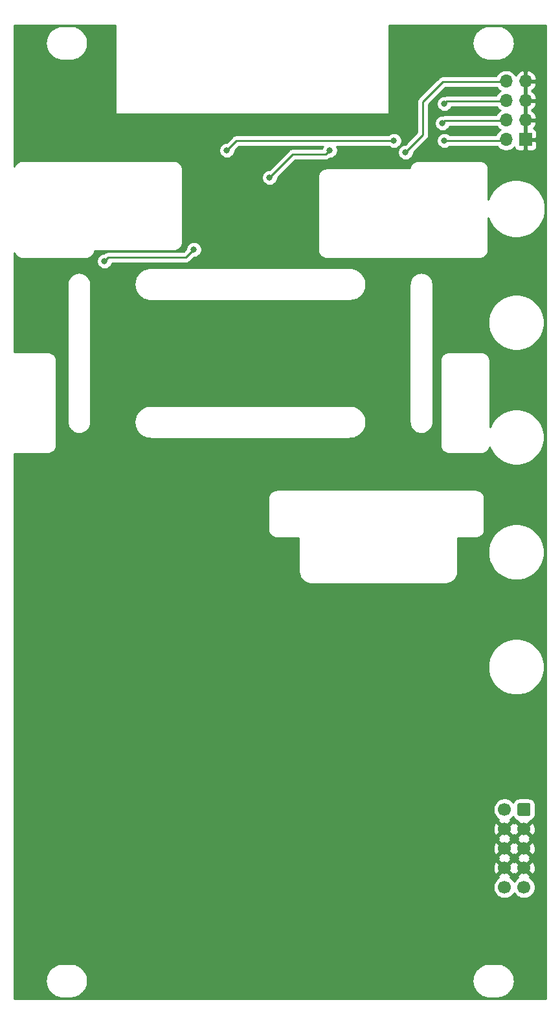
<source format=gbr>
%TF.GenerationSoftware,KiCad,Pcbnew,(5.1.12-1-10_14)*%
%TF.CreationDate,2021-12-28T18:18:38+00:00*%
%TF.ProjectId,pocket-operator-eurorack,706f636b-6574-42d6-9f70-657261746f72,rev?*%
%TF.SameCoordinates,Original*%
%TF.FileFunction,Copper,L1,Top*%
%TF.FilePolarity,Positive*%
%FSLAX46Y46*%
G04 Gerber Fmt 4.6, Leading zero omitted, Abs format (unit mm)*
G04 Created by KiCad (PCBNEW (5.1.12-1-10_14)) date 2021-12-28 18:18:38*
%MOMM*%
%LPD*%
G01*
G04 APERTURE LIST*
%TA.AperFunction,ComponentPad*%
%ADD10C,1.700000*%
%TD*%
%TA.AperFunction,ComponentPad*%
%ADD11O,1.700000X1.700000*%
%TD*%
%TA.AperFunction,ComponentPad*%
%ADD12R,1.700000X1.700000*%
%TD*%
%TA.AperFunction,ViaPad*%
%ADD13C,0.800000*%
%TD*%
%TA.AperFunction,Conductor*%
%ADD14C,0.250000*%
%TD*%
%TA.AperFunction,Conductor*%
%ADD15C,0.254000*%
%TD*%
%TA.AperFunction,Conductor*%
%ADD16C,0.100000*%
%TD*%
G04 APERTURE END LIST*
D10*
%TO.P,J1,10*%
%TO.N,Net-(D2-Pad1)*%
X64770000Y-113284000D03*
%TO.P,J1,8*%
%TO.N,GND*%
X64770000Y-110744000D03*
%TO.P,J1,6*%
X64770000Y-108204000D03*
%TO.P,J1,4*%
X64770000Y-105664000D03*
%TO.P,J1,2*%
%TO.N,Net-(D1-Pad2)*%
X64770000Y-103124000D03*
%TO.P,J1,9*%
%TO.N,Net-(D2-Pad1)*%
X67310000Y-113284000D03*
%TO.P,J1,7*%
%TO.N,GND*%
X67310000Y-110744000D03*
%TO.P,J1,5*%
X67310000Y-108204000D03*
%TO.P,J1,3*%
X67310000Y-105664000D03*
%TO.P,J1,1*%
%TO.N,Net-(D1-Pad2)*%
%TA.AperFunction,ComponentPad*%
G36*
G01*
X68160000Y-102524000D02*
X68160000Y-103724000D01*
G75*
G02*
X67910000Y-103974000I-250000J0D01*
G01*
X66710000Y-103974000D01*
G75*
G02*
X66460000Y-103724000I0J250000D01*
G01*
X66460000Y-102524000D01*
G75*
G02*
X66710000Y-102274000I250000J0D01*
G01*
X67910000Y-102274000D01*
G75*
G02*
X68160000Y-102524000I0J-250000D01*
G01*
G37*
%TD.AperFunction*%
%TD*%
D11*
%TO.P,J2,8*%
%TO.N,/OUT_R*%
X64970000Y-7980000D03*
%TO.P,J2,7*%
%TO.N,GND*%
X67510000Y-7980000D03*
%TO.P,J2,6*%
%TO.N,/OUT_L*%
X64970000Y-10520000D03*
%TO.P,J2,5*%
%TO.N,GND*%
X67510000Y-10520000D03*
%TO.P,J2,4*%
%TO.N,/IN_R*%
X64970000Y-13060000D03*
%TO.P,J2,3*%
%TO.N,GND*%
X67510000Y-13060000D03*
%TO.P,J2,2*%
%TO.N,/IN_L*%
X64970000Y-15600000D03*
D12*
%TO.P,J2,1*%
%TO.N,GND*%
X67510000Y-15600000D03*
%TD*%
D13*
%TO.N,GND*%
X15240000Y-15240000D03*
X20320000Y-15240000D03*
X27940000Y-15240000D03*
X25400000Y-19050000D03*
X29210000Y-19050000D03*
X33020000Y-17780000D03*
X26670000Y-22860000D03*
X25400000Y-25400000D03*
X31750000Y-26670000D03*
X36830000Y-24130000D03*
X38100000Y-30480000D03*
X33020000Y-30480000D03*
X29210000Y-30480000D03*
X2540000Y-33020000D03*
X5080000Y-36830000D03*
X2540000Y-40640000D03*
X24130000Y-41910000D03*
X35560000Y-39370000D03*
X38100000Y-45720000D03*
X25400000Y-45720000D03*
X31750000Y-48260000D03*
X31750000Y-43180000D03*
X25400000Y-39370000D03*
X59690000Y-34290000D03*
X58420000Y-39370000D03*
X60960000Y-41910000D03*
X66040000Y-46990000D03*
X66040000Y-33020000D03*
X66040000Y-19050000D03*
X66040000Y-62230000D03*
X54610000Y-58420000D03*
X33020000Y-55880000D03*
X24130000Y-55880000D03*
X13970000Y-59690000D03*
X7620000Y-66040000D03*
X11430000Y-69850000D03*
X6350000Y-76200000D03*
X25400000Y-76200000D03*
X44450000Y-81280000D03*
X34290000Y-85090000D03*
X33020000Y-76200000D03*
X25400000Y-67310000D03*
X25400000Y-83820000D03*
X10160000Y-82550000D03*
X5080000Y-88900000D03*
X10160000Y-97790000D03*
X5080000Y-105410000D03*
X12700000Y-110490000D03*
X7620000Y-116840000D03*
X20320000Y-120650000D03*
X36830000Y-120650000D03*
X45720000Y-118110000D03*
X50800000Y-121920000D03*
X39370000Y-124460000D03*
X27940000Y-118110000D03*
X26670000Y-123190000D03*
X43180000Y-87630000D03*
X31750000Y-93980000D03*
X57150000Y-80010000D03*
X53340000Y-86360000D03*
X58420000Y-102870000D03*
X54610000Y-99060000D03*
X58420000Y-114300000D03*
X62230000Y-120650000D03*
X67310000Y-91440000D03*
X64770000Y-76200000D03*
X52070000Y-3810000D03*
X57150000Y-5080000D03*
X52070000Y-8890000D03*
X2540000Y-5080000D03*
X7620000Y-8890000D03*
X10160000Y-12700000D03*
X6350000Y-16510000D03*
X2540000Y-12700000D03*
%TO.N,/IN_L*%
X28448000Y-17018000D03*
X56896000Y-15748000D03*
X50292000Y-15748000D03*
%TO.N,/OUT_L*%
X56896000Y-10922000D03*
%TO.N,/IN_R*%
X12446000Y-31496000D03*
X24130000Y-29972000D03*
X34036000Y-20574000D03*
X41910000Y-17018000D03*
X56641998Y-13462000D03*
%TO.N,/OUT_R*%
X51816000Y-17272000D03*
%TD*%
D14*
%TO.N,/IN_L*%
X64892000Y-15748000D02*
X64970000Y-15670000D01*
X56896000Y-15748000D02*
X64892000Y-15748000D01*
X29718000Y-15748000D02*
X50292000Y-15748000D01*
X28448000Y-17018000D02*
X29718000Y-15748000D01*
%TO.N,/OUT_L*%
X64970000Y-10590000D02*
X57228000Y-10590000D01*
X57228000Y-10590000D02*
X56896000Y-10922000D01*
%TO.N,/IN_R*%
X12446000Y-31496000D02*
X12954000Y-30988000D01*
X23114000Y-30988000D02*
X24130000Y-29972000D01*
X12954000Y-30988000D02*
X23114000Y-30988000D01*
X34036000Y-20574000D02*
X37084000Y-17526000D01*
X41402000Y-17526000D02*
X41910000Y-17018000D01*
X37084000Y-17526000D02*
X41402000Y-17526000D01*
X64970000Y-13130000D02*
X56973998Y-13130000D01*
X56973998Y-13130000D02*
X56641998Y-13462000D01*
%TO.N,/OUT_R*%
X51816000Y-17272000D02*
X54102000Y-14986000D01*
X54102000Y-14986000D02*
X54102000Y-10668000D01*
X56720000Y-8050000D02*
X64970000Y-8050000D01*
X54102000Y-10668000D02*
X56720000Y-8050000D01*
%TD*%
D15*
%TO.N,GND*%
X13843000Y-12192000D02*
X13845440Y-12216776D01*
X13852667Y-12240601D01*
X13864403Y-12262557D01*
X13880197Y-12281803D01*
X13899443Y-12297597D01*
X13921399Y-12309333D01*
X13945224Y-12316560D01*
X13970000Y-12319000D01*
X49530000Y-12319000D01*
X49554776Y-12316560D01*
X49578601Y-12309333D01*
X49600557Y-12297597D01*
X49619803Y-12281803D01*
X49635597Y-12262557D01*
X49647333Y-12240601D01*
X49654560Y-12216776D01*
X49657000Y-12192000D01*
X49657000Y-2951353D01*
X60542755Y-2951353D01*
X60543173Y-3011171D01*
X60542755Y-3070988D01*
X60543655Y-3080160D01*
X60576296Y-3390715D01*
X60588320Y-3449291D01*
X60599532Y-3508070D01*
X60602196Y-3516892D01*
X60694535Y-3815192D01*
X60717715Y-3870335D01*
X60740124Y-3925800D01*
X60744451Y-3933937D01*
X60892972Y-4208621D01*
X60926417Y-4258205D01*
X60959177Y-4308268D01*
X60965001Y-4315409D01*
X61164047Y-4556013D01*
X61206482Y-4598154D01*
X61248346Y-4640903D01*
X61255446Y-4646777D01*
X61497435Y-4844138D01*
X61547259Y-4877241D01*
X61596615Y-4911036D01*
X61604721Y-4915419D01*
X61880435Y-5062019D01*
X61935704Y-5084799D01*
X61990724Y-5108381D01*
X61999527Y-5111105D01*
X62298465Y-5201359D01*
X62357138Y-5212976D01*
X62415655Y-5225415D01*
X62424820Y-5226378D01*
X62735594Y-5256850D01*
X62735598Y-5256850D01*
X62767581Y-5260000D01*
X63832419Y-5260000D01*
X63865986Y-5256694D01*
X63886744Y-5256694D01*
X63895909Y-5255731D01*
X64206228Y-5220923D01*
X64264731Y-5208487D01*
X64323419Y-5196867D01*
X64332222Y-5194142D01*
X64629870Y-5099723D01*
X64684792Y-5076183D01*
X64740159Y-5053363D01*
X64748265Y-5048979D01*
X65021904Y-4898544D01*
X65071217Y-4864779D01*
X65121088Y-4831645D01*
X65128188Y-4825770D01*
X65367397Y-4625049D01*
X65409241Y-4582320D01*
X65451694Y-4540162D01*
X65457519Y-4533020D01*
X65653185Y-4289660D01*
X65685938Y-4239608D01*
X65719391Y-4190013D01*
X65723714Y-4181881D01*
X65723717Y-4181877D01*
X65723719Y-4181873D01*
X65868388Y-3905146D01*
X65890785Y-3849711D01*
X65913978Y-3794539D01*
X65916641Y-3785717D01*
X66004807Y-3486156D01*
X66016007Y-3427440D01*
X66028045Y-3368798D01*
X66028944Y-3359627D01*
X66057245Y-3048647D01*
X66056827Y-2988829D01*
X66057245Y-2929012D01*
X66056345Y-2919841D01*
X66023704Y-2609285D01*
X66011680Y-2550709D01*
X66000468Y-2491930D01*
X65997804Y-2483108D01*
X65905465Y-2184808D01*
X65882280Y-2129653D01*
X65859876Y-2074200D01*
X65855549Y-2066064D01*
X65855549Y-2066063D01*
X65855546Y-2066059D01*
X65707028Y-1791379D01*
X65673583Y-1741795D01*
X65640823Y-1691732D01*
X65634999Y-1684591D01*
X65435954Y-1443987D01*
X65393535Y-1401863D01*
X65351655Y-1359097D01*
X65344554Y-1353223D01*
X65102565Y-1155862D01*
X65052741Y-1122759D01*
X65003385Y-1088964D01*
X64995279Y-1084581D01*
X64719566Y-937981D01*
X64664269Y-915189D01*
X64609275Y-891619D01*
X64600472Y-888895D01*
X64301535Y-798641D01*
X64242862Y-787024D01*
X64184345Y-774585D01*
X64175180Y-773622D01*
X63864405Y-743150D01*
X63864402Y-743150D01*
X63832419Y-740000D01*
X62767581Y-740000D01*
X62734014Y-743306D01*
X62713256Y-743306D01*
X62704091Y-744269D01*
X62393771Y-779077D01*
X62335298Y-791506D01*
X62276581Y-803132D01*
X62267778Y-805858D01*
X61970130Y-900277D01*
X61915147Y-923843D01*
X61859841Y-946638D01*
X61851735Y-951021D01*
X61578095Y-1101456D01*
X61528748Y-1135245D01*
X61478913Y-1168355D01*
X61471812Y-1174229D01*
X61232603Y-1374951D01*
X61190759Y-1417681D01*
X61148305Y-1459839D01*
X61142481Y-1466980D01*
X60946814Y-1710340D01*
X60914055Y-1760400D01*
X60880609Y-1809986D01*
X60876283Y-1818123D01*
X60731612Y-2094854D01*
X60709215Y-2150289D01*
X60686022Y-2205461D01*
X60683359Y-2214283D01*
X60595193Y-2513844D01*
X60583993Y-2572560D01*
X60571955Y-2631202D01*
X60571056Y-2640373D01*
X60542755Y-2951353D01*
X49657000Y-2951353D01*
X49657000Y-660000D01*
X70140000Y-660000D01*
X70140001Y-127840000D01*
X660000Y-127840000D01*
X660000Y-125451353D01*
X4742755Y-125451353D01*
X4743173Y-125511171D01*
X4742755Y-125570988D01*
X4743655Y-125580160D01*
X4776296Y-125890715D01*
X4788320Y-125949291D01*
X4799532Y-126008070D01*
X4802196Y-126016892D01*
X4894535Y-126315192D01*
X4917715Y-126370335D01*
X4940124Y-126425800D01*
X4944451Y-126433937D01*
X5092972Y-126708621D01*
X5126417Y-126758205D01*
X5159177Y-126808268D01*
X5165001Y-126815409D01*
X5364047Y-127056013D01*
X5406482Y-127098154D01*
X5448346Y-127140903D01*
X5455446Y-127146777D01*
X5697435Y-127344138D01*
X5747259Y-127377241D01*
X5796615Y-127411036D01*
X5804721Y-127415419D01*
X6080435Y-127562019D01*
X6135704Y-127584799D01*
X6190724Y-127608381D01*
X6199527Y-127611105D01*
X6498465Y-127701359D01*
X6557138Y-127712976D01*
X6615655Y-127725415D01*
X6624820Y-127726378D01*
X6935594Y-127756850D01*
X6935598Y-127756850D01*
X6967581Y-127760000D01*
X8032419Y-127760000D01*
X8065986Y-127756694D01*
X8086744Y-127756694D01*
X8095909Y-127755731D01*
X8406228Y-127720923D01*
X8464731Y-127708487D01*
X8523419Y-127696867D01*
X8532222Y-127694142D01*
X8829870Y-127599723D01*
X8884792Y-127576183D01*
X8940159Y-127553363D01*
X8948265Y-127548979D01*
X9221904Y-127398544D01*
X9271217Y-127364779D01*
X9321088Y-127331645D01*
X9328188Y-127325770D01*
X9567397Y-127125049D01*
X9609241Y-127082320D01*
X9651694Y-127040162D01*
X9657519Y-127033020D01*
X9853185Y-126789660D01*
X9885938Y-126739608D01*
X9919391Y-126690013D01*
X9923714Y-126681881D01*
X9923717Y-126681877D01*
X9923719Y-126681873D01*
X10068388Y-126405146D01*
X10090785Y-126349711D01*
X10113978Y-126294539D01*
X10116641Y-126285717D01*
X10204807Y-125986156D01*
X10216007Y-125927440D01*
X10228045Y-125868798D01*
X10228944Y-125859627D01*
X10257245Y-125548647D01*
X10256827Y-125488830D01*
X10257088Y-125451353D01*
X60542755Y-125451353D01*
X60543173Y-125511171D01*
X60542755Y-125570988D01*
X60543655Y-125580160D01*
X60576296Y-125890715D01*
X60588320Y-125949291D01*
X60599532Y-126008070D01*
X60602196Y-126016892D01*
X60694535Y-126315192D01*
X60717715Y-126370335D01*
X60740124Y-126425800D01*
X60744451Y-126433937D01*
X60892972Y-126708621D01*
X60926417Y-126758205D01*
X60959177Y-126808268D01*
X60965001Y-126815409D01*
X61164047Y-127056013D01*
X61206482Y-127098154D01*
X61248346Y-127140903D01*
X61255446Y-127146777D01*
X61497435Y-127344138D01*
X61547259Y-127377241D01*
X61596615Y-127411036D01*
X61604721Y-127415419D01*
X61880435Y-127562019D01*
X61935704Y-127584799D01*
X61990724Y-127608381D01*
X61999527Y-127611105D01*
X62298465Y-127701359D01*
X62357138Y-127712976D01*
X62415655Y-127725415D01*
X62424820Y-127726378D01*
X62735594Y-127756850D01*
X62735598Y-127756850D01*
X62767581Y-127760000D01*
X63832419Y-127760000D01*
X63865986Y-127756694D01*
X63886744Y-127756694D01*
X63895909Y-127755731D01*
X64206228Y-127720923D01*
X64264731Y-127708487D01*
X64323419Y-127696867D01*
X64332222Y-127694142D01*
X64629870Y-127599723D01*
X64684792Y-127576183D01*
X64740159Y-127553363D01*
X64748265Y-127548979D01*
X65021904Y-127398544D01*
X65071217Y-127364779D01*
X65121088Y-127331645D01*
X65128188Y-127325770D01*
X65367397Y-127125049D01*
X65409241Y-127082320D01*
X65451694Y-127040162D01*
X65457519Y-127033020D01*
X65653185Y-126789660D01*
X65685938Y-126739608D01*
X65719391Y-126690013D01*
X65723714Y-126681881D01*
X65723717Y-126681877D01*
X65723719Y-126681873D01*
X65868388Y-126405146D01*
X65890785Y-126349711D01*
X65913978Y-126294539D01*
X65916641Y-126285717D01*
X66004807Y-125986156D01*
X66016007Y-125927440D01*
X66028045Y-125868798D01*
X66028944Y-125859627D01*
X66057245Y-125548647D01*
X66056827Y-125488829D01*
X66057245Y-125429012D01*
X66056345Y-125419841D01*
X66023704Y-125109285D01*
X66011680Y-125050709D01*
X66000468Y-124991930D01*
X65997804Y-124983108D01*
X65905465Y-124684808D01*
X65882280Y-124629653D01*
X65859876Y-124574200D01*
X65855549Y-124566064D01*
X65855549Y-124566063D01*
X65855546Y-124566059D01*
X65707028Y-124291379D01*
X65673583Y-124241795D01*
X65640823Y-124191732D01*
X65634999Y-124184591D01*
X65435954Y-123943987D01*
X65393535Y-123901863D01*
X65351655Y-123859097D01*
X65344554Y-123853223D01*
X65102565Y-123655862D01*
X65052741Y-123622759D01*
X65003385Y-123588964D01*
X64995279Y-123584581D01*
X64719566Y-123437981D01*
X64664269Y-123415189D01*
X64609275Y-123391619D01*
X64600472Y-123388895D01*
X64301535Y-123298641D01*
X64242862Y-123287024D01*
X64184345Y-123274585D01*
X64175180Y-123273622D01*
X63864405Y-123243150D01*
X63864402Y-123243150D01*
X63832419Y-123240000D01*
X62767581Y-123240000D01*
X62734014Y-123243306D01*
X62713256Y-123243306D01*
X62704091Y-123244269D01*
X62393771Y-123279077D01*
X62335298Y-123291506D01*
X62276581Y-123303132D01*
X62267778Y-123305858D01*
X61970130Y-123400277D01*
X61915147Y-123423843D01*
X61859841Y-123446638D01*
X61851735Y-123451021D01*
X61578095Y-123601456D01*
X61528748Y-123635245D01*
X61478913Y-123668355D01*
X61471812Y-123674229D01*
X61232603Y-123874951D01*
X61190759Y-123917681D01*
X61148305Y-123959839D01*
X61142481Y-123966980D01*
X60946814Y-124210340D01*
X60914055Y-124260400D01*
X60880609Y-124309986D01*
X60876283Y-124318123D01*
X60731612Y-124594854D01*
X60709215Y-124650289D01*
X60686022Y-124705461D01*
X60683359Y-124714283D01*
X60595193Y-125013844D01*
X60583993Y-125072560D01*
X60571955Y-125131202D01*
X60571056Y-125140373D01*
X60542755Y-125451353D01*
X10257088Y-125451353D01*
X10257245Y-125429012D01*
X10256345Y-125419841D01*
X10223704Y-125109285D01*
X10211680Y-125050709D01*
X10200468Y-124991930D01*
X10197804Y-124983108D01*
X10105465Y-124684808D01*
X10082280Y-124629653D01*
X10059876Y-124574200D01*
X10055549Y-124566064D01*
X10055549Y-124566063D01*
X10055546Y-124566059D01*
X9907028Y-124291379D01*
X9873583Y-124241795D01*
X9840823Y-124191732D01*
X9834999Y-124184591D01*
X9635954Y-123943987D01*
X9593535Y-123901863D01*
X9551655Y-123859097D01*
X9544554Y-123853223D01*
X9302565Y-123655862D01*
X9252741Y-123622759D01*
X9203385Y-123588964D01*
X9195279Y-123584581D01*
X8919566Y-123437981D01*
X8864269Y-123415189D01*
X8809275Y-123391619D01*
X8800472Y-123388895D01*
X8501535Y-123298641D01*
X8442862Y-123287024D01*
X8384345Y-123274585D01*
X8375180Y-123273622D01*
X8064405Y-123243150D01*
X8064402Y-123243150D01*
X8032419Y-123240000D01*
X6967581Y-123240000D01*
X6934014Y-123243306D01*
X6913256Y-123243306D01*
X6904091Y-123244269D01*
X6593771Y-123279077D01*
X6535298Y-123291506D01*
X6476581Y-123303132D01*
X6467778Y-123305858D01*
X6170130Y-123400277D01*
X6115147Y-123423843D01*
X6059841Y-123446638D01*
X6051735Y-123451021D01*
X5778095Y-123601456D01*
X5728748Y-123635245D01*
X5678913Y-123668355D01*
X5671812Y-123674229D01*
X5432603Y-123874951D01*
X5390759Y-123917681D01*
X5348305Y-123959839D01*
X5342481Y-123966980D01*
X5146814Y-124210340D01*
X5114055Y-124260400D01*
X5080609Y-124309986D01*
X5076283Y-124318123D01*
X4931612Y-124594854D01*
X4909215Y-124650289D01*
X4886022Y-124705461D01*
X4883359Y-124714283D01*
X4795193Y-125013844D01*
X4783993Y-125072560D01*
X4771955Y-125131202D01*
X4771056Y-125140373D01*
X4742755Y-125451353D01*
X660000Y-125451353D01*
X660000Y-113137740D01*
X63285000Y-113137740D01*
X63285000Y-113430260D01*
X63342068Y-113717158D01*
X63454010Y-113987411D01*
X63616525Y-114230632D01*
X63823368Y-114437475D01*
X64066589Y-114599990D01*
X64336842Y-114711932D01*
X64623740Y-114769000D01*
X64916260Y-114769000D01*
X65203158Y-114711932D01*
X65473411Y-114599990D01*
X65716632Y-114437475D01*
X65923475Y-114230632D01*
X66040000Y-114056240D01*
X66156525Y-114230632D01*
X66363368Y-114437475D01*
X66606589Y-114599990D01*
X66876842Y-114711932D01*
X67163740Y-114769000D01*
X67456260Y-114769000D01*
X67743158Y-114711932D01*
X68013411Y-114599990D01*
X68256632Y-114437475D01*
X68463475Y-114230632D01*
X68625990Y-113987411D01*
X68737932Y-113717158D01*
X68795000Y-113430260D01*
X68795000Y-113137740D01*
X68737932Y-112850842D01*
X68625990Y-112580589D01*
X68463475Y-112337368D01*
X68256632Y-112130525D01*
X68083271Y-112014689D01*
X68158792Y-111772397D01*
X67310000Y-110923605D01*
X66461208Y-111772397D01*
X66536729Y-112014689D01*
X66363368Y-112130525D01*
X66156525Y-112337368D01*
X66040000Y-112511760D01*
X65923475Y-112337368D01*
X65716632Y-112130525D01*
X65543271Y-112014689D01*
X65618792Y-111772397D01*
X64770000Y-110923605D01*
X63921208Y-111772397D01*
X63996729Y-112014689D01*
X63823368Y-112130525D01*
X63616525Y-112337368D01*
X63454010Y-112580589D01*
X63342068Y-112850842D01*
X63285000Y-113137740D01*
X660000Y-113137740D01*
X660000Y-110812531D01*
X63279389Y-110812531D01*
X63321401Y-111102019D01*
X63419081Y-111377747D01*
X63492528Y-111515157D01*
X63741603Y-111592792D01*
X64590395Y-110744000D01*
X64949605Y-110744000D01*
X65798397Y-111592792D01*
X66040000Y-111517486D01*
X66281603Y-111592792D01*
X67130395Y-110744000D01*
X67489605Y-110744000D01*
X68338397Y-111592792D01*
X68587472Y-111515157D01*
X68713371Y-111251117D01*
X68785339Y-110967589D01*
X68800611Y-110675469D01*
X68758599Y-110385981D01*
X68660919Y-110110253D01*
X68587472Y-109972843D01*
X68338397Y-109895208D01*
X67489605Y-110744000D01*
X67130395Y-110744000D01*
X66281603Y-109895208D01*
X66040000Y-109970514D01*
X65798397Y-109895208D01*
X64949605Y-110744000D01*
X64590395Y-110744000D01*
X63741603Y-109895208D01*
X63492528Y-109972843D01*
X63366629Y-110236883D01*
X63294661Y-110520411D01*
X63279389Y-110812531D01*
X660000Y-110812531D01*
X660000Y-109232397D01*
X63921208Y-109232397D01*
X63996514Y-109474000D01*
X63921208Y-109715603D01*
X64770000Y-110564395D01*
X65618792Y-109715603D01*
X65543486Y-109474000D01*
X65618792Y-109232397D01*
X66461208Y-109232397D01*
X66536514Y-109474000D01*
X66461208Y-109715603D01*
X67310000Y-110564395D01*
X68158792Y-109715603D01*
X68083486Y-109474000D01*
X68158792Y-109232397D01*
X67310000Y-108383605D01*
X66461208Y-109232397D01*
X65618792Y-109232397D01*
X64770000Y-108383605D01*
X63921208Y-109232397D01*
X660000Y-109232397D01*
X660000Y-108272531D01*
X63279389Y-108272531D01*
X63321401Y-108562019D01*
X63419081Y-108837747D01*
X63492528Y-108975157D01*
X63741603Y-109052792D01*
X64590395Y-108204000D01*
X64949605Y-108204000D01*
X65798397Y-109052792D01*
X66040000Y-108977486D01*
X66281603Y-109052792D01*
X67130395Y-108204000D01*
X67489605Y-108204000D01*
X68338397Y-109052792D01*
X68587472Y-108975157D01*
X68713371Y-108711117D01*
X68785339Y-108427589D01*
X68800611Y-108135469D01*
X68758599Y-107845981D01*
X68660919Y-107570253D01*
X68587472Y-107432843D01*
X68338397Y-107355208D01*
X67489605Y-108204000D01*
X67130395Y-108204000D01*
X66281603Y-107355208D01*
X66040000Y-107430514D01*
X65798397Y-107355208D01*
X64949605Y-108204000D01*
X64590395Y-108204000D01*
X63741603Y-107355208D01*
X63492528Y-107432843D01*
X63366629Y-107696883D01*
X63294661Y-107980411D01*
X63279389Y-108272531D01*
X660000Y-108272531D01*
X660000Y-106692397D01*
X63921208Y-106692397D01*
X63996514Y-106934000D01*
X63921208Y-107175603D01*
X64770000Y-108024395D01*
X65618792Y-107175603D01*
X65543486Y-106934000D01*
X65618792Y-106692397D01*
X66461208Y-106692397D01*
X66536514Y-106934000D01*
X66461208Y-107175603D01*
X67310000Y-108024395D01*
X68158792Y-107175603D01*
X68083486Y-106934000D01*
X68158792Y-106692397D01*
X67310000Y-105843605D01*
X66461208Y-106692397D01*
X65618792Y-106692397D01*
X64770000Y-105843605D01*
X63921208Y-106692397D01*
X660000Y-106692397D01*
X660000Y-105732531D01*
X63279389Y-105732531D01*
X63321401Y-106022019D01*
X63419081Y-106297747D01*
X63492528Y-106435157D01*
X63741603Y-106512792D01*
X64590395Y-105664000D01*
X64949605Y-105664000D01*
X65798397Y-106512792D01*
X66040000Y-106437486D01*
X66281603Y-106512792D01*
X67130395Y-105664000D01*
X67489605Y-105664000D01*
X68338397Y-106512792D01*
X68587472Y-106435157D01*
X68713371Y-106171117D01*
X68785339Y-105887589D01*
X68800611Y-105595469D01*
X68758599Y-105305981D01*
X68660919Y-105030253D01*
X68587472Y-104892843D01*
X68338397Y-104815208D01*
X67489605Y-105664000D01*
X67130395Y-105664000D01*
X66281603Y-104815208D01*
X66040000Y-104890514D01*
X65798397Y-104815208D01*
X64949605Y-105664000D01*
X64590395Y-105664000D01*
X63741603Y-104815208D01*
X63492528Y-104892843D01*
X63366629Y-105156883D01*
X63294661Y-105440411D01*
X63279389Y-105732531D01*
X660000Y-105732531D01*
X660000Y-102977740D01*
X63285000Y-102977740D01*
X63285000Y-103270260D01*
X63342068Y-103557158D01*
X63454010Y-103827411D01*
X63616525Y-104070632D01*
X63823368Y-104277475D01*
X63996729Y-104393311D01*
X63921208Y-104635603D01*
X64770000Y-105484395D01*
X65618792Y-104635603D01*
X65543271Y-104393311D01*
X65716632Y-104277475D01*
X65903715Y-104090392D01*
X65971595Y-104217386D01*
X66082038Y-104351962D01*
X66216614Y-104462405D01*
X66370150Y-104544472D01*
X66479293Y-104577580D01*
X66461208Y-104635603D01*
X67310000Y-105484395D01*
X68158792Y-104635603D01*
X68140707Y-104577580D01*
X68249850Y-104544472D01*
X68403386Y-104462405D01*
X68537962Y-104351962D01*
X68648405Y-104217386D01*
X68730472Y-104063850D01*
X68781008Y-103897254D01*
X68798072Y-103724000D01*
X68798072Y-102524000D01*
X68781008Y-102350746D01*
X68730472Y-102184150D01*
X68648405Y-102030614D01*
X68537962Y-101896038D01*
X68403386Y-101785595D01*
X68249850Y-101703528D01*
X68083254Y-101652992D01*
X67910000Y-101635928D01*
X66710000Y-101635928D01*
X66536746Y-101652992D01*
X66370150Y-101703528D01*
X66216614Y-101785595D01*
X66082038Y-101896038D01*
X65971595Y-102030614D01*
X65903715Y-102157608D01*
X65716632Y-101970525D01*
X65473411Y-101808010D01*
X65203158Y-101696068D01*
X64916260Y-101639000D01*
X64623740Y-101639000D01*
X64336842Y-101696068D01*
X64066589Y-101808010D01*
X63823368Y-101970525D01*
X63616525Y-102177368D01*
X63454010Y-102420589D01*
X63342068Y-102690842D01*
X63285000Y-102977740D01*
X660000Y-102977740D01*
X660000Y-84137059D01*
X62609000Y-84137059D01*
X62609000Y-84862941D01*
X62750613Y-85574875D01*
X63028395Y-86245502D01*
X63431674Y-86849050D01*
X63944950Y-87362326D01*
X64548498Y-87765605D01*
X65219125Y-88043387D01*
X65931059Y-88185000D01*
X66656941Y-88185000D01*
X67368875Y-88043387D01*
X68039502Y-87765605D01*
X68643050Y-87362326D01*
X69156326Y-86849050D01*
X69559605Y-86245502D01*
X69837387Y-85574875D01*
X69979000Y-84862941D01*
X69979000Y-84137059D01*
X69837387Y-83425125D01*
X69559605Y-82754498D01*
X69156326Y-82150950D01*
X68643050Y-81637674D01*
X68039502Y-81234395D01*
X67368875Y-80956613D01*
X66656941Y-80815000D01*
X65931059Y-80815000D01*
X65219125Y-80956613D01*
X64548498Y-81234395D01*
X63944950Y-81637674D01*
X63431674Y-82150950D01*
X63028395Y-82754498D01*
X62750613Y-83425125D01*
X62609000Y-84137059D01*
X660000Y-84137059D01*
X660000Y-62467582D01*
X33840000Y-62467582D01*
X33840001Y-66532419D01*
X33842749Y-66560319D01*
X33842728Y-66563308D01*
X33843627Y-66572479D01*
X33848706Y-66620799D01*
X33849551Y-66629383D01*
X33849638Y-66629669D01*
X33853827Y-66669527D01*
X33865861Y-66728152D01*
X33877064Y-66786884D01*
X33879728Y-66795706D01*
X33908584Y-66888925D01*
X33931767Y-66944075D01*
X33954175Y-66999537D01*
X33958502Y-67007673D01*
X34004914Y-67093511D01*
X34038362Y-67143098D01*
X34071119Y-67193156D01*
X34076943Y-67200297D01*
X34139145Y-67275486D01*
X34181594Y-67317639D01*
X34223439Y-67360371D01*
X34230540Y-67366245D01*
X34306160Y-67427921D01*
X34356025Y-67461052D01*
X34405350Y-67494825D01*
X34413445Y-67499202D01*
X34413448Y-67499204D01*
X34413451Y-67499205D01*
X34413456Y-67499208D01*
X34499617Y-67545020D01*
X34554909Y-67567809D01*
X34609898Y-67591378D01*
X34618701Y-67594103D01*
X34712119Y-67622308D01*
X34770826Y-67633933D01*
X34829316Y-67646365D01*
X34838470Y-67647327D01*
X34838476Y-67647328D01*
X34838481Y-67647328D01*
X34935598Y-67656850D01*
X34967581Y-67660000D01*
X37840001Y-67660000D01*
X37840000Y-72032418D01*
X37842783Y-72060673D01*
X37842740Y-72066801D01*
X37843640Y-72075972D01*
X37864041Y-72270069D01*
X37876068Y-72328658D01*
X37887277Y-72387423D01*
X37889941Y-72396245D01*
X37947653Y-72582683D01*
X37970838Y-72637838D01*
X37993242Y-72693291D01*
X37997568Y-72701427D01*
X38090393Y-72873104D01*
X38123846Y-72922699D01*
X38156600Y-72972753D01*
X38162424Y-72979894D01*
X38286828Y-73130272D01*
X38329263Y-73172411D01*
X38371126Y-73215161D01*
X38378227Y-73221034D01*
X38529469Y-73344384D01*
X38579277Y-73377477D01*
X38628651Y-73411284D01*
X38636757Y-73415667D01*
X38809080Y-73507292D01*
X38864392Y-73530090D01*
X38919366Y-73553652D01*
X38928169Y-73556377D01*
X39115006Y-73612786D01*
X39173686Y-73624405D01*
X39232196Y-73636842D01*
X39241361Y-73637805D01*
X39435594Y-73656850D01*
X39435598Y-73656850D01*
X39467581Y-73660000D01*
X57032419Y-73660000D01*
X57060674Y-73657217D01*
X57066801Y-73657260D01*
X57075972Y-73656360D01*
X57270069Y-73635959D01*
X57328658Y-73623932D01*
X57387423Y-73612723D01*
X57396245Y-73610059D01*
X57582683Y-73552347D01*
X57637838Y-73529162D01*
X57693291Y-73506758D01*
X57701427Y-73502432D01*
X57873104Y-73409607D01*
X57922699Y-73376154D01*
X57972753Y-73343400D01*
X57979894Y-73337576D01*
X58130272Y-73213172D01*
X58172411Y-73170737D01*
X58215161Y-73128874D01*
X58221034Y-73121773D01*
X58344384Y-72970531D01*
X58377477Y-72920723D01*
X58411284Y-72871349D01*
X58415667Y-72863243D01*
X58507292Y-72690920D01*
X58530090Y-72635608D01*
X58553652Y-72580634D01*
X58556377Y-72571831D01*
X58612786Y-72384994D01*
X58624405Y-72326314D01*
X58636842Y-72267804D01*
X58637805Y-72258639D01*
X58656850Y-72064406D01*
X58656850Y-72064402D01*
X58660000Y-72032419D01*
X58660000Y-69137059D01*
X62609000Y-69137059D01*
X62609000Y-69862941D01*
X62750613Y-70574875D01*
X63028395Y-71245502D01*
X63431674Y-71849050D01*
X63944950Y-72362326D01*
X64548498Y-72765605D01*
X65219125Y-73043387D01*
X65931059Y-73185000D01*
X66656941Y-73185000D01*
X67368875Y-73043387D01*
X68039502Y-72765605D01*
X68643050Y-72362326D01*
X69156326Y-71849050D01*
X69559605Y-71245502D01*
X69837387Y-70574875D01*
X69979000Y-69862941D01*
X69979000Y-69137059D01*
X69837387Y-68425125D01*
X69559605Y-67754498D01*
X69156326Y-67150950D01*
X68643050Y-66637674D01*
X68039502Y-66234395D01*
X67368875Y-65956613D01*
X66656941Y-65815000D01*
X65931059Y-65815000D01*
X65219125Y-65956613D01*
X64548498Y-66234395D01*
X63944950Y-66637674D01*
X63431674Y-67150950D01*
X63028395Y-67754498D01*
X62750613Y-68425125D01*
X62609000Y-69137059D01*
X58660000Y-69137059D01*
X58660000Y-67660000D01*
X61032419Y-67660000D01*
X61060329Y-67657251D01*
X61063308Y-67657272D01*
X61072479Y-67656373D01*
X61120648Y-67651310D01*
X61129383Y-67650450D01*
X61129674Y-67650362D01*
X61169527Y-67646173D01*
X61228152Y-67634139D01*
X61286884Y-67622936D01*
X61295706Y-67620272D01*
X61388925Y-67591416D01*
X61444075Y-67568233D01*
X61499537Y-67545825D01*
X61507666Y-67541502D01*
X61507670Y-67541500D01*
X61507673Y-67541498D01*
X61593511Y-67495086D01*
X61643098Y-67461638D01*
X61693156Y-67428881D01*
X61700297Y-67423057D01*
X61775486Y-67360855D01*
X61817639Y-67318406D01*
X61860371Y-67276561D01*
X61866245Y-67269460D01*
X61927921Y-67193840D01*
X61961052Y-67143975D01*
X61994825Y-67094650D01*
X61999208Y-67086544D01*
X62045020Y-67000383D01*
X62067809Y-66945091D01*
X62091378Y-66890102D01*
X62094103Y-66881299D01*
X62122308Y-66787881D01*
X62133933Y-66729174D01*
X62146365Y-66670684D01*
X62147327Y-66661530D01*
X62147328Y-66661524D01*
X62147328Y-66661519D01*
X62156850Y-66564402D01*
X62160000Y-66532419D01*
X62160000Y-62467581D01*
X62157251Y-62439671D01*
X62157272Y-62436693D01*
X62156373Y-62427522D01*
X62151311Y-62379360D01*
X62150450Y-62370617D01*
X62150362Y-62370325D01*
X62146173Y-62330473D01*
X62134140Y-62271854D01*
X62122936Y-62213116D01*
X62120272Y-62204294D01*
X62091416Y-62111075D01*
X62068238Y-62055937D01*
X62045825Y-62000463D01*
X62041498Y-61992327D01*
X61995085Y-61906489D01*
X61961645Y-61856913D01*
X61928881Y-61806844D01*
X61923057Y-61799703D01*
X61860855Y-61724514D01*
X61818406Y-61682361D01*
X61776561Y-61639629D01*
X61769460Y-61633755D01*
X61693839Y-61572079D01*
X61644034Y-61538988D01*
X61594650Y-61505174D01*
X61586544Y-61500792D01*
X61500383Y-61454980D01*
X61445091Y-61432191D01*
X61390102Y-61408622D01*
X61381299Y-61405897D01*
X61287881Y-61377692D01*
X61229174Y-61366067D01*
X61170684Y-61353635D01*
X61161530Y-61352673D01*
X61161524Y-61352672D01*
X61161519Y-61352672D01*
X61064402Y-61343150D01*
X61032419Y-61340000D01*
X34967581Y-61340000D01*
X34939671Y-61342749D01*
X34936693Y-61342728D01*
X34927522Y-61343627D01*
X34879360Y-61348689D01*
X34870617Y-61349550D01*
X34870325Y-61349638D01*
X34830473Y-61353827D01*
X34771854Y-61365860D01*
X34713116Y-61377064D01*
X34704294Y-61379728D01*
X34611075Y-61408584D01*
X34555937Y-61431762D01*
X34500463Y-61454175D01*
X34492334Y-61458498D01*
X34492330Y-61458500D01*
X34492327Y-61458502D01*
X34406489Y-61504915D01*
X34356913Y-61538355D01*
X34306844Y-61571119D01*
X34299703Y-61576943D01*
X34224514Y-61639145D01*
X34182361Y-61681594D01*
X34139629Y-61723439D01*
X34133755Y-61730540D01*
X34072079Y-61806161D01*
X34038988Y-61855966D01*
X34005174Y-61905350D01*
X34000792Y-61913456D01*
X33954980Y-61999617D01*
X33932191Y-62054909D01*
X33908622Y-62109898D01*
X33905897Y-62118701D01*
X33877692Y-62212119D01*
X33866067Y-62270826D01*
X33853635Y-62329316D01*
X33852673Y-62338470D01*
X33852672Y-62338476D01*
X33852672Y-62338481D01*
X33843150Y-62435598D01*
X33840000Y-62467582D01*
X660000Y-62467582D01*
X660000Y-56660000D01*
X5032419Y-56660000D01*
X5060329Y-56657251D01*
X5063308Y-56657272D01*
X5072479Y-56656373D01*
X5120648Y-56651310D01*
X5129383Y-56650450D01*
X5129674Y-56650362D01*
X5169527Y-56646173D01*
X5228152Y-56634139D01*
X5286884Y-56622936D01*
X5295706Y-56620272D01*
X5388925Y-56591416D01*
X5444075Y-56568233D01*
X5499537Y-56545825D01*
X5507666Y-56541502D01*
X5507670Y-56541500D01*
X5507673Y-56541498D01*
X5593511Y-56495086D01*
X5643098Y-56461638D01*
X5693156Y-56428881D01*
X5700297Y-56423057D01*
X5775486Y-56360855D01*
X5817639Y-56318406D01*
X5860371Y-56276561D01*
X5866245Y-56269460D01*
X5927921Y-56193840D01*
X5961052Y-56143975D01*
X5994825Y-56094650D01*
X5999208Y-56086544D01*
X6045020Y-56000383D01*
X6067809Y-55945091D01*
X6091378Y-55890102D01*
X6094103Y-55881299D01*
X6122308Y-55787881D01*
X6133933Y-55729174D01*
X6146365Y-55670684D01*
X6147327Y-55661530D01*
X6147328Y-55661524D01*
X6147328Y-55661518D01*
X6156850Y-55564402D01*
X6156850Y-55564401D01*
X6160000Y-55532419D01*
X6160000Y-44467581D01*
X6157251Y-44439671D01*
X6157272Y-44436693D01*
X6156373Y-44427522D01*
X6151311Y-44379360D01*
X6150450Y-44370617D01*
X6150362Y-44370325D01*
X6146173Y-44330473D01*
X6134140Y-44271854D01*
X6122936Y-44213116D01*
X6120272Y-44204294D01*
X6091416Y-44111075D01*
X6068238Y-44055937D01*
X6045825Y-44000463D01*
X6041498Y-43992327D01*
X5995085Y-43906489D01*
X5961645Y-43856913D01*
X5928881Y-43806844D01*
X5923057Y-43799703D01*
X5860855Y-43724514D01*
X5818406Y-43682361D01*
X5776561Y-43639629D01*
X5769460Y-43633755D01*
X5693839Y-43572079D01*
X5644034Y-43538988D01*
X5594650Y-43505174D01*
X5586544Y-43500792D01*
X5500383Y-43454980D01*
X5445091Y-43432191D01*
X5390102Y-43408622D01*
X5381299Y-43405897D01*
X5287881Y-43377692D01*
X5229174Y-43366067D01*
X5170684Y-43353635D01*
X5161530Y-43352673D01*
X5161524Y-43352672D01*
X5161519Y-43352672D01*
X5064402Y-43343150D01*
X5032419Y-43340000D01*
X660000Y-43340000D01*
X660000Y-34467582D01*
X7590000Y-34467582D01*
X7590001Y-52532419D01*
X7593235Y-52565255D01*
X7593235Y-52576623D01*
X7594198Y-52585788D01*
X7613234Y-52755494D01*
X7625667Y-52813983D01*
X7637290Y-52872686D01*
X7640016Y-52881489D01*
X7691652Y-53044265D01*
X7715204Y-53099215D01*
X7738011Y-53154550D01*
X7742394Y-53162656D01*
X7824663Y-53312303D01*
X7858458Y-53361658D01*
X7891562Y-53411485D01*
X7897436Y-53418585D01*
X8007205Y-53549403D01*
X8049935Y-53591247D01*
X8092094Y-53633702D01*
X8099236Y-53639526D01*
X8232322Y-53746531D01*
X8282392Y-53779296D01*
X8331970Y-53812737D01*
X8340102Y-53817060D01*
X8340106Y-53817063D01*
X8340110Y-53817065D01*
X8491444Y-53896180D01*
X8546869Y-53918573D01*
X8602053Y-53941771D01*
X8610875Y-53944434D01*
X8774697Y-53992649D01*
X8833437Y-54003854D01*
X8892050Y-54015886D01*
X8901221Y-54016784D01*
X8901226Y-54016785D01*
X8901232Y-54016785D01*
X9071289Y-54032263D01*
X9131109Y-54031845D01*
X9190929Y-54032263D01*
X9200101Y-54031363D01*
X9369935Y-54013512D01*
X9428505Y-54001489D01*
X9487288Y-53990276D01*
X9496110Y-53987612D01*
X9659243Y-53937114D01*
X9714361Y-53913944D01*
X9769850Y-53891526D01*
X9777986Y-53887199D01*
X9928204Y-53805977D01*
X9977813Y-53772516D01*
X10027854Y-53739770D01*
X10034995Y-53733946D01*
X10166575Y-53625092D01*
X10208694Y-53582677D01*
X10251463Y-53540796D01*
X10257336Y-53533696D01*
X10365268Y-53401359D01*
X10398350Y-53351566D01*
X10432168Y-53302177D01*
X10436551Y-53294070D01*
X10516723Y-53143289D01*
X10539517Y-53087985D01*
X10563084Y-53033001D01*
X10565809Y-53024198D01*
X10615167Y-52860715D01*
X10626781Y-52802059D01*
X10639223Y-52743524D01*
X10640186Y-52734359D01*
X10656850Y-52564404D01*
X10656850Y-52564402D01*
X10660000Y-52532419D01*
X10660000Y-52450656D01*
X16342753Y-52450656D01*
X16343171Y-52510472D01*
X16342753Y-52570288D01*
X16343652Y-52579460D01*
X16374252Y-52870605D01*
X16386283Y-52929217D01*
X16397489Y-52987963D01*
X16400153Y-52996784D01*
X16486721Y-53276440D01*
X16509899Y-53331578D01*
X16532311Y-53387050D01*
X16536638Y-53395186D01*
X16675877Y-53652702D01*
X16709304Y-53702259D01*
X16742080Y-53752347D01*
X16747905Y-53759488D01*
X16934510Y-53985056D01*
X16976965Y-54027215D01*
X17018809Y-54069945D01*
X17025909Y-54075819D01*
X17252773Y-54260845D01*
X17302566Y-54293927D01*
X17351955Y-54327745D01*
X17360061Y-54332127D01*
X17618542Y-54469564D01*
X17673836Y-54492355D01*
X17728829Y-54515925D01*
X17737632Y-54518650D01*
X18017887Y-54603264D01*
X18076564Y-54614882D01*
X18135079Y-54627320D01*
X18144242Y-54628283D01*
X18144244Y-54628283D01*
X18435596Y-54656850D01*
X18435598Y-54656850D01*
X18467581Y-54660000D01*
X44532419Y-54660000D01*
X44565884Y-54656704D01*
X44585349Y-54656704D01*
X44594514Y-54655741D01*
X44885438Y-54623108D01*
X44943941Y-54610672D01*
X45002629Y-54599052D01*
X45011432Y-54596327D01*
X45290476Y-54507809D01*
X45345412Y-54484263D01*
X45400764Y-54461449D01*
X45408870Y-54457065D01*
X45665408Y-54316032D01*
X45714753Y-54282245D01*
X45764591Y-54249133D01*
X45771691Y-54243259D01*
X45995949Y-54055084D01*
X46037793Y-54012354D01*
X46080248Y-53970195D01*
X46086072Y-53963053D01*
X46269509Y-53734903D01*
X46302251Y-53684869D01*
X46335714Y-53635258D01*
X46340040Y-53627122D01*
X46475670Y-53367687D01*
X46498082Y-53312215D01*
X46521260Y-53257077D01*
X46523923Y-53248255D01*
X46606578Y-52967417D01*
X46617785Y-52908669D01*
X46629816Y-52850059D01*
X46630715Y-52840888D01*
X46657247Y-52549344D01*
X46656829Y-52489528D01*
X46657247Y-52429712D01*
X46656348Y-52420541D01*
X46625748Y-52129395D01*
X46613710Y-52070753D01*
X46602510Y-52012037D01*
X46599847Y-52003216D01*
X46513279Y-51723560D01*
X46490101Y-51668422D01*
X46467689Y-51612950D01*
X46463362Y-51604814D01*
X46324123Y-51347298D01*
X46290701Y-51297749D01*
X46257920Y-51247653D01*
X46252095Y-51240512D01*
X46065490Y-51014945D01*
X46023054Y-50972804D01*
X45981191Y-50930055D01*
X45974091Y-50924181D01*
X45747227Y-50739155D01*
X45697408Y-50706055D01*
X45648045Y-50672256D01*
X45639939Y-50667873D01*
X45381458Y-50530436D01*
X45326164Y-50507645D01*
X45271171Y-50484075D01*
X45262368Y-50481350D01*
X44982114Y-50396736D01*
X44923429Y-50385116D01*
X44864921Y-50372680D01*
X44855758Y-50371717D01*
X44855756Y-50371717D01*
X44564404Y-50343150D01*
X44564402Y-50343150D01*
X44532419Y-50340000D01*
X18467581Y-50340000D01*
X18434116Y-50343296D01*
X18414651Y-50343296D01*
X18405486Y-50344259D01*
X18114561Y-50376892D01*
X18056044Y-50389331D01*
X17997371Y-50400948D01*
X17988568Y-50403673D01*
X17709523Y-50492191D01*
X17654588Y-50515737D01*
X17599235Y-50538551D01*
X17591129Y-50542935D01*
X17334592Y-50683968D01*
X17285247Y-50717755D01*
X17235409Y-50750867D01*
X17228309Y-50756741D01*
X17004051Y-50944916D01*
X16962207Y-50987646D01*
X16919751Y-51029806D01*
X16913927Y-51036947D01*
X16730491Y-51265097D01*
X16697744Y-51315139D01*
X16664286Y-51364742D01*
X16659960Y-51372879D01*
X16524330Y-51632313D01*
X16501918Y-51687785D01*
X16478740Y-51742923D01*
X16476077Y-51751745D01*
X16393422Y-52032583D01*
X16382224Y-52091284D01*
X16370184Y-52149940D01*
X16369285Y-52159112D01*
X16342753Y-52450656D01*
X10660000Y-52450656D01*
X10660000Y-34467581D01*
X10658334Y-34450656D01*
X16342753Y-34450656D01*
X16343171Y-34510472D01*
X16342753Y-34570288D01*
X16343652Y-34579460D01*
X16374252Y-34870605D01*
X16386283Y-34929217D01*
X16397489Y-34987963D01*
X16400153Y-34996784D01*
X16486721Y-35276440D01*
X16509899Y-35331578D01*
X16532311Y-35387050D01*
X16536638Y-35395186D01*
X16675877Y-35652702D01*
X16709304Y-35702259D01*
X16742080Y-35752347D01*
X16747905Y-35759488D01*
X16934510Y-35985056D01*
X16976965Y-36027215D01*
X17018809Y-36069945D01*
X17025909Y-36075819D01*
X17252773Y-36260845D01*
X17302566Y-36293927D01*
X17351955Y-36327745D01*
X17360061Y-36332127D01*
X17618542Y-36469564D01*
X17673836Y-36492355D01*
X17728829Y-36515925D01*
X17737632Y-36518650D01*
X18017887Y-36603264D01*
X18076564Y-36614882D01*
X18135079Y-36627320D01*
X18144242Y-36628283D01*
X18144244Y-36628283D01*
X18435596Y-36656850D01*
X18435598Y-36656850D01*
X18467581Y-36660000D01*
X44532419Y-36660000D01*
X44565884Y-36656704D01*
X44585349Y-36656704D01*
X44594514Y-36655741D01*
X44885438Y-36623108D01*
X44943941Y-36610672D01*
X45002629Y-36599052D01*
X45011432Y-36596327D01*
X45290476Y-36507809D01*
X45345412Y-36484263D01*
X45400764Y-36461449D01*
X45408870Y-36457065D01*
X45665408Y-36316032D01*
X45714753Y-36282245D01*
X45764591Y-36249133D01*
X45771691Y-36243259D01*
X45995949Y-36055084D01*
X46037793Y-36012354D01*
X46080248Y-35970195D01*
X46086072Y-35963053D01*
X46269509Y-35734903D01*
X46302251Y-35684869D01*
X46335714Y-35635258D01*
X46340040Y-35627122D01*
X46475670Y-35367687D01*
X46498082Y-35312215D01*
X46521260Y-35257077D01*
X46523923Y-35248255D01*
X46606578Y-34967417D01*
X46617785Y-34908669D01*
X46629816Y-34850059D01*
X46630715Y-34840888D01*
X46657247Y-34549344D01*
X46656829Y-34489528D01*
X46656982Y-34467582D01*
X52340000Y-34467582D01*
X52340001Y-52532419D01*
X52343235Y-52565255D01*
X52343235Y-52576623D01*
X52344198Y-52585788D01*
X52363234Y-52755494D01*
X52375667Y-52813983D01*
X52387290Y-52872686D01*
X52390016Y-52881489D01*
X52441652Y-53044265D01*
X52465204Y-53099215D01*
X52488011Y-53154550D01*
X52492394Y-53162656D01*
X52574663Y-53312303D01*
X52608458Y-53361658D01*
X52641562Y-53411485D01*
X52647436Y-53418585D01*
X52757205Y-53549403D01*
X52799935Y-53591247D01*
X52842094Y-53633702D01*
X52849236Y-53639526D01*
X52982322Y-53746531D01*
X53032392Y-53779296D01*
X53081970Y-53812737D01*
X53090102Y-53817060D01*
X53090106Y-53817063D01*
X53090110Y-53817065D01*
X53241444Y-53896180D01*
X53296869Y-53918573D01*
X53352053Y-53941771D01*
X53360875Y-53944434D01*
X53524697Y-53992649D01*
X53583437Y-54003854D01*
X53642050Y-54015886D01*
X53651221Y-54016784D01*
X53651226Y-54016785D01*
X53651232Y-54016785D01*
X53821289Y-54032263D01*
X53881109Y-54031845D01*
X53940929Y-54032263D01*
X53950101Y-54031363D01*
X54119935Y-54013512D01*
X54178505Y-54001489D01*
X54237288Y-53990276D01*
X54246110Y-53987612D01*
X54409243Y-53937114D01*
X54464361Y-53913944D01*
X54519850Y-53891526D01*
X54527986Y-53887199D01*
X54678204Y-53805977D01*
X54727813Y-53772516D01*
X54777854Y-53739770D01*
X54784995Y-53733946D01*
X54916575Y-53625092D01*
X54958694Y-53582677D01*
X55001463Y-53540796D01*
X55007336Y-53533696D01*
X55115268Y-53401359D01*
X55148350Y-53351566D01*
X55182168Y-53302177D01*
X55186551Y-53294070D01*
X55266723Y-53143289D01*
X55289517Y-53087985D01*
X55313084Y-53033001D01*
X55315809Y-53024198D01*
X55365167Y-52860715D01*
X55376781Y-52802059D01*
X55389223Y-52743524D01*
X55390186Y-52734359D01*
X55406850Y-52564404D01*
X55406850Y-52564402D01*
X55410000Y-52532419D01*
X55410000Y-44467582D01*
X56340000Y-44467582D01*
X56340002Y-55532419D01*
X56342750Y-55560319D01*
X56342729Y-55563308D01*
X56343628Y-55572479D01*
X56348707Y-55620799D01*
X56349552Y-55629383D01*
X56349639Y-55629669D01*
X56353828Y-55669527D01*
X56365864Y-55728162D01*
X56377066Y-55786886D01*
X56379730Y-55795708D01*
X56408586Y-55888926D01*
X56431751Y-55944032D01*
X56454174Y-55999533D01*
X56458501Y-56007669D01*
X56504914Y-56093508D01*
X56538355Y-56143086D01*
X56571120Y-56193156D01*
X56576944Y-56200297D01*
X56639146Y-56275486D01*
X56681581Y-56317625D01*
X56723444Y-56360375D01*
X56730545Y-56366248D01*
X56806165Y-56427923D01*
X56855992Y-56461028D01*
X56905348Y-56494823D01*
X56913454Y-56499206D01*
X56999614Y-56545018D01*
X57054923Y-56567815D01*
X57109898Y-56591377D01*
X57118701Y-56594102D01*
X57212119Y-56622307D01*
X57270826Y-56633932D01*
X57329316Y-56646364D01*
X57338470Y-56647326D01*
X57338476Y-56647327D01*
X57338481Y-56647327D01*
X57433368Y-56656630D01*
X57467581Y-56660000D01*
X61732419Y-56660000D01*
X61760338Y-56657250D01*
X61763308Y-56657271D01*
X61772479Y-56656372D01*
X61820497Y-56651325D01*
X61829383Y-56650450D01*
X61829679Y-56650360D01*
X61869527Y-56646172D01*
X61928152Y-56634138D01*
X61986884Y-56622935D01*
X61995706Y-56620271D01*
X62088925Y-56591415D01*
X62144075Y-56568232D01*
X62199537Y-56545824D01*
X62207666Y-56541501D01*
X62207670Y-56541499D01*
X62207673Y-56541497D01*
X62293511Y-56495085D01*
X62343098Y-56461637D01*
X62393156Y-56428880D01*
X62400297Y-56423056D01*
X62475486Y-56360854D01*
X62517639Y-56318405D01*
X62560371Y-56276560D01*
X62566245Y-56269459D01*
X62627921Y-56193839D01*
X62661052Y-56143974D01*
X62694825Y-56094649D01*
X62699208Y-56086543D01*
X62745020Y-56000382D01*
X62767809Y-55945090D01*
X62791378Y-55890101D01*
X62794103Y-55881298D01*
X62822308Y-55787880D01*
X62827656Y-55760873D01*
X63028395Y-56245502D01*
X63431674Y-56849050D01*
X63944950Y-57362326D01*
X64548498Y-57765605D01*
X65219125Y-58043387D01*
X65931059Y-58185000D01*
X66656941Y-58185000D01*
X67368875Y-58043387D01*
X68039502Y-57765605D01*
X68643050Y-57362326D01*
X69156326Y-56849050D01*
X69559605Y-56245502D01*
X69837387Y-55574875D01*
X69979000Y-54862941D01*
X69979000Y-54137059D01*
X69837387Y-53425125D01*
X69559605Y-52754498D01*
X69156326Y-52150950D01*
X68643050Y-51637674D01*
X68039502Y-51234395D01*
X67368875Y-50956613D01*
X66656941Y-50815000D01*
X65931059Y-50815000D01*
X65219125Y-50956613D01*
X64548498Y-51234395D01*
X63944950Y-51637674D01*
X63431674Y-52150950D01*
X63028395Y-52754498D01*
X62860000Y-53161042D01*
X62859998Y-44467580D01*
X62857250Y-44439680D01*
X62857271Y-44436692D01*
X62856372Y-44427521D01*
X62851294Y-44379208D01*
X62850448Y-44370616D01*
X62850361Y-44370329D01*
X62846172Y-44330472D01*
X62834137Y-44271843D01*
X62822934Y-44213113D01*
X62820271Y-44204292D01*
X62820270Y-44204290D01*
X62791414Y-44111073D01*
X62768235Y-44055934D01*
X62745825Y-44000466D01*
X62741499Y-43992330D01*
X62695086Y-43906491D01*
X62661645Y-43856913D01*
X62628880Y-43806843D01*
X62623056Y-43799702D01*
X62560854Y-43724513D01*
X62518419Y-43682374D01*
X62476556Y-43639624D01*
X62469455Y-43633750D01*
X62393834Y-43572076D01*
X62344026Y-43538983D01*
X62294652Y-43505176D01*
X62286546Y-43500793D01*
X62200386Y-43454981D01*
X62145077Y-43432184D01*
X62090102Y-43408622D01*
X62081299Y-43405897D01*
X61987881Y-43377692D01*
X61929174Y-43366067D01*
X61870684Y-43353635D01*
X61861530Y-43352673D01*
X61861524Y-43352672D01*
X61861519Y-43352672D01*
X61764402Y-43343150D01*
X61732419Y-43340000D01*
X57467581Y-43340000D01*
X57439671Y-43342749D01*
X57436693Y-43342728D01*
X57427522Y-43343627D01*
X57379360Y-43348689D01*
X57370617Y-43349550D01*
X57370325Y-43349638D01*
X57330473Y-43353827D01*
X57271854Y-43365860D01*
X57213116Y-43377064D01*
X57204294Y-43379728D01*
X57111075Y-43408584D01*
X57055937Y-43431762D01*
X57000463Y-43454175D01*
X56992334Y-43458498D01*
X56992330Y-43458500D01*
X56992327Y-43458502D01*
X56906489Y-43504915D01*
X56856913Y-43538355D01*
X56806844Y-43571119D01*
X56799703Y-43576943D01*
X56724514Y-43639145D01*
X56682361Y-43681594D01*
X56639629Y-43723439D01*
X56633755Y-43730540D01*
X56572079Y-43806161D01*
X56538988Y-43855966D01*
X56505174Y-43905350D01*
X56500792Y-43913456D01*
X56454980Y-43999617D01*
X56432191Y-44054909D01*
X56408622Y-44109898D01*
X56405897Y-44118701D01*
X56377692Y-44212119D01*
X56366067Y-44270826D01*
X56353635Y-44329316D01*
X56352673Y-44338470D01*
X56352672Y-44338476D01*
X56352672Y-44338481D01*
X56343150Y-44435598D01*
X56340000Y-44467582D01*
X55410000Y-44467582D01*
X55410000Y-39137059D01*
X62609000Y-39137059D01*
X62609000Y-39862941D01*
X62750613Y-40574875D01*
X63028395Y-41245502D01*
X63431674Y-41849050D01*
X63944950Y-42362326D01*
X64548498Y-42765605D01*
X65219125Y-43043387D01*
X65931059Y-43185000D01*
X66656941Y-43185000D01*
X67368875Y-43043387D01*
X68039502Y-42765605D01*
X68643050Y-42362326D01*
X69156326Y-41849050D01*
X69559605Y-41245502D01*
X69837387Y-40574875D01*
X69979000Y-39862941D01*
X69979000Y-39137059D01*
X69837387Y-38425125D01*
X69559605Y-37754498D01*
X69156326Y-37150950D01*
X68643050Y-36637674D01*
X68039502Y-36234395D01*
X67368875Y-35956613D01*
X66656941Y-35815000D01*
X65931059Y-35815000D01*
X65219125Y-35956613D01*
X64548498Y-36234395D01*
X63944950Y-36637674D01*
X63431674Y-37150950D01*
X63028395Y-37754498D01*
X62750613Y-38425125D01*
X62609000Y-39137059D01*
X55410000Y-39137059D01*
X55410000Y-34467581D01*
X55406765Y-34434735D01*
X55406765Y-34423376D01*
X55405802Y-34414212D01*
X55386766Y-34244506D01*
X55374332Y-34186009D01*
X55362710Y-34127315D01*
X55359984Y-34118512D01*
X55308348Y-33955735D01*
X55284796Y-33900785D01*
X55261989Y-33845450D01*
X55257606Y-33837344D01*
X55175337Y-33687697D01*
X55141549Y-33638350D01*
X55108439Y-33588516D01*
X55102564Y-33581415D01*
X54992795Y-33450597D01*
X54950065Y-33408753D01*
X54907905Y-33366297D01*
X54900764Y-33360473D01*
X54767677Y-33253469D01*
X54717625Y-33220716D01*
X54668030Y-33187263D01*
X54659898Y-33182940D01*
X54659894Y-33182937D01*
X54659890Y-33182935D01*
X54508556Y-33103820D01*
X54453098Y-33081414D01*
X54397947Y-33058230D01*
X54389125Y-33055566D01*
X54225303Y-33007351D01*
X54166563Y-32996146D01*
X54107950Y-32984114D01*
X54098779Y-32983216D01*
X54098774Y-32983215D01*
X54098768Y-32983215D01*
X53928711Y-32967738D01*
X53868929Y-32968155D01*
X53809071Y-32967737D01*
X53799900Y-32968637D01*
X53630065Y-32986488D01*
X53571501Y-32998510D01*
X53512712Y-33009724D01*
X53503890Y-33012388D01*
X53340757Y-33062886D01*
X53285577Y-33086081D01*
X53230150Y-33108475D01*
X53222014Y-33112801D01*
X53071796Y-33194023D01*
X53022234Y-33227454D01*
X52972146Y-33260230D01*
X52965005Y-33266054D01*
X52833425Y-33374907D01*
X52791286Y-33417341D01*
X52748537Y-33459204D01*
X52742664Y-33466304D01*
X52634732Y-33598641D01*
X52601638Y-33648452D01*
X52567832Y-33697824D01*
X52563449Y-33705930D01*
X52483277Y-33856711D01*
X52460488Y-33912003D01*
X52436916Y-33966999D01*
X52434191Y-33975802D01*
X52384833Y-34139284D01*
X52373216Y-34197955D01*
X52360777Y-34256476D01*
X52359814Y-34265641D01*
X52343150Y-34435596D01*
X52340000Y-34467582D01*
X46656982Y-34467582D01*
X46657247Y-34429712D01*
X46656348Y-34420541D01*
X46625748Y-34129395D01*
X46613710Y-34070753D01*
X46602510Y-34012037D01*
X46599847Y-34003216D01*
X46513279Y-33723560D01*
X46490101Y-33668422D01*
X46467689Y-33612950D01*
X46463362Y-33604814D01*
X46324123Y-33347298D01*
X46290701Y-33297749D01*
X46257920Y-33247653D01*
X46252095Y-33240512D01*
X46065490Y-33014945D01*
X46023054Y-32972804D01*
X45981191Y-32930055D01*
X45974091Y-32924181D01*
X45747227Y-32739155D01*
X45697408Y-32706055D01*
X45648045Y-32672256D01*
X45639939Y-32667873D01*
X45381458Y-32530436D01*
X45326164Y-32507645D01*
X45271171Y-32484075D01*
X45262368Y-32481350D01*
X44982114Y-32396736D01*
X44923429Y-32385116D01*
X44864921Y-32372680D01*
X44855758Y-32371717D01*
X44855756Y-32371717D01*
X44564404Y-32343150D01*
X44564402Y-32343150D01*
X44532419Y-32340000D01*
X18467581Y-32340000D01*
X18434116Y-32343296D01*
X18414651Y-32343296D01*
X18405486Y-32344259D01*
X18114561Y-32376892D01*
X18056044Y-32389331D01*
X17997371Y-32400948D01*
X17988568Y-32403673D01*
X17709523Y-32492191D01*
X17654588Y-32515737D01*
X17599235Y-32538551D01*
X17591129Y-32542935D01*
X17334592Y-32683968D01*
X17285247Y-32717755D01*
X17235409Y-32750867D01*
X17228309Y-32756741D01*
X17004051Y-32944916D01*
X16962207Y-32987646D01*
X16919751Y-33029806D01*
X16913927Y-33036947D01*
X16730491Y-33265097D01*
X16697744Y-33315139D01*
X16664286Y-33364742D01*
X16659960Y-33372879D01*
X16524330Y-33632313D01*
X16501918Y-33687785D01*
X16478740Y-33742923D01*
X16476077Y-33751745D01*
X16393422Y-34032583D01*
X16382224Y-34091284D01*
X16370184Y-34149940D01*
X16369285Y-34159112D01*
X16342753Y-34450656D01*
X10658334Y-34450656D01*
X10656765Y-34434735D01*
X10656765Y-34423376D01*
X10655802Y-34414212D01*
X10636766Y-34244506D01*
X10624332Y-34186009D01*
X10612710Y-34127315D01*
X10609984Y-34118512D01*
X10558348Y-33955735D01*
X10534796Y-33900785D01*
X10511989Y-33845450D01*
X10507606Y-33837344D01*
X10425337Y-33687697D01*
X10391549Y-33638350D01*
X10358439Y-33588516D01*
X10352564Y-33581415D01*
X10242795Y-33450597D01*
X10200065Y-33408753D01*
X10157905Y-33366297D01*
X10150764Y-33360473D01*
X10017677Y-33253469D01*
X9967625Y-33220716D01*
X9918030Y-33187263D01*
X9909898Y-33182940D01*
X9909894Y-33182937D01*
X9909890Y-33182935D01*
X9758556Y-33103820D01*
X9703098Y-33081414D01*
X9647947Y-33058230D01*
X9639125Y-33055566D01*
X9475303Y-33007351D01*
X9416563Y-32996146D01*
X9357950Y-32984114D01*
X9348779Y-32983216D01*
X9348774Y-32983215D01*
X9348768Y-32983215D01*
X9178711Y-32967738D01*
X9118929Y-32968155D01*
X9059071Y-32967737D01*
X9049900Y-32968637D01*
X8880065Y-32986488D01*
X8821501Y-32998510D01*
X8762712Y-33009724D01*
X8753890Y-33012388D01*
X8590757Y-33062886D01*
X8535577Y-33086081D01*
X8480150Y-33108475D01*
X8472014Y-33112801D01*
X8321796Y-33194023D01*
X8272234Y-33227454D01*
X8222146Y-33260230D01*
X8215005Y-33266054D01*
X8083425Y-33374907D01*
X8041286Y-33417341D01*
X7998537Y-33459204D01*
X7992664Y-33466304D01*
X7884732Y-33598641D01*
X7851638Y-33648452D01*
X7817832Y-33697824D01*
X7813449Y-33705930D01*
X7733277Y-33856711D01*
X7710488Y-33912003D01*
X7686916Y-33966999D01*
X7684191Y-33975802D01*
X7634833Y-34139284D01*
X7623216Y-34197955D01*
X7610777Y-34256476D01*
X7609814Y-34265641D01*
X7593150Y-34435596D01*
X7590000Y-34467582D01*
X660000Y-34467582D01*
X660000Y-31394061D01*
X11411000Y-31394061D01*
X11411000Y-31597939D01*
X11450774Y-31797898D01*
X11528795Y-31986256D01*
X11642063Y-32155774D01*
X11786226Y-32299937D01*
X11955744Y-32413205D01*
X12144102Y-32491226D01*
X12344061Y-32531000D01*
X12547939Y-32531000D01*
X12747898Y-32491226D01*
X12936256Y-32413205D01*
X13105774Y-32299937D01*
X13249937Y-32155774D01*
X13363205Y-31986256D01*
X13441226Y-31797898D01*
X13451151Y-31748000D01*
X23076678Y-31748000D01*
X23114000Y-31751676D01*
X23151322Y-31748000D01*
X23151333Y-31748000D01*
X23262986Y-31737003D01*
X23406247Y-31693546D01*
X23538276Y-31622974D01*
X23654001Y-31528001D01*
X23677804Y-31498998D01*
X24169802Y-31007000D01*
X24231939Y-31007000D01*
X24431898Y-30967226D01*
X24620256Y-30889205D01*
X24789774Y-30775937D01*
X24933937Y-30631774D01*
X25047205Y-30462256D01*
X25125226Y-30273898D01*
X25165000Y-30073939D01*
X25165000Y-29870061D01*
X25125226Y-29670102D01*
X25047205Y-29481744D01*
X24933937Y-29312226D01*
X24789774Y-29168063D01*
X24620256Y-29054795D01*
X24431898Y-28976774D01*
X24231939Y-28937000D01*
X24028061Y-28937000D01*
X23828102Y-28976774D01*
X23639744Y-29054795D01*
X23470226Y-29168063D01*
X23326063Y-29312226D01*
X23212795Y-29481744D01*
X23134774Y-29670102D01*
X23095000Y-29870061D01*
X23095000Y-29932198D01*
X22799199Y-30228000D01*
X12991322Y-30228000D01*
X12953999Y-30224324D01*
X12916676Y-30228000D01*
X12916667Y-30228000D01*
X12805014Y-30238997D01*
X12661753Y-30282454D01*
X12529724Y-30353026D01*
X12413999Y-30447999D01*
X12403329Y-30461000D01*
X12344061Y-30461000D01*
X12144102Y-30500774D01*
X11955744Y-30578795D01*
X11786226Y-30692063D01*
X11642063Y-30836226D01*
X11528795Y-31005744D01*
X11450774Y-31194102D01*
X11411000Y-31394061D01*
X660000Y-31394061D01*
X660000Y-30392294D01*
X681767Y-30444075D01*
X704175Y-30499537D01*
X708502Y-30507673D01*
X754914Y-30593511D01*
X788362Y-30643098D01*
X821119Y-30693156D01*
X826943Y-30700297D01*
X889145Y-30775486D01*
X931594Y-30817639D01*
X973439Y-30860371D01*
X980540Y-30866245D01*
X1056160Y-30927921D01*
X1106025Y-30961052D01*
X1155350Y-30994825D01*
X1163445Y-30999202D01*
X1163448Y-30999204D01*
X1163451Y-30999205D01*
X1163456Y-30999208D01*
X1249617Y-31045020D01*
X1304909Y-31067809D01*
X1359898Y-31091378D01*
X1368701Y-31094103D01*
X1462119Y-31122308D01*
X1520826Y-31133933D01*
X1579316Y-31146365D01*
X1588470Y-31147327D01*
X1588476Y-31147328D01*
X1588481Y-31147328D01*
X1685598Y-31156850D01*
X1717581Y-31160000D01*
X10032419Y-31160000D01*
X10060329Y-31157251D01*
X10063308Y-31157272D01*
X10072479Y-31156373D01*
X10120648Y-31151310D01*
X10129383Y-31150450D01*
X10129674Y-31150362D01*
X10169527Y-31146173D01*
X10228152Y-31134139D01*
X10286884Y-31122936D01*
X10295706Y-31120272D01*
X10388925Y-31091416D01*
X10444075Y-31068233D01*
X10499537Y-31045825D01*
X10507666Y-31041502D01*
X10507670Y-31041500D01*
X10507673Y-31041498D01*
X10593511Y-30995086D01*
X10643098Y-30961638D01*
X10693156Y-30928881D01*
X10700297Y-30923057D01*
X10775486Y-30860855D01*
X10817639Y-30818406D01*
X10860371Y-30776561D01*
X10866245Y-30769460D01*
X10927921Y-30693840D01*
X10961052Y-30643975D01*
X10994825Y-30594650D01*
X10999208Y-30586544D01*
X11045020Y-30500383D01*
X11067809Y-30445091D01*
X11091378Y-30390102D01*
X11094103Y-30381299D01*
X11122308Y-30287881D01*
X11133933Y-30229174D01*
X11146365Y-30170684D01*
X11147327Y-30161530D01*
X11147328Y-30161524D01*
X11147328Y-30161519D01*
X11147477Y-30160000D01*
X21532419Y-30160000D01*
X21560329Y-30157251D01*
X21563308Y-30157272D01*
X21572479Y-30156373D01*
X21620648Y-30151310D01*
X21629383Y-30150450D01*
X21629674Y-30150362D01*
X21669527Y-30146173D01*
X21728152Y-30134139D01*
X21786884Y-30122936D01*
X21795706Y-30120272D01*
X21888925Y-30091416D01*
X21944075Y-30068233D01*
X21999537Y-30045825D01*
X22007666Y-30041502D01*
X22007670Y-30041500D01*
X22007673Y-30041498D01*
X22093511Y-29995086D01*
X22143098Y-29961638D01*
X22193156Y-29928881D01*
X22200297Y-29923057D01*
X22275486Y-29860855D01*
X22317639Y-29818406D01*
X22360371Y-29776561D01*
X22366245Y-29769460D01*
X22427921Y-29693840D01*
X22461052Y-29643975D01*
X22494825Y-29594650D01*
X22499208Y-29586544D01*
X22545020Y-29500383D01*
X22567809Y-29445091D01*
X22591378Y-29390102D01*
X22594103Y-29381299D01*
X22622308Y-29287881D01*
X22633933Y-29229174D01*
X22646365Y-29170684D01*
X22647327Y-29161530D01*
X22647328Y-29161524D01*
X22647328Y-29161519D01*
X22656850Y-29064402D01*
X22660000Y-29032419D01*
X22660000Y-19467581D01*
X22657251Y-19439671D01*
X22657272Y-19436693D01*
X22656373Y-19427522D01*
X22651311Y-19379360D01*
X22650450Y-19370617D01*
X22650362Y-19370325D01*
X22646173Y-19330473D01*
X22634140Y-19271854D01*
X22622936Y-19213116D01*
X22620272Y-19204294D01*
X22591416Y-19111075D01*
X22568238Y-19055937D01*
X22545825Y-19000463D01*
X22541498Y-18992327D01*
X22495085Y-18906489D01*
X22461645Y-18856913D01*
X22428881Y-18806844D01*
X22423057Y-18799703D01*
X22360855Y-18724514D01*
X22318406Y-18682361D01*
X22276561Y-18639629D01*
X22269460Y-18633755D01*
X22193839Y-18572079D01*
X22144034Y-18538988D01*
X22094650Y-18505174D01*
X22086544Y-18500792D01*
X22000383Y-18454980D01*
X21945091Y-18432191D01*
X21890102Y-18408622D01*
X21881299Y-18405897D01*
X21787881Y-18377692D01*
X21729174Y-18366067D01*
X21670684Y-18353635D01*
X21661530Y-18352673D01*
X21661524Y-18352672D01*
X21661519Y-18352672D01*
X21564402Y-18343150D01*
X21532419Y-18340000D01*
X1717581Y-18340000D01*
X1689671Y-18342749D01*
X1686693Y-18342728D01*
X1677522Y-18343627D01*
X1629360Y-18348689D01*
X1620617Y-18349550D01*
X1620325Y-18349638D01*
X1580473Y-18353827D01*
X1521854Y-18365860D01*
X1463116Y-18377064D01*
X1454294Y-18379728D01*
X1361075Y-18408584D01*
X1305937Y-18431762D01*
X1250463Y-18454175D01*
X1242334Y-18458498D01*
X1242330Y-18458500D01*
X1242327Y-18458502D01*
X1156489Y-18504915D01*
X1106913Y-18538355D01*
X1056844Y-18571119D01*
X1049703Y-18576943D01*
X974514Y-18639145D01*
X932361Y-18681594D01*
X889629Y-18723439D01*
X883755Y-18730540D01*
X822079Y-18806161D01*
X788988Y-18855966D01*
X755174Y-18905350D01*
X750792Y-18913456D01*
X704980Y-18999617D01*
X682191Y-19054909D01*
X660000Y-19106683D01*
X660000Y-16916061D01*
X27413000Y-16916061D01*
X27413000Y-17119939D01*
X27452774Y-17319898D01*
X27530795Y-17508256D01*
X27644063Y-17677774D01*
X27788226Y-17821937D01*
X27957744Y-17935205D01*
X28146102Y-18013226D01*
X28346061Y-18053000D01*
X28549939Y-18053000D01*
X28749898Y-18013226D01*
X28938256Y-17935205D01*
X29107774Y-17821937D01*
X29251937Y-17677774D01*
X29365205Y-17508256D01*
X29443226Y-17319898D01*
X29483000Y-17119939D01*
X29483000Y-17057801D01*
X30032802Y-16508000D01*
X41005987Y-16508000D01*
X40992795Y-16527744D01*
X40914774Y-16716102D01*
X40904849Y-16766000D01*
X37121323Y-16766000D01*
X37084000Y-16762324D01*
X37046677Y-16766000D01*
X37046667Y-16766000D01*
X36935014Y-16776997D01*
X36791753Y-16820454D01*
X36659723Y-16891026D01*
X36616803Y-16926250D01*
X36543999Y-16985999D01*
X36520201Y-17014997D01*
X33996199Y-19539000D01*
X33934061Y-19539000D01*
X33734102Y-19578774D01*
X33545744Y-19656795D01*
X33376226Y-19770063D01*
X33232063Y-19914226D01*
X33118795Y-20083744D01*
X33040774Y-20272102D01*
X33001000Y-20472061D01*
X33001000Y-20675939D01*
X33040774Y-20875898D01*
X33118795Y-21064256D01*
X33232063Y-21233774D01*
X33376226Y-21377937D01*
X33545744Y-21491205D01*
X33734102Y-21569226D01*
X33934061Y-21609000D01*
X34137939Y-21609000D01*
X34337898Y-21569226D01*
X34526256Y-21491205D01*
X34695774Y-21377937D01*
X34839937Y-21233774D01*
X34953205Y-21064256D01*
X35031226Y-20875898D01*
X35071000Y-20675939D01*
X35071000Y-20613801D01*
X35217219Y-20467582D01*
X40340000Y-20467582D01*
X40340001Y-30032419D01*
X40342749Y-30060319D01*
X40342728Y-30063308D01*
X40343627Y-30072479D01*
X40348706Y-30120799D01*
X40349551Y-30129383D01*
X40349638Y-30129669D01*
X40353827Y-30169527D01*
X40365861Y-30228152D01*
X40377064Y-30286884D01*
X40379728Y-30295706D01*
X40408584Y-30388925D01*
X40431767Y-30444075D01*
X40454175Y-30499537D01*
X40458502Y-30507673D01*
X40504914Y-30593511D01*
X40538362Y-30643098D01*
X40571119Y-30693156D01*
X40576943Y-30700297D01*
X40639145Y-30775486D01*
X40681594Y-30817639D01*
X40723439Y-30860371D01*
X40730540Y-30866245D01*
X40806160Y-30927921D01*
X40856025Y-30961052D01*
X40905350Y-30994825D01*
X40913445Y-30999202D01*
X40913448Y-30999204D01*
X40913451Y-30999205D01*
X40913456Y-30999208D01*
X40999617Y-31045020D01*
X41054909Y-31067809D01*
X41109898Y-31091378D01*
X41118701Y-31094103D01*
X41212119Y-31122308D01*
X41270826Y-31133933D01*
X41329316Y-31146365D01*
X41338470Y-31147327D01*
X41338476Y-31147328D01*
X41338481Y-31147328D01*
X41435598Y-31156850D01*
X41467581Y-31160000D01*
X61532419Y-31160000D01*
X61560329Y-31157251D01*
X61563308Y-31157272D01*
X61572479Y-31156373D01*
X61620648Y-31151310D01*
X61629383Y-31150450D01*
X61629674Y-31150362D01*
X61669527Y-31146173D01*
X61728152Y-31134139D01*
X61786884Y-31122936D01*
X61795706Y-31120272D01*
X61888925Y-31091416D01*
X61944075Y-31068233D01*
X61999537Y-31045825D01*
X62007666Y-31041502D01*
X62007670Y-31041500D01*
X62007673Y-31041498D01*
X62093511Y-30995086D01*
X62143098Y-30961638D01*
X62193156Y-30928881D01*
X62200297Y-30923057D01*
X62275486Y-30860855D01*
X62317639Y-30818406D01*
X62360371Y-30776561D01*
X62366245Y-30769460D01*
X62427921Y-30693840D01*
X62461052Y-30643975D01*
X62494825Y-30594650D01*
X62499208Y-30586544D01*
X62545020Y-30500383D01*
X62567809Y-30445091D01*
X62591378Y-30390102D01*
X62594103Y-30381299D01*
X62622308Y-30287881D01*
X62633933Y-30229174D01*
X62646365Y-30170684D01*
X62647327Y-30161530D01*
X62647328Y-30161524D01*
X62647328Y-30161519D01*
X62656850Y-30064402D01*
X62660000Y-30032419D01*
X62660000Y-25820758D01*
X62917622Y-26442712D01*
X63334580Y-27066733D01*
X63865267Y-27597420D01*
X64489288Y-28014378D01*
X65182664Y-28301584D01*
X65918748Y-28448000D01*
X66669252Y-28448000D01*
X67405336Y-28301584D01*
X68098712Y-28014378D01*
X68722733Y-27597420D01*
X69253420Y-27066733D01*
X69670378Y-26442712D01*
X69957584Y-25749336D01*
X70104000Y-25013252D01*
X70104000Y-24262748D01*
X69957584Y-23526664D01*
X69670378Y-22833288D01*
X69253420Y-22209267D01*
X68722733Y-21678580D01*
X68098712Y-21261622D01*
X67405336Y-20974416D01*
X66669252Y-20828000D01*
X65918748Y-20828000D01*
X65182664Y-20974416D01*
X64489288Y-21261622D01*
X63865267Y-21678580D01*
X63334580Y-22209267D01*
X62917622Y-22833288D01*
X62660000Y-23455242D01*
X62660000Y-19467581D01*
X62657251Y-19439671D01*
X62657272Y-19436693D01*
X62656373Y-19427522D01*
X62651311Y-19379360D01*
X62650450Y-19370617D01*
X62650362Y-19370325D01*
X62646173Y-19330473D01*
X62634140Y-19271854D01*
X62622936Y-19213116D01*
X62620272Y-19204294D01*
X62591416Y-19111075D01*
X62568238Y-19055937D01*
X62545825Y-19000463D01*
X62541498Y-18992327D01*
X62495085Y-18906489D01*
X62461645Y-18856913D01*
X62428881Y-18806844D01*
X62423057Y-18799703D01*
X62360855Y-18724514D01*
X62318406Y-18682361D01*
X62276561Y-18639629D01*
X62269460Y-18633755D01*
X62193839Y-18572079D01*
X62144034Y-18538988D01*
X62094650Y-18505174D01*
X62086544Y-18500792D01*
X62000383Y-18454980D01*
X61945091Y-18432191D01*
X61890102Y-18408622D01*
X61881299Y-18405897D01*
X61787881Y-18377692D01*
X61729174Y-18366067D01*
X61670684Y-18353635D01*
X61661530Y-18352673D01*
X61661524Y-18352672D01*
X61661519Y-18352672D01*
X61564402Y-18343150D01*
X61532419Y-18340000D01*
X53467581Y-18340000D01*
X53439671Y-18342749D01*
X53436693Y-18342728D01*
X53427522Y-18343627D01*
X53379360Y-18348689D01*
X53370617Y-18349550D01*
X53370325Y-18349638D01*
X53330473Y-18353827D01*
X53271854Y-18365860D01*
X53213116Y-18377064D01*
X53204294Y-18379728D01*
X53111075Y-18408584D01*
X53055937Y-18431762D01*
X53000463Y-18454175D01*
X52992334Y-18458498D01*
X52992330Y-18458500D01*
X52992327Y-18458502D01*
X52906489Y-18504915D01*
X52856913Y-18538355D01*
X52806844Y-18571119D01*
X52799703Y-18576943D01*
X52724514Y-18639145D01*
X52682361Y-18681594D01*
X52639629Y-18723439D01*
X52633755Y-18730540D01*
X52572079Y-18806161D01*
X52538988Y-18855966D01*
X52505174Y-18905350D01*
X52500792Y-18913456D01*
X52454980Y-18999617D01*
X52432191Y-19054909D01*
X52408622Y-19109898D01*
X52405897Y-19118701D01*
X52377692Y-19212119D01*
X52366067Y-19270826D01*
X52353635Y-19329316D01*
X52352673Y-19338470D01*
X52352672Y-19338476D01*
X52352672Y-19338481D01*
X52352523Y-19340000D01*
X41467581Y-19340000D01*
X41439671Y-19342749D01*
X41436693Y-19342728D01*
X41427522Y-19343627D01*
X41379360Y-19348689D01*
X41370617Y-19349550D01*
X41370325Y-19349638D01*
X41330473Y-19353827D01*
X41271854Y-19365860D01*
X41213116Y-19377064D01*
X41204294Y-19379728D01*
X41111075Y-19408584D01*
X41055937Y-19431762D01*
X41000463Y-19454175D01*
X40992334Y-19458498D01*
X40992330Y-19458500D01*
X40992327Y-19458502D01*
X40906489Y-19504915D01*
X40856913Y-19538355D01*
X40806844Y-19571119D01*
X40799703Y-19576943D01*
X40724514Y-19639145D01*
X40682361Y-19681594D01*
X40639629Y-19723439D01*
X40633755Y-19730540D01*
X40572079Y-19806161D01*
X40538988Y-19855966D01*
X40505174Y-19905350D01*
X40500792Y-19913456D01*
X40454980Y-19999617D01*
X40432191Y-20054909D01*
X40408622Y-20109898D01*
X40405897Y-20118701D01*
X40377692Y-20212119D01*
X40366067Y-20270826D01*
X40353635Y-20329316D01*
X40352673Y-20338470D01*
X40352672Y-20338476D01*
X40352672Y-20338481D01*
X40343150Y-20435598D01*
X40340000Y-20467582D01*
X35217219Y-20467582D01*
X37398802Y-18286000D01*
X41364678Y-18286000D01*
X41402000Y-18289676D01*
X41439322Y-18286000D01*
X41439333Y-18286000D01*
X41550986Y-18275003D01*
X41694247Y-18231546D01*
X41826276Y-18160974D01*
X41942001Y-18066001D01*
X41952671Y-18053000D01*
X42011939Y-18053000D01*
X42211898Y-18013226D01*
X42400256Y-17935205D01*
X42569774Y-17821937D01*
X42713937Y-17677774D01*
X42827205Y-17508256D01*
X42905226Y-17319898D01*
X42935030Y-17170061D01*
X50781000Y-17170061D01*
X50781000Y-17373939D01*
X50820774Y-17573898D01*
X50898795Y-17762256D01*
X51012063Y-17931774D01*
X51156226Y-18075937D01*
X51325744Y-18189205D01*
X51514102Y-18267226D01*
X51714061Y-18307000D01*
X51917939Y-18307000D01*
X52117898Y-18267226D01*
X52306256Y-18189205D01*
X52475774Y-18075937D01*
X52619937Y-17931774D01*
X52733205Y-17762256D01*
X52811226Y-17573898D01*
X52851000Y-17373939D01*
X52851000Y-17311801D01*
X54613004Y-15549798D01*
X54642001Y-15526001D01*
X54736974Y-15410276D01*
X54807546Y-15278247D01*
X54851003Y-15134986D01*
X54862000Y-15023333D01*
X54862000Y-15023324D01*
X54865676Y-14986001D01*
X54862000Y-14948678D01*
X54862000Y-10982801D01*
X57034802Y-8810000D01*
X63738594Y-8810000D01*
X63816525Y-8926632D01*
X64023368Y-9133475D01*
X64197760Y-9250000D01*
X64023368Y-9366525D01*
X63816525Y-9573368D01*
X63654010Y-9816589D01*
X63648455Y-9830000D01*
X57265323Y-9830000D01*
X57228000Y-9826324D01*
X57190677Y-9830000D01*
X57190667Y-9830000D01*
X57079014Y-9840997D01*
X56935753Y-9884454D01*
X56930990Y-9887000D01*
X56794061Y-9887000D01*
X56594102Y-9926774D01*
X56405744Y-10004795D01*
X56236226Y-10118063D01*
X56092063Y-10262226D01*
X55978795Y-10431744D01*
X55900774Y-10620102D01*
X55861000Y-10820061D01*
X55861000Y-11023939D01*
X55900774Y-11223898D01*
X55978795Y-11412256D01*
X56092063Y-11581774D01*
X56236226Y-11725937D01*
X56405744Y-11839205D01*
X56594102Y-11917226D01*
X56794061Y-11957000D01*
X56997939Y-11957000D01*
X57197898Y-11917226D01*
X57386256Y-11839205D01*
X57555774Y-11725937D01*
X57699937Y-11581774D01*
X57813205Y-11412256D01*
X57838992Y-11350000D01*
X63738594Y-11350000D01*
X63816525Y-11466632D01*
X64023368Y-11673475D01*
X64197760Y-11790000D01*
X64023368Y-11906525D01*
X63816525Y-12113368D01*
X63654010Y-12356589D01*
X63648455Y-12370000D01*
X57011321Y-12370000D01*
X56973998Y-12366324D01*
X56936675Y-12370000D01*
X56936665Y-12370000D01*
X56825012Y-12380997D01*
X56681751Y-12424454D01*
X56676988Y-12427000D01*
X56540059Y-12427000D01*
X56340100Y-12466774D01*
X56151742Y-12544795D01*
X55982224Y-12658063D01*
X55838061Y-12802226D01*
X55724793Y-12971744D01*
X55646772Y-13160102D01*
X55606998Y-13360061D01*
X55606998Y-13563939D01*
X55646772Y-13763898D01*
X55724793Y-13952256D01*
X55838061Y-14121774D01*
X55982224Y-14265937D01*
X56151742Y-14379205D01*
X56340100Y-14457226D01*
X56540059Y-14497000D01*
X56743937Y-14497000D01*
X56943896Y-14457226D01*
X57132254Y-14379205D01*
X57301772Y-14265937D01*
X57445935Y-14121774D01*
X57559203Y-13952256D01*
X57584990Y-13890000D01*
X63738594Y-13890000D01*
X63816525Y-14006632D01*
X64023368Y-14213475D01*
X64197760Y-14330000D01*
X64023368Y-14446525D01*
X63816525Y-14653368D01*
X63654010Y-14896589D01*
X63616146Y-14988000D01*
X57599711Y-14988000D01*
X57555774Y-14944063D01*
X57386256Y-14830795D01*
X57197898Y-14752774D01*
X56997939Y-14713000D01*
X56794061Y-14713000D01*
X56594102Y-14752774D01*
X56405744Y-14830795D01*
X56236226Y-14944063D01*
X56092063Y-15088226D01*
X55978795Y-15257744D01*
X55900774Y-15446102D01*
X55861000Y-15646061D01*
X55861000Y-15849939D01*
X55900774Y-16049898D01*
X55978795Y-16238256D01*
X56092063Y-16407774D01*
X56236226Y-16551937D01*
X56405744Y-16665205D01*
X56594102Y-16743226D01*
X56794061Y-16783000D01*
X56997939Y-16783000D01*
X57197898Y-16743226D01*
X57386256Y-16665205D01*
X57555774Y-16551937D01*
X57599711Y-16508000D01*
X63790712Y-16508000D01*
X63816525Y-16546632D01*
X64023368Y-16753475D01*
X64266589Y-16915990D01*
X64536842Y-17027932D01*
X64823740Y-17085000D01*
X65116260Y-17085000D01*
X65403158Y-17027932D01*
X65673411Y-16915990D01*
X65916632Y-16753475D01*
X66048487Y-16621620D01*
X66070498Y-16694180D01*
X66129463Y-16804494D01*
X66208815Y-16901185D01*
X66305506Y-16980537D01*
X66415820Y-17039502D01*
X66535518Y-17075812D01*
X66660000Y-17088072D01*
X67224250Y-17085000D01*
X67383000Y-16926250D01*
X67383000Y-15727000D01*
X67637000Y-15727000D01*
X67637000Y-16926250D01*
X67795750Y-17085000D01*
X68360000Y-17088072D01*
X68484482Y-17075812D01*
X68604180Y-17039502D01*
X68714494Y-16980537D01*
X68811185Y-16901185D01*
X68890537Y-16804494D01*
X68949502Y-16694180D01*
X68985812Y-16574482D01*
X68998072Y-16450000D01*
X68995000Y-15885750D01*
X68836250Y-15727000D01*
X67637000Y-15727000D01*
X67383000Y-15727000D01*
X67363000Y-15727000D01*
X67363000Y-15473000D01*
X67383000Y-15473000D01*
X67383000Y-13187000D01*
X67637000Y-13187000D01*
X67637000Y-15473000D01*
X68836250Y-15473000D01*
X68995000Y-15314250D01*
X68998072Y-14750000D01*
X68985812Y-14625518D01*
X68949502Y-14505820D01*
X68890537Y-14395506D01*
X68811185Y-14298815D01*
X68714494Y-14219463D01*
X68604180Y-14160498D01*
X68523534Y-14136034D01*
X68607588Y-14060269D01*
X68781641Y-13826920D01*
X68906825Y-13564099D01*
X68951476Y-13416890D01*
X68830155Y-13187000D01*
X67637000Y-13187000D01*
X67383000Y-13187000D01*
X67363000Y-13187000D01*
X67363000Y-12933000D01*
X67383000Y-12933000D01*
X67383000Y-10647000D01*
X67637000Y-10647000D01*
X67637000Y-12933000D01*
X68830155Y-12933000D01*
X68951476Y-12703110D01*
X68906825Y-12555901D01*
X68781641Y-12293080D01*
X68607588Y-12059731D01*
X68391355Y-11864822D01*
X68265745Y-11790000D01*
X68391355Y-11715178D01*
X68607588Y-11520269D01*
X68781641Y-11286920D01*
X68906825Y-11024099D01*
X68951476Y-10876890D01*
X68830155Y-10647000D01*
X67637000Y-10647000D01*
X67383000Y-10647000D01*
X67363000Y-10647000D01*
X67363000Y-10393000D01*
X67383000Y-10393000D01*
X67383000Y-8107000D01*
X67637000Y-8107000D01*
X67637000Y-10393000D01*
X68830155Y-10393000D01*
X68951476Y-10163110D01*
X68906825Y-10015901D01*
X68781641Y-9753080D01*
X68607588Y-9519731D01*
X68391355Y-9324822D01*
X68265745Y-9250000D01*
X68391355Y-9175178D01*
X68607588Y-8980269D01*
X68781641Y-8746920D01*
X68906825Y-8484099D01*
X68951476Y-8336890D01*
X68830155Y-8107000D01*
X67637000Y-8107000D01*
X67383000Y-8107000D01*
X67363000Y-8107000D01*
X67363000Y-7853000D01*
X67383000Y-7853000D01*
X67383000Y-6659186D01*
X67637000Y-6659186D01*
X67637000Y-7853000D01*
X68830155Y-7853000D01*
X68951476Y-7623110D01*
X68906825Y-7475901D01*
X68781641Y-7213080D01*
X68607588Y-6979731D01*
X68391355Y-6784822D01*
X68141252Y-6635843D01*
X67866891Y-6538519D01*
X67637000Y-6659186D01*
X67383000Y-6659186D01*
X67153109Y-6538519D01*
X66878748Y-6635843D01*
X66628645Y-6784822D01*
X66412412Y-6979731D01*
X66241100Y-7209406D01*
X66123475Y-7033368D01*
X65916632Y-6826525D01*
X65673411Y-6664010D01*
X65403158Y-6552068D01*
X65116260Y-6495000D01*
X64823740Y-6495000D01*
X64536842Y-6552068D01*
X64266589Y-6664010D01*
X64023368Y-6826525D01*
X63816525Y-7033368D01*
X63654010Y-7276589D01*
X63648455Y-7290000D01*
X56757322Y-7290000D01*
X56719999Y-7286324D01*
X56682676Y-7290000D01*
X56682667Y-7290000D01*
X56571014Y-7300997D01*
X56427753Y-7344454D01*
X56295723Y-7415026D01*
X56212083Y-7483668D01*
X56179999Y-7509999D01*
X56156201Y-7538997D01*
X53590998Y-10104201D01*
X53562000Y-10127999D01*
X53538202Y-10156997D01*
X53538201Y-10156998D01*
X53467026Y-10243724D01*
X53396454Y-10375754D01*
X53352998Y-10519015D01*
X53338324Y-10668000D01*
X53342001Y-10705332D01*
X53342000Y-14671198D01*
X51776199Y-16237000D01*
X51714061Y-16237000D01*
X51514102Y-16276774D01*
X51325744Y-16354795D01*
X51156226Y-16468063D01*
X51012063Y-16612226D01*
X50898795Y-16781744D01*
X50820774Y-16970102D01*
X50781000Y-17170061D01*
X42935030Y-17170061D01*
X42945000Y-17119939D01*
X42945000Y-16916061D01*
X42905226Y-16716102D01*
X42827205Y-16527744D01*
X42814013Y-16508000D01*
X49588289Y-16508000D01*
X49632226Y-16551937D01*
X49801744Y-16665205D01*
X49990102Y-16743226D01*
X50190061Y-16783000D01*
X50393939Y-16783000D01*
X50593898Y-16743226D01*
X50782256Y-16665205D01*
X50951774Y-16551937D01*
X51095937Y-16407774D01*
X51209205Y-16238256D01*
X51287226Y-16049898D01*
X51327000Y-15849939D01*
X51327000Y-15646061D01*
X51287226Y-15446102D01*
X51209205Y-15257744D01*
X51095937Y-15088226D01*
X50951774Y-14944063D01*
X50782256Y-14830795D01*
X50593898Y-14752774D01*
X50393939Y-14713000D01*
X50190061Y-14713000D01*
X49990102Y-14752774D01*
X49801744Y-14830795D01*
X49632226Y-14944063D01*
X49588289Y-14988000D01*
X29755322Y-14988000D01*
X29717999Y-14984324D01*
X29680676Y-14988000D01*
X29680667Y-14988000D01*
X29569014Y-14998997D01*
X29425753Y-15042454D01*
X29293724Y-15113026D01*
X29177999Y-15207999D01*
X29154201Y-15236997D01*
X28408199Y-15983000D01*
X28346061Y-15983000D01*
X28146102Y-16022774D01*
X27957744Y-16100795D01*
X27788226Y-16214063D01*
X27644063Y-16358226D01*
X27530795Y-16527744D01*
X27452774Y-16716102D01*
X27413000Y-16916061D01*
X660000Y-16916061D01*
X660000Y-2951353D01*
X4742755Y-2951353D01*
X4743173Y-3011171D01*
X4742755Y-3070988D01*
X4743655Y-3080160D01*
X4776296Y-3390715D01*
X4788320Y-3449291D01*
X4799532Y-3508070D01*
X4802196Y-3516892D01*
X4894535Y-3815192D01*
X4917715Y-3870335D01*
X4940124Y-3925800D01*
X4944451Y-3933937D01*
X5092972Y-4208621D01*
X5126417Y-4258205D01*
X5159177Y-4308268D01*
X5165001Y-4315409D01*
X5364047Y-4556013D01*
X5406482Y-4598154D01*
X5448346Y-4640903D01*
X5455446Y-4646777D01*
X5697435Y-4844138D01*
X5747259Y-4877241D01*
X5796615Y-4911036D01*
X5804721Y-4915419D01*
X6080435Y-5062019D01*
X6135704Y-5084799D01*
X6190724Y-5108381D01*
X6199527Y-5111105D01*
X6498465Y-5201359D01*
X6557138Y-5212976D01*
X6615655Y-5225415D01*
X6624820Y-5226378D01*
X6935594Y-5256850D01*
X6935598Y-5256850D01*
X6967581Y-5260000D01*
X8032419Y-5260000D01*
X8065986Y-5256694D01*
X8086744Y-5256694D01*
X8095909Y-5255731D01*
X8406228Y-5220923D01*
X8464731Y-5208487D01*
X8523419Y-5196867D01*
X8532222Y-5194142D01*
X8829870Y-5099723D01*
X8884792Y-5076183D01*
X8940159Y-5053363D01*
X8948265Y-5048979D01*
X9221904Y-4898544D01*
X9271217Y-4864779D01*
X9321088Y-4831645D01*
X9328188Y-4825770D01*
X9567397Y-4625049D01*
X9609241Y-4582320D01*
X9651694Y-4540162D01*
X9657519Y-4533020D01*
X9853185Y-4289660D01*
X9885938Y-4239608D01*
X9919391Y-4190013D01*
X9923714Y-4181881D01*
X9923717Y-4181877D01*
X9923719Y-4181873D01*
X10068388Y-3905146D01*
X10090785Y-3849711D01*
X10113978Y-3794539D01*
X10116641Y-3785717D01*
X10204807Y-3486156D01*
X10216007Y-3427440D01*
X10228045Y-3368798D01*
X10228944Y-3359627D01*
X10257245Y-3048647D01*
X10256827Y-2988830D01*
X10257245Y-2929012D01*
X10256345Y-2919841D01*
X10223704Y-2609285D01*
X10211680Y-2550709D01*
X10200468Y-2491930D01*
X10197804Y-2483108D01*
X10105465Y-2184808D01*
X10082280Y-2129653D01*
X10059876Y-2074200D01*
X10055549Y-2066064D01*
X10055549Y-2066063D01*
X10055546Y-2066059D01*
X9907028Y-1791379D01*
X9873583Y-1741795D01*
X9840823Y-1691732D01*
X9834999Y-1684591D01*
X9635954Y-1443987D01*
X9593535Y-1401863D01*
X9551655Y-1359097D01*
X9544554Y-1353223D01*
X9302565Y-1155862D01*
X9252741Y-1122759D01*
X9203385Y-1088964D01*
X9195279Y-1084581D01*
X8919566Y-937981D01*
X8864269Y-915189D01*
X8809275Y-891619D01*
X8800472Y-888895D01*
X8501535Y-798641D01*
X8442862Y-787024D01*
X8384345Y-774585D01*
X8375180Y-773622D01*
X8064405Y-743150D01*
X8064402Y-743150D01*
X8032419Y-740000D01*
X6967581Y-740000D01*
X6934014Y-743306D01*
X6913256Y-743306D01*
X6904091Y-744269D01*
X6593771Y-779077D01*
X6535298Y-791506D01*
X6476581Y-803132D01*
X6467778Y-805858D01*
X6170130Y-900277D01*
X6115147Y-923843D01*
X6059841Y-946638D01*
X6051735Y-951021D01*
X5778095Y-1101456D01*
X5728748Y-1135245D01*
X5678913Y-1168355D01*
X5671812Y-1174229D01*
X5432603Y-1374951D01*
X5390759Y-1417681D01*
X5348305Y-1459839D01*
X5342481Y-1466980D01*
X5146814Y-1710340D01*
X5114055Y-1760400D01*
X5080609Y-1809986D01*
X5076283Y-1818123D01*
X4931612Y-2094854D01*
X4909215Y-2150289D01*
X4886022Y-2205461D01*
X4883359Y-2214283D01*
X4795193Y-2513844D01*
X4783993Y-2572560D01*
X4771955Y-2631202D01*
X4771056Y-2640373D01*
X4742755Y-2951353D01*
X660000Y-2951353D01*
X660000Y-660000D01*
X13843000Y-660000D01*
X13843000Y-12192000D01*
%TA.AperFunction,Conductor*%
D16*
G36*
X13843000Y-12192000D02*
G01*
X13845440Y-12216776D01*
X13852667Y-12240601D01*
X13864403Y-12262557D01*
X13880197Y-12281803D01*
X13899443Y-12297597D01*
X13921399Y-12309333D01*
X13945224Y-12316560D01*
X13970000Y-12319000D01*
X49530000Y-12319000D01*
X49554776Y-12316560D01*
X49578601Y-12309333D01*
X49600557Y-12297597D01*
X49619803Y-12281803D01*
X49635597Y-12262557D01*
X49647333Y-12240601D01*
X49654560Y-12216776D01*
X49657000Y-12192000D01*
X49657000Y-2951353D01*
X60542755Y-2951353D01*
X60543173Y-3011171D01*
X60542755Y-3070988D01*
X60543655Y-3080160D01*
X60576296Y-3390715D01*
X60588320Y-3449291D01*
X60599532Y-3508070D01*
X60602196Y-3516892D01*
X60694535Y-3815192D01*
X60717715Y-3870335D01*
X60740124Y-3925800D01*
X60744451Y-3933937D01*
X60892972Y-4208621D01*
X60926417Y-4258205D01*
X60959177Y-4308268D01*
X60965001Y-4315409D01*
X61164047Y-4556013D01*
X61206482Y-4598154D01*
X61248346Y-4640903D01*
X61255446Y-4646777D01*
X61497435Y-4844138D01*
X61547259Y-4877241D01*
X61596615Y-4911036D01*
X61604721Y-4915419D01*
X61880435Y-5062019D01*
X61935704Y-5084799D01*
X61990724Y-5108381D01*
X61999527Y-5111105D01*
X62298465Y-5201359D01*
X62357138Y-5212976D01*
X62415655Y-5225415D01*
X62424820Y-5226378D01*
X62735594Y-5256850D01*
X62735598Y-5256850D01*
X62767581Y-5260000D01*
X63832419Y-5260000D01*
X63865986Y-5256694D01*
X63886744Y-5256694D01*
X63895909Y-5255731D01*
X64206228Y-5220923D01*
X64264731Y-5208487D01*
X64323419Y-5196867D01*
X64332222Y-5194142D01*
X64629870Y-5099723D01*
X64684792Y-5076183D01*
X64740159Y-5053363D01*
X64748265Y-5048979D01*
X65021904Y-4898544D01*
X65071217Y-4864779D01*
X65121088Y-4831645D01*
X65128188Y-4825770D01*
X65367397Y-4625049D01*
X65409241Y-4582320D01*
X65451694Y-4540162D01*
X65457519Y-4533020D01*
X65653185Y-4289660D01*
X65685938Y-4239608D01*
X65719391Y-4190013D01*
X65723714Y-4181881D01*
X65723717Y-4181877D01*
X65723719Y-4181873D01*
X65868388Y-3905146D01*
X65890785Y-3849711D01*
X65913978Y-3794539D01*
X65916641Y-3785717D01*
X66004807Y-3486156D01*
X66016007Y-3427440D01*
X66028045Y-3368798D01*
X66028944Y-3359627D01*
X66057245Y-3048647D01*
X66056827Y-2988829D01*
X66057245Y-2929012D01*
X66056345Y-2919841D01*
X66023704Y-2609285D01*
X66011680Y-2550709D01*
X66000468Y-2491930D01*
X65997804Y-2483108D01*
X65905465Y-2184808D01*
X65882280Y-2129653D01*
X65859876Y-2074200D01*
X65855549Y-2066064D01*
X65855549Y-2066063D01*
X65855546Y-2066059D01*
X65707028Y-1791379D01*
X65673583Y-1741795D01*
X65640823Y-1691732D01*
X65634999Y-1684591D01*
X65435954Y-1443987D01*
X65393535Y-1401863D01*
X65351655Y-1359097D01*
X65344554Y-1353223D01*
X65102565Y-1155862D01*
X65052741Y-1122759D01*
X65003385Y-1088964D01*
X64995279Y-1084581D01*
X64719566Y-937981D01*
X64664269Y-915189D01*
X64609275Y-891619D01*
X64600472Y-888895D01*
X64301535Y-798641D01*
X64242862Y-787024D01*
X64184345Y-774585D01*
X64175180Y-773622D01*
X63864405Y-743150D01*
X63864402Y-743150D01*
X63832419Y-740000D01*
X62767581Y-740000D01*
X62734014Y-743306D01*
X62713256Y-743306D01*
X62704091Y-744269D01*
X62393771Y-779077D01*
X62335298Y-791506D01*
X62276581Y-803132D01*
X62267778Y-805858D01*
X61970130Y-900277D01*
X61915147Y-923843D01*
X61859841Y-946638D01*
X61851735Y-951021D01*
X61578095Y-1101456D01*
X61528748Y-1135245D01*
X61478913Y-1168355D01*
X61471812Y-1174229D01*
X61232603Y-1374951D01*
X61190759Y-1417681D01*
X61148305Y-1459839D01*
X61142481Y-1466980D01*
X60946814Y-1710340D01*
X60914055Y-1760400D01*
X60880609Y-1809986D01*
X60876283Y-1818123D01*
X60731612Y-2094854D01*
X60709215Y-2150289D01*
X60686022Y-2205461D01*
X60683359Y-2214283D01*
X60595193Y-2513844D01*
X60583993Y-2572560D01*
X60571955Y-2631202D01*
X60571056Y-2640373D01*
X60542755Y-2951353D01*
X49657000Y-2951353D01*
X49657000Y-660000D01*
X70140000Y-660000D01*
X70140001Y-127840000D01*
X660000Y-127840000D01*
X660000Y-125451353D01*
X4742755Y-125451353D01*
X4743173Y-125511171D01*
X4742755Y-125570988D01*
X4743655Y-125580160D01*
X4776296Y-125890715D01*
X4788320Y-125949291D01*
X4799532Y-126008070D01*
X4802196Y-126016892D01*
X4894535Y-126315192D01*
X4917715Y-126370335D01*
X4940124Y-126425800D01*
X4944451Y-126433937D01*
X5092972Y-126708621D01*
X5126417Y-126758205D01*
X5159177Y-126808268D01*
X5165001Y-126815409D01*
X5364047Y-127056013D01*
X5406482Y-127098154D01*
X5448346Y-127140903D01*
X5455446Y-127146777D01*
X5697435Y-127344138D01*
X5747259Y-127377241D01*
X5796615Y-127411036D01*
X5804721Y-127415419D01*
X6080435Y-127562019D01*
X6135704Y-127584799D01*
X6190724Y-127608381D01*
X6199527Y-127611105D01*
X6498465Y-127701359D01*
X6557138Y-127712976D01*
X6615655Y-127725415D01*
X6624820Y-127726378D01*
X6935594Y-127756850D01*
X6935598Y-127756850D01*
X6967581Y-127760000D01*
X8032419Y-127760000D01*
X8065986Y-127756694D01*
X8086744Y-127756694D01*
X8095909Y-127755731D01*
X8406228Y-127720923D01*
X8464731Y-127708487D01*
X8523419Y-127696867D01*
X8532222Y-127694142D01*
X8829870Y-127599723D01*
X8884792Y-127576183D01*
X8940159Y-127553363D01*
X8948265Y-127548979D01*
X9221904Y-127398544D01*
X9271217Y-127364779D01*
X9321088Y-127331645D01*
X9328188Y-127325770D01*
X9567397Y-127125049D01*
X9609241Y-127082320D01*
X9651694Y-127040162D01*
X9657519Y-127033020D01*
X9853185Y-126789660D01*
X9885938Y-126739608D01*
X9919391Y-126690013D01*
X9923714Y-126681881D01*
X9923717Y-126681877D01*
X9923719Y-126681873D01*
X10068388Y-126405146D01*
X10090785Y-126349711D01*
X10113978Y-126294539D01*
X10116641Y-126285717D01*
X10204807Y-125986156D01*
X10216007Y-125927440D01*
X10228045Y-125868798D01*
X10228944Y-125859627D01*
X10257245Y-125548647D01*
X10256827Y-125488830D01*
X10257088Y-125451353D01*
X60542755Y-125451353D01*
X60543173Y-125511171D01*
X60542755Y-125570988D01*
X60543655Y-125580160D01*
X60576296Y-125890715D01*
X60588320Y-125949291D01*
X60599532Y-126008070D01*
X60602196Y-126016892D01*
X60694535Y-126315192D01*
X60717715Y-126370335D01*
X60740124Y-126425800D01*
X60744451Y-126433937D01*
X60892972Y-126708621D01*
X60926417Y-126758205D01*
X60959177Y-126808268D01*
X60965001Y-126815409D01*
X61164047Y-127056013D01*
X61206482Y-127098154D01*
X61248346Y-127140903D01*
X61255446Y-127146777D01*
X61497435Y-127344138D01*
X61547259Y-127377241D01*
X61596615Y-127411036D01*
X61604721Y-127415419D01*
X61880435Y-127562019D01*
X61935704Y-127584799D01*
X61990724Y-127608381D01*
X61999527Y-127611105D01*
X62298465Y-127701359D01*
X62357138Y-127712976D01*
X62415655Y-127725415D01*
X62424820Y-127726378D01*
X62735594Y-127756850D01*
X62735598Y-127756850D01*
X62767581Y-127760000D01*
X63832419Y-127760000D01*
X63865986Y-127756694D01*
X63886744Y-127756694D01*
X63895909Y-127755731D01*
X64206228Y-127720923D01*
X64264731Y-127708487D01*
X64323419Y-127696867D01*
X64332222Y-127694142D01*
X64629870Y-127599723D01*
X64684792Y-127576183D01*
X64740159Y-127553363D01*
X64748265Y-127548979D01*
X65021904Y-127398544D01*
X65071217Y-127364779D01*
X65121088Y-127331645D01*
X65128188Y-127325770D01*
X65367397Y-127125049D01*
X65409241Y-127082320D01*
X65451694Y-127040162D01*
X65457519Y-127033020D01*
X65653185Y-126789660D01*
X65685938Y-126739608D01*
X65719391Y-126690013D01*
X65723714Y-126681881D01*
X65723717Y-126681877D01*
X65723719Y-126681873D01*
X65868388Y-126405146D01*
X65890785Y-126349711D01*
X65913978Y-126294539D01*
X65916641Y-126285717D01*
X66004807Y-125986156D01*
X66016007Y-125927440D01*
X66028045Y-125868798D01*
X66028944Y-125859627D01*
X66057245Y-125548647D01*
X66056827Y-125488829D01*
X66057245Y-125429012D01*
X66056345Y-125419841D01*
X66023704Y-125109285D01*
X66011680Y-125050709D01*
X66000468Y-124991930D01*
X65997804Y-124983108D01*
X65905465Y-124684808D01*
X65882280Y-124629653D01*
X65859876Y-124574200D01*
X65855549Y-124566064D01*
X65855549Y-124566063D01*
X65855546Y-124566059D01*
X65707028Y-124291379D01*
X65673583Y-124241795D01*
X65640823Y-124191732D01*
X65634999Y-124184591D01*
X65435954Y-123943987D01*
X65393535Y-123901863D01*
X65351655Y-123859097D01*
X65344554Y-123853223D01*
X65102565Y-123655862D01*
X65052741Y-123622759D01*
X65003385Y-123588964D01*
X64995279Y-123584581D01*
X64719566Y-123437981D01*
X64664269Y-123415189D01*
X64609275Y-123391619D01*
X64600472Y-123388895D01*
X64301535Y-123298641D01*
X64242862Y-123287024D01*
X64184345Y-123274585D01*
X64175180Y-123273622D01*
X63864405Y-123243150D01*
X63864402Y-123243150D01*
X63832419Y-123240000D01*
X62767581Y-123240000D01*
X62734014Y-123243306D01*
X62713256Y-123243306D01*
X62704091Y-123244269D01*
X62393771Y-123279077D01*
X62335298Y-123291506D01*
X62276581Y-123303132D01*
X62267778Y-123305858D01*
X61970130Y-123400277D01*
X61915147Y-123423843D01*
X61859841Y-123446638D01*
X61851735Y-123451021D01*
X61578095Y-123601456D01*
X61528748Y-123635245D01*
X61478913Y-123668355D01*
X61471812Y-123674229D01*
X61232603Y-123874951D01*
X61190759Y-123917681D01*
X61148305Y-123959839D01*
X61142481Y-123966980D01*
X60946814Y-124210340D01*
X60914055Y-124260400D01*
X60880609Y-124309986D01*
X60876283Y-124318123D01*
X60731612Y-124594854D01*
X60709215Y-124650289D01*
X60686022Y-124705461D01*
X60683359Y-124714283D01*
X60595193Y-125013844D01*
X60583993Y-125072560D01*
X60571955Y-125131202D01*
X60571056Y-125140373D01*
X60542755Y-125451353D01*
X10257088Y-125451353D01*
X10257245Y-125429012D01*
X10256345Y-125419841D01*
X10223704Y-125109285D01*
X10211680Y-125050709D01*
X10200468Y-124991930D01*
X10197804Y-124983108D01*
X10105465Y-124684808D01*
X10082280Y-124629653D01*
X10059876Y-124574200D01*
X10055549Y-124566064D01*
X10055549Y-124566063D01*
X10055546Y-124566059D01*
X9907028Y-124291379D01*
X9873583Y-124241795D01*
X9840823Y-124191732D01*
X9834999Y-124184591D01*
X9635954Y-123943987D01*
X9593535Y-123901863D01*
X9551655Y-123859097D01*
X9544554Y-123853223D01*
X9302565Y-123655862D01*
X9252741Y-123622759D01*
X9203385Y-123588964D01*
X9195279Y-123584581D01*
X8919566Y-123437981D01*
X8864269Y-123415189D01*
X8809275Y-123391619D01*
X8800472Y-123388895D01*
X8501535Y-123298641D01*
X8442862Y-123287024D01*
X8384345Y-123274585D01*
X8375180Y-123273622D01*
X8064405Y-123243150D01*
X8064402Y-123243150D01*
X8032419Y-123240000D01*
X6967581Y-123240000D01*
X6934014Y-123243306D01*
X6913256Y-123243306D01*
X6904091Y-123244269D01*
X6593771Y-123279077D01*
X6535298Y-123291506D01*
X6476581Y-123303132D01*
X6467778Y-123305858D01*
X6170130Y-123400277D01*
X6115147Y-123423843D01*
X6059841Y-123446638D01*
X6051735Y-123451021D01*
X5778095Y-123601456D01*
X5728748Y-123635245D01*
X5678913Y-123668355D01*
X5671812Y-123674229D01*
X5432603Y-123874951D01*
X5390759Y-123917681D01*
X5348305Y-123959839D01*
X5342481Y-123966980D01*
X5146814Y-124210340D01*
X5114055Y-124260400D01*
X5080609Y-124309986D01*
X5076283Y-124318123D01*
X4931612Y-124594854D01*
X4909215Y-124650289D01*
X4886022Y-124705461D01*
X4883359Y-124714283D01*
X4795193Y-125013844D01*
X4783993Y-125072560D01*
X4771955Y-125131202D01*
X4771056Y-125140373D01*
X4742755Y-125451353D01*
X660000Y-125451353D01*
X660000Y-113137740D01*
X63285000Y-113137740D01*
X63285000Y-113430260D01*
X63342068Y-113717158D01*
X63454010Y-113987411D01*
X63616525Y-114230632D01*
X63823368Y-114437475D01*
X64066589Y-114599990D01*
X64336842Y-114711932D01*
X64623740Y-114769000D01*
X64916260Y-114769000D01*
X65203158Y-114711932D01*
X65473411Y-114599990D01*
X65716632Y-114437475D01*
X65923475Y-114230632D01*
X66040000Y-114056240D01*
X66156525Y-114230632D01*
X66363368Y-114437475D01*
X66606589Y-114599990D01*
X66876842Y-114711932D01*
X67163740Y-114769000D01*
X67456260Y-114769000D01*
X67743158Y-114711932D01*
X68013411Y-114599990D01*
X68256632Y-114437475D01*
X68463475Y-114230632D01*
X68625990Y-113987411D01*
X68737932Y-113717158D01*
X68795000Y-113430260D01*
X68795000Y-113137740D01*
X68737932Y-112850842D01*
X68625990Y-112580589D01*
X68463475Y-112337368D01*
X68256632Y-112130525D01*
X68083271Y-112014689D01*
X68158792Y-111772397D01*
X67310000Y-110923605D01*
X66461208Y-111772397D01*
X66536729Y-112014689D01*
X66363368Y-112130525D01*
X66156525Y-112337368D01*
X66040000Y-112511760D01*
X65923475Y-112337368D01*
X65716632Y-112130525D01*
X65543271Y-112014689D01*
X65618792Y-111772397D01*
X64770000Y-110923605D01*
X63921208Y-111772397D01*
X63996729Y-112014689D01*
X63823368Y-112130525D01*
X63616525Y-112337368D01*
X63454010Y-112580589D01*
X63342068Y-112850842D01*
X63285000Y-113137740D01*
X660000Y-113137740D01*
X660000Y-110812531D01*
X63279389Y-110812531D01*
X63321401Y-111102019D01*
X63419081Y-111377747D01*
X63492528Y-111515157D01*
X63741603Y-111592792D01*
X64590395Y-110744000D01*
X64949605Y-110744000D01*
X65798397Y-111592792D01*
X66040000Y-111517486D01*
X66281603Y-111592792D01*
X67130395Y-110744000D01*
X67489605Y-110744000D01*
X68338397Y-111592792D01*
X68587472Y-111515157D01*
X68713371Y-111251117D01*
X68785339Y-110967589D01*
X68800611Y-110675469D01*
X68758599Y-110385981D01*
X68660919Y-110110253D01*
X68587472Y-109972843D01*
X68338397Y-109895208D01*
X67489605Y-110744000D01*
X67130395Y-110744000D01*
X66281603Y-109895208D01*
X66040000Y-109970514D01*
X65798397Y-109895208D01*
X64949605Y-110744000D01*
X64590395Y-110744000D01*
X63741603Y-109895208D01*
X63492528Y-109972843D01*
X63366629Y-110236883D01*
X63294661Y-110520411D01*
X63279389Y-110812531D01*
X660000Y-110812531D01*
X660000Y-109232397D01*
X63921208Y-109232397D01*
X63996514Y-109474000D01*
X63921208Y-109715603D01*
X64770000Y-110564395D01*
X65618792Y-109715603D01*
X65543486Y-109474000D01*
X65618792Y-109232397D01*
X66461208Y-109232397D01*
X66536514Y-109474000D01*
X66461208Y-109715603D01*
X67310000Y-110564395D01*
X68158792Y-109715603D01*
X68083486Y-109474000D01*
X68158792Y-109232397D01*
X67310000Y-108383605D01*
X66461208Y-109232397D01*
X65618792Y-109232397D01*
X64770000Y-108383605D01*
X63921208Y-109232397D01*
X660000Y-109232397D01*
X660000Y-108272531D01*
X63279389Y-108272531D01*
X63321401Y-108562019D01*
X63419081Y-108837747D01*
X63492528Y-108975157D01*
X63741603Y-109052792D01*
X64590395Y-108204000D01*
X64949605Y-108204000D01*
X65798397Y-109052792D01*
X66040000Y-108977486D01*
X66281603Y-109052792D01*
X67130395Y-108204000D01*
X67489605Y-108204000D01*
X68338397Y-109052792D01*
X68587472Y-108975157D01*
X68713371Y-108711117D01*
X68785339Y-108427589D01*
X68800611Y-108135469D01*
X68758599Y-107845981D01*
X68660919Y-107570253D01*
X68587472Y-107432843D01*
X68338397Y-107355208D01*
X67489605Y-108204000D01*
X67130395Y-108204000D01*
X66281603Y-107355208D01*
X66040000Y-107430514D01*
X65798397Y-107355208D01*
X64949605Y-108204000D01*
X64590395Y-108204000D01*
X63741603Y-107355208D01*
X63492528Y-107432843D01*
X63366629Y-107696883D01*
X63294661Y-107980411D01*
X63279389Y-108272531D01*
X660000Y-108272531D01*
X660000Y-106692397D01*
X63921208Y-106692397D01*
X63996514Y-106934000D01*
X63921208Y-107175603D01*
X64770000Y-108024395D01*
X65618792Y-107175603D01*
X65543486Y-106934000D01*
X65618792Y-106692397D01*
X66461208Y-106692397D01*
X66536514Y-106934000D01*
X66461208Y-107175603D01*
X67310000Y-108024395D01*
X68158792Y-107175603D01*
X68083486Y-106934000D01*
X68158792Y-106692397D01*
X67310000Y-105843605D01*
X66461208Y-106692397D01*
X65618792Y-106692397D01*
X64770000Y-105843605D01*
X63921208Y-106692397D01*
X660000Y-106692397D01*
X660000Y-105732531D01*
X63279389Y-105732531D01*
X63321401Y-106022019D01*
X63419081Y-106297747D01*
X63492528Y-106435157D01*
X63741603Y-106512792D01*
X64590395Y-105664000D01*
X64949605Y-105664000D01*
X65798397Y-106512792D01*
X66040000Y-106437486D01*
X66281603Y-106512792D01*
X67130395Y-105664000D01*
X67489605Y-105664000D01*
X68338397Y-106512792D01*
X68587472Y-106435157D01*
X68713371Y-106171117D01*
X68785339Y-105887589D01*
X68800611Y-105595469D01*
X68758599Y-105305981D01*
X68660919Y-105030253D01*
X68587472Y-104892843D01*
X68338397Y-104815208D01*
X67489605Y-105664000D01*
X67130395Y-105664000D01*
X66281603Y-104815208D01*
X66040000Y-104890514D01*
X65798397Y-104815208D01*
X64949605Y-105664000D01*
X64590395Y-105664000D01*
X63741603Y-104815208D01*
X63492528Y-104892843D01*
X63366629Y-105156883D01*
X63294661Y-105440411D01*
X63279389Y-105732531D01*
X660000Y-105732531D01*
X660000Y-102977740D01*
X63285000Y-102977740D01*
X63285000Y-103270260D01*
X63342068Y-103557158D01*
X63454010Y-103827411D01*
X63616525Y-104070632D01*
X63823368Y-104277475D01*
X63996729Y-104393311D01*
X63921208Y-104635603D01*
X64770000Y-105484395D01*
X65618792Y-104635603D01*
X65543271Y-104393311D01*
X65716632Y-104277475D01*
X65903715Y-104090392D01*
X65971595Y-104217386D01*
X66082038Y-104351962D01*
X66216614Y-104462405D01*
X66370150Y-104544472D01*
X66479293Y-104577580D01*
X66461208Y-104635603D01*
X67310000Y-105484395D01*
X68158792Y-104635603D01*
X68140707Y-104577580D01*
X68249850Y-104544472D01*
X68403386Y-104462405D01*
X68537962Y-104351962D01*
X68648405Y-104217386D01*
X68730472Y-104063850D01*
X68781008Y-103897254D01*
X68798072Y-103724000D01*
X68798072Y-102524000D01*
X68781008Y-102350746D01*
X68730472Y-102184150D01*
X68648405Y-102030614D01*
X68537962Y-101896038D01*
X68403386Y-101785595D01*
X68249850Y-101703528D01*
X68083254Y-101652992D01*
X67910000Y-101635928D01*
X66710000Y-101635928D01*
X66536746Y-101652992D01*
X66370150Y-101703528D01*
X66216614Y-101785595D01*
X66082038Y-101896038D01*
X65971595Y-102030614D01*
X65903715Y-102157608D01*
X65716632Y-101970525D01*
X65473411Y-101808010D01*
X65203158Y-101696068D01*
X64916260Y-101639000D01*
X64623740Y-101639000D01*
X64336842Y-101696068D01*
X64066589Y-101808010D01*
X63823368Y-101970525D01*
X63616525Y-102177368D01*
X63454010Y-102420589D01*
X63342068Y-102690842D01*
X63285000Y-102977740D01*
X660000Y-102977740D01*
X660000Y-84137059D01*
X62609000Y-84137059D01*
X62609000Y-84862941D01*
X62750613Y-85574875D01*
X63028395Y-86245502D01*
X63431674Y-86849050D01*
X63944950Y-87362326D01*
X64548498Y-87765605D01*
X65219125Y-88043387D01*
X65931059Y-88185000D01*
X66656941Y-88185000D01*
X67368875Y-88043387D01*
X68039502Y-87765605D01*
X68643050Y-87362326D01*
X69156326Y-86849050D01*
X69559605Y-86245502D01*
X69837387Y-85574875D01*
X69979000Y-84862941D01*
X69979000Y-84137059D01*
X69837387Y-83425125D01*
X69559605Y-82754498D01*
X69156326Y-82150950D01*
X68643050Y-81637674D01*
X68039502Y-81234395D01*
X67368875Y-80956613D01*
X66656941Y-80815000D01*
X65931059Y-80815000D01*
X65219125Y-80956613D01*
X64548498Y-81234395D01*
X63944950Y-81637674D01*
X63431674Y-82150950D01*
X63028395Y-82754498D01*
X62750613Y-83425125D01*
X62609000Y-84137059D01*
X660000Y-84137059D01*
X660000Y-62467582D01*
X33840000Y-62467582D01*
X33840001Y-66532419D01*
X33842749Y-66560319D01*
X33842728Y-66563308D01*
X33843627Y-66572479D01*
X33848706Y-66620799D01*
X33849551Y-66629383D01*
X33849638Y-66629669D01*
X33853827Y-66669527D01*
X33865861Y-66728152D01*
X33877064Y-66786884D01*
X33879728Y-66795706D01*
X33908584Y-66888925D01*
X33931767Y-66944075D01*
X33954175Y-66999537D01*
X33958502Y-67007673D01*
X34004914Y-67093511D01*
X34038362Y-67143098D01*
X34071119Y-67193156D01*
X34076943Y-67200297D01*
X34139145Y-67275486D01*
X34181594Y-67317639D01*
X34223439Y-67360371D01*
X34230540Y-67366245D01*
X34306160Y-67427921D01*
X34356025Y-67461052D01*
X34405350Y-67494825D01*
X34413445Y-67499202D01*
X34413448Y-67499204D01*
X34413451Y-67499205D01*
X34413456Y-67499208D01*
X34499617Y-67545020D01*
X34554909Y-67567809D01*
X34609898Y-67591378D01*
X34618701Y-67594103D01*
X34712119Y-67622308D01*
X34770826Y-67633933D01*
X34829316Y-67646365D01*
X34838470Y-67647327D01*
X34838476Y-67647328D01*
X34838481Y-67647328D01*
X34935598Y-67656850D01*
X34967581Y-67660000D01*
X37840001Y-67660000D01*
X37840000Y-72032418D01*
X37842783Y-72060673D01*
X37842740Y-72066801D01*
X37843640Y-72075972D01*
X37864041Y-72270069D01*
X37876068Y-72328658D01*
X37887277Y-72387423D01*
X37889941Y-72396245D01*
X37947653Y-72582683D01*
X37970838Y-72637838D01*
X37993242Y-72693291D01*
X37997568Y-72701427D01*
X38090393Y-72873104D01*
X38123846Y-72922699D01*
X38156600Y-72972753D01*
X38162424Y-72979894D01*
X38286828Y-73130272D01*
X38329263Y-73172411D01*
X38371126Y-73215161D01*
X38378227Y-73221034D01*
X38529469Y-73344384D01*
X38579277Y-73377477D01*
X38628651Y-73411284D01*
X38636757Y-73415667D01*
X38809080Y-73507292D01*
X38864392Y-73530090D01*
X38919366Y-73553652D01*
X38928169Y-73556377D01*
X39115006Y-73612786D01*
X39173686Y-73624405D01*
X39232196Y-73636842D01*
X39241361Y-73637805D01*
X39435594Y-73656850D01*
X39435598Y-73656850D01*
X39467581Y-73660000D01*
X57032419Y-73660000D01*
X57060674Y-73657217D01*
X57066801Y-73657260D01*
X57075972Y-73656360D01*
X57270069Y-73635959D01*
X57328658Y-73623932D01*
X57387423Y-73612723D01*
X57396245Y-73610059D01*
X57582683Y-73552347D01*
X57637838Y-73529162D01*
X57693291Y-73506758D01*
X57701427Y-73502432D01*
X57873104Y-73409607D01*
X57922699Y-73376154D01*
X57972753Y-73343400D01*
X57979894Y-73337576D01*
X58130272Y-73213172D01*
X58172411Y-73170737D01*
X58215161Y-73128874D01*
X58221034Y-73121773D01*
X58344384Y-72970531D01*
X58377477Y-72920723D01*
X58411284Y-72871349D01*
X58415667Y-72863243D01*
X58507292Y-72690920D01*
X58530090Y-72635608D01*
X58553652Y-72580634D01*
X58556377Y-72571831D01*
X58612786Y-72384994D01*
X58624405Y-72326314D01*
X58636842Y-72267804D01*
X58637805Y-72258639D01*
X58656850Y-72064406D01*
X58656850Y-72064402D01*
X58660000Y-72032419D01*
X58660000Y-69137059D01*
X62609000Y-69137059D01*
X62609000Y-69862941D01*
X62750613Y-70574875D01*
X63028395Y-71245502D01*
X63431674Y-71849050D01*
X63944950Y-72362326D01*
X64548498Y-72765605D01*
X65219125Y-73043387D01*
X65931059Y-73185000D01*
X66656941Y-73185000D01*
X67368875Y-73043387D01*
X68039502Y-72765605D01*
X68643050Y-72362326D01*
X69156326Y-71849050D01*
X69559605Y-71245502D01*
X69837387Y-70574875D01*
X69979000Y-69862941D01*
X69979000Y-69137059D01*
X69837387Y-68425125D01*
X69559605Y-67754498D01*
X69156326Y-67150950D01*
X68643050Y-66637674D01*
X68039502Y-66234395D01*
X67368875Y-65956613D01*
X66656941Y-65815000D01*
X65931059Y-65815000D01*
X65219125Y-65956613D01*
X64548498Y-66234395D01*
X63944950Y-66637674D01*
X63431674Y-67150950D01*
X63028395Y-67754498D01*
X62750613Y-68425125D01*
X62609000Y-69137059D01*
X58660000Y-69137059D01*
X58660000Y-67660000D01*
X61032419Y-67660000D01*
X61060329Y-67657251D01*
X61063308Y-67657272D01*
X61072479Y-67656373D01*
X61120648Y-67651310D01*
X61129383Y-67650450D01*
X61129674Y-67650362D01*
X61169527Y-67646173D01*
X61228152Y-67634139D01*
X61286884Y-67622936D01*
X61295706Y-67620272D01*
X61388925Y-67591416D01*
X61444075Y-67568233D01*
X61499537Y-67545825D01*
X61507666Y-67541502D01*
X61507670Y-67541500D01*
X61507673Y-67541498D01*
X61593511Y-67495086D01*
X61643098Y-67461638D01*
X61693156Y-67428881D01*
X61700297Y-67423057D01*
X61775486Y-67360855D01*
X61817639Y-67318406D01*
X61860371Y-67276561D01*
X61866245Y-67269460D01*
X61927921Y-67193840D01*
X61961052Y-67143975D01*
X61994825Y-67094650D01*
X61999208Y-67086544D01*
X62045020Y-67000383D01*
X62067809Y-66945091D01*
X62091378Y-66890102D01*
X62094103Y-66881299D01*
X62122308Y-66787881D01*
X62133933Y-66729174D01*
X62146365Y-66670684D01*
X62147327Y-66661530D01*
X62147328Y-66661524D01*
X62147328Y-66661519D01*
X62156850Y-66564402D01*
X62160000Y-66532419D01*
X62160000Y-62467581D01*
X62157251Y-62439671D01*
X62157272Y-62436693D01*
X62156373Y-62427522D01*
X62151311Y-62379360D01*
X62150450Y-62370617D01*
X62150362Y-62370325D01*
X62146173Y-62330473D01*
X62134140Y-62271854D01*
X62122936Y-62213116D01*
X62120272Y-62204294D01*
X62091416Y-62111075D01*
X62068238Y-62055937D01*
X62045825Y-62000463D01*
X62041498Y-61992327D01*
X61995085Y-61906489D01*
X61961645Y-61856913D01*
X61928881Y-61806844D01*
X61923057Y-61799703D01*
X61860855Y-61724514D01*
X61818406Y-61682361D01*
X61776561Y-61639629D01*
X61769460Y-61633755D01*
X61693839Y-61572079D01*
X61644034Y-61538988D01*
X61594650Y-61505174D01*
X61586544Y-61500792D01*
X61500383Y-61454980D01*
X61445091Y-61432191D01*
X61390102Y-61408622D01*
X61381299Y-61405897D01*
X61287881Y-61377692D01*
X61229174Y-61366067D01*
X61170684Y-61353635D01*
X61161530Y-61352673D01*
X61161524Y-61352672D01*
X61161519Y-61352672D01*
X61064402Y-61343150D01*
X61032419Y-61340000D01*
X34967581Y-61340000D01*
X34939671Y-61342749D01*
X34936693Y-61342728D01*
X34927522Y-61343627D01*
X34879360Y-61348689D01*
X34870617Y-61349550D01*
X34870325Y-61349638D01*
X34830473Y-61353827D01*
X34771854Y-61365860D01*
X34713116Y-61377064D01*
X34704294Y-61379728D01*
X34611075Y-61408584D01*
X34555937Y-61431762D01*
X34500463Y-61454175D01*
X34492334Y-61458498D01*
X34492330Y-61458500D01*
X34492327Y-61458502D01*
X34406489Y-61504915D01*
X34356913Y-61538355D01*
X34306844Y-61571119D01*
X34299703Y-61576943D01*
X34224514Y-61639145D01*
X34182361Y-61681594D01*
X34139629Y-61723439D01*
X34133755Y-61730540D01*
X34072079Y-61806161D01*
X34038988Y-61855966D01*
X34005174Y-61905350D01*
X34000792Y-61913456D01*
X33954980Y-61999617D01*
X33932191Y-62054909D01*
X33908622Y-62109898D01*
X33905897Y-62118701D01*
X33877692Y-62212119D01*
X33866067Y-62270826D01*
X33853635Y-62329316D01*
X33852673Y-62338470D01*
X33852672Y-62338476D01*
X33852672Y-62338481D01*
X33843150Y-62435598D01*
X33840000Y-62467582D01*
X660000Y-62467582D01*
X660000Y-56660000D01*
X5032419Y-56660000D01*
X5060329Y-56657251D01*
X5063308Y-56657272D01*
X5072479Y-56656373D01*
X5120648Y-56651310D01*
X5129383Y-56650450D01*
X5129674Y-56650362D01*
X5169527Y-56646173D01*
X5228152Y-56634139D01*
X5286884Y-56622936D01*
X5295706Y-56620272D01*
X5388925Y-56591416D01*
X5444075Y-56568233D01*
X5499537Y-56545825D01*
X5507666Y-56541502D01*
X5507670Y-56541500D01*
X5507673Y-56541498D01*
X5593511Y-56495086D01*
X5643098Y-56461638D01*
X5693156Y-56428881D01*
X5700297Y-56423057D01*
X5775486Y-56360855D01*
X5817639Y-56318406D01*
X5860371Y-56276561D01*
X5866245Y-56269460D01*
X5927921Y-56193840D01*
X5961052Y-56143975D01*
X5994825Y-56094650D01*
X5999208Y-56086544D01*
X6045020Y-56000383D01*
X6067809Y-55945091D01*
X6091378Y-55890102D01*
X6094103Y-55881299D01*
X6122308Y-55787881D01*
X6133933Y-55729174D01*
X6146365Y-55670684D01*
X6147327Y-55661530D01*
X6147328Y-55661524D01*
X6147328Y-55661518D01*
X6156850Y-55564402D01*
X6156850Y-55564401D01*
X6160000Y-55532419D01*
X6160000Y-44467581D01*
X6157251Y-44439671D01*
X6157272Y-44436693D01*
X6156373Y-44427522D01*
X6151311Y-44379360D01*
X6150450Y-44370617D01*
X6150362Y-44370325D01*
X6146173Y-44330473D01*
X6134140Y-44271854D01*
X6122936Y-44213116D01*
X6120272Y-44204294D01*
X6091416Y-44111075D01*
X6068238Y-44055937D01*
X6045825Y-44000463D01*
X6041498Y-43992327D01*
X5995085Y-43906489D01*
X5961645Y-43856913D01*
X5928881Y-43806844D01*
X5923057Y-43799703D01*
X5860855Y-43724514D01*
X5818406Y-43682361D01*
X5776561Y-43639629D01*
X5769460Y-43633755D01*
X5693839Y-43572079D01*
X5644034Y-43538988D01*
X5594650Y-43505174D01*
X5586544Y-43500792D01*
X5500383Y-43454980D01*
X5445091Y-43432191D01*
X5390102Y-43408622D01*
X5381299Y-43405897D01*
X5287881Y-43377692D01*
X5229174Y-43366067D01*
X5170684Y-43353635D01*
X5161530Y-43352673D01*
X5161524Y-43352672D01*
X5161519Y-43352672D01*
X5064402Y-43343150D01*
X5032419Y-43340000D01*
X660000Y-43340000D01*
X660000Y-34467582D01*
X7590000Y-34467582D01*
X7590001Y-52532419D01*
X7593235Y-52565255D01*
X7593235Y-52576623D01*
X7594198Y-52585788D01*
X7613234Y-52755494D01*
X7625667Y-52813983D01*
X7637290Y-52872686D01*
X7640016Y-52881489D01*
X7691652Y-53044265D01*
X7715204Y-53099215D01*
X7738011Y-53154550D01*
X7742394Y-53162656D01*
X7824663Y-53312303D01*
X7858458Y-53361658D01*
X7891562Y-53411485D01*
X7897436Y-53418585D01*
X8007205Y-53549403D01*
X8049935Y-53591247D01*
X8092094Y-53633702D01*
X8099236Y-53639526D01*
X8232322Y-53746531D01*
X8282392Y-53779296D01*
X8331970Y-53812737D01*
X8340102Y-53817060D01*
X8340106Y-53817063D01*
X8340110Y-53817065D01*
X8491444Y-53896180D01*
X8546869Y-53918573D01*
X8602053Y-53941771D01*
X8610875Y-53944434D01*
X8774697Y-53992649D01*
X8833437Y-54003854D01*
X8892050Y-54015886D01*
X8901221Y-54016784D01*
X8901226Y-54016785D01*
X8901232Y-54016785D01*
X9071289Y-54032263D01*
X9131109Y-54031845D01*
X9190929Y-54032263D01*
X9200101Y-54031363D01*
X9369935Y-54013512D01*
X9428505Y-54001489D01*
X9487288Y-53990276D01*
X9496110Y-53987612D01*
X9659243Y-53937114D01*
X9714361Y-53913944D01*
X9769850Y-53891526D01*
X9777986Y-53887199D01*
X9928204Y-53805977D01*
X9977813Y-53772516D01*
X10027854Y-53739770D01*
X10034995Y-53733946D01*
X10166575Y-53625092D01*
X10208694Y-53582677D01*
X10251463Y-53540796D01*
X10257336Y-53533696D01*
X10365268Y-53401359D01*
X10398350Y-53351566D01*
X10432168Y-53302177D01*
X10436551Y-53294070D01*
X10516723Y-53143289D01*
X10539517Y-53087985D01*
X10563084Y-53033001D01*
X10565809Y-53024198D01*
X10615167Y-52860715D01*
X10626781Y-52802059D01*
X10639223Y-52743524D01*
X10640186Y-52734359D01*
X10656850Y-52564404D01*
X10656850Y-52564402D01*
X10660000Y-52532419D01*
X10660000Y-52450656D01*
X16342753Y-52450656D01*
X16343171Y-52510472D01*
X16342753Y-52570288D01*
X16343652Y-52579460D01*
X16374252Y-52870605D01*
X16386283Y-52929217D01*
X16397489Y-52987963D01*
X16400153Y-52996784D01*
X16486721Y-53276440D01*
X16509899Y-53331578D01*
X16532311Y-53387050D01*
X16536638Y-53395186D01*
X16675877Y-53652702D01*
X16709304Y-53702259D01*
X16742080Y-53752347D01*
X16747905Y-53759488D01*
X16934510Y-53985056D01*
X16976965Y-54027215D01*
X17018809Y-54069945D01*
X17025909Y-54075819D01*
X17252773Y-54260845D01*
X17302566Y-54293927D01*
X17351955Y-54327745D01*
X17360061Y-54332127D01*
X17618542Y-54469564D01*
X17673836Y-54492355D01*
X17728829Y-54515925D01*
X17737632Y-54518650D01*
X18017887Y-54603264D01*
X18076564Y-54614882D01*
X18135079Y-54627320D01*
X18144242Y-54628283D01*
X18144244Y-54628283D01*
X18435596Y-54656850D01*
X18435598Y-54656850D01*
X18467581Y-54660000D01*
X44532419Y-54660000D01*
X44565884Y-54656704D01*
X44585349Y-54656704D01*
X44594514Y-54655741D01*
X44885438Y-54623108D01*
X44943941Y-54610672D01*
X45002629Y-54599052D01*
X45011432Y-54596327D01*
X45290476Y-54507809D01*
X45345412Y-54484263D01*
X45400764Y-54461449D01*
X45408870Y-54457065D01*
X45665408Y-54316032D01*
X45714753Y-54282245D01*
X45764591Y-54249133D01*
X45771691Y-54243259D01*
X45995949Y-54055084D01*
X46037793Y-54012354D01*
X46080248Y-53970195D01*
X46086072Y-53963053D01*
X46269509Y-53734903D01*
X46302251Y-53684869D01*
X46335714Y-53635258D01*
X46340040Y-53627122D01*
X46475670Y-53367687D01*
X46498082Y-53312215D01*
X46521260Y-53257077D01*
X46523923Y-53248255D01*
X46606578Y-52967417D01*
X46617785Y-52908669D01*
X46629816Y-52850059D01*
X46630715Y-52840888D01*
X46657247Y-52549344D01*
X46656829Y-52489528D01*
X46657247Y-52429712D01*
X46656348Y-52420541D01*
X46625748Y-52129395D01*
X46613710Y-52070753D01*
X46602510Y-52012037D01*
X46599847Y-52003216D01*
X46513279Y-51723560D01*
X46490101Y-51668422D01*
X46467689Y-51612950D01*
X46463362Y-51604814D01*
X46324123Y-51347298D01*
X46290701Y-51297749D01*
X46257920Y-51247653D01*
X46252095Y-51240512D01*
X46065490Y-51014945D01*
X46023054Y-50972804D01*
X45981191Y-50930055D01*
X45974091Y-50924181D01*
X45747227Y-50739155D01*
X45697408Y-50706055D01*
X45648045Y-50672256D01*
X45639939Y-50667873D01*
X45381458Y-50530436D01*
X45326164Y-50507645D01*
X45271171Y-50484075D01*
X45262368Y-50481350D01*
X44982114Y-50396736D01*
X44923429Y-50385116D01*
X44864921Y-50372680D01*
X44855758Y-50371717D01*
X44855756Y-50371717D01*
X44564404Y-50343150D01*
X44564402Y-50343150D01*
X44532419Y-50340000D01*
X18467581Y-50340000D01*
X18434116Y-50343296D01*
X18414651Y-50343296D01*
X18405486Y-50344259D01*
X18114561Y-50376892D01*
X18056044Y-50389331D01*
X17997371Y-50400948D01*
X17988568Y-50403673D01*
X17709523Y-50492191D01*
X17654588Y-50515737D01*
X17599235Y-50538551D01*
X17591129Y-50542935D01*
X17334592Y-50683968D01*
X17285247Y-50717755D01*
X17235409Y-50750867D01*
X17228309Y-50756741D01*
X17004051Y-50944916D01*
X16962207Y-50987646D01*
X16919751Y-51029806D01*
X16913927Y-51036947D01*
X16730491Y-51265097D01*
X16697744Y-51315139D01*
X16664286Y-51364742D01*
X16659960Y-51372879D01*
X16524330Y-51632313D01*
X16501918Y-51687785D01*
X16478740Y-51742923D01*
X16476077Y-51751745D01*
X16393422Y-52032583D01*
X16382224Y-52091284D01*
X16370184Y-52149940D01*
X16369285Y-52159112D01*
X16342753Y-52450656D01*
X10660000Y-52450656D01*
X10660000Y-34467581D01*
X10658334Y-34450656D01*
X16342753Y-34450656D01*
X16343171Y-34510472D01*
X16342753Y-34570288D01*
X16343652Y-34579460D01*
X16374252Y-34870605D01*
X16386283Y-34929217D01*
X16397489Y-34987963D01*
X16400153Y-34996784D01*
X16486721Y-35276440D01*
X16509899Y-35331578D01*
X16532311Y-35387050D01*
X16536638Y-35395186D01*
X16675877Y-35652702D01*
X16709304Y-35702259D01*
X16742080Y-35752347D01*
X16747905Y-35759488D01*
X16934510Y-35985056D01*
X16976965Y-36027215D01*
X17018809Y-36069945D01*
X17025909Y-36075819D01*
X17252773Y-36260845D01*
X17302566Y-36293927D01*
X17351955Y-36327745D01*
X17360061Y-36332127D01*
X17618542Y-36469564D01*
X17673836Y-36492355D01*
X17728829Y-36515925D01*
X17737632Y-36518650D01*
X18017887Y-36603264D01*
X18076564Y-36614882D01*
X18135079Y-36627320D01*
X18144242Y-36628283D01*
X18144244Y-36628283D01*
X18435596Y-36656850D01*
X18435598Y-36656850D01*
X18467581Y-36660000D01*
X44532419Y-36660000D01*
X44565884Y-36656704D01*
X44585349Y-36656704D01*
X44594514Y-36655741D01*
X44885438Y-36623108D01*
X44943941Y-36610672D01*
X45002629Y-36599052D01*
X45011432Y-36596327D01*
X45290476Y-36507809D01*
X45345412Y-36484263D01*
X45400764Y-36461449D01*
X45408870Y-36457065D01*
X45665408Y-36316032D01*
X45714753Y-36282245D01*
X45764591Y-36249133D01*
X45771691Y-36243259D01*
X45995949Y-36055084D01*
X46037793Y-36012354D01*
X46080248Y-35970195D01*
X46086072Y-35963053D01*
X46269509Y-35734903D01*
X46302251Y-35684869D01*
X46335714Y-35635258D01*
X46340040Y-35627122D01*
X46475670Y-35367687D01*
X46498082Y-35312215D01*
X46521260Y-35257077D01*
X46523923Y-35248255D01*
X46606578Y-34967417D01*
X46617785Y-34908669D01*
X46629816Y-34850059D01*
X46630715Y-34840888D01*
X46657247Y-34549344D01*
X46656829Y-34489528D01*
X46656982Y-34467582D01*
X52340000Y-34467582D01*
X52340001Y-52532419D01*
X52343235Y-52565255D01*
X52343235Y-52576623D01*
X52344198Y-52585788D01*
X52363234Y-52755494D01*
X52375667Y-52813983D01*
X52387290Y-52872686D01*
X52390016Y-52881489D01*
X52441652Y-53044265D01*
X52465204Y-53099215D01*
X52488011Y-53154550D01*
X52492394Y-53162656D01*
X52574663Y-53312303D01*
X52608458Y-53361658D01*
X52641562Y-53411485D01*
X52647436Y-53418585D01*
X52757205Y-53549403D01*
X52799935Y-53591247D01*
X52842094Y-53633702D01*
X52849236Y-53639526D01*
X52982322Y-53746531D01*
X53032392Y-53779296D01*
X53081970Y-53812737D01*
X53090102Y-53817060D01*
X53090106Y-53817063D01*
X53090110Y-53817065D01*
X53241444Y-53896180D01*
X53296869Y-53918573D01*
X53352053Y-53941771D01*
X53360875Y-53944434D01*
X53524697Y-53992649D01*
X53583437Y-54003854D01*
X53642050Y-54015886D01*
X53651221Y-54016784D01*
X53651226Y-54016785D01*
X53651232Y-54016785D01*
X53821289Y-54032263D01*
X53881109Y-54031845D01*
X53940929Y-54032263D01*
X53950101Y-54031363D01*
X54119935Y-54013512D01*
X54178505Y-54001489D01*
X54237288Y-53990276D01*
X54246110Y-53987612D01*
X54409243Y-53937114D01*
X54464361Y-53913944D01*
X54519850Y-53891526D01*
X54527986Y-53887199D01*
X54678204Y-53805977D01*
X54727813Y-53772516D01*
X54777854Y-53739770D01*
X54784995Y-53733946D01*
X54916575Y-53625092D01*
X54958694Y-53582677D01*
X55001463Y-53540796D01*
X55007336Y-53533696D01*
X55115268Y-53401359D01*
X55148350Y-53351566D01*
X55182168Y-53302177D01*
X55186551Y-53294070D01*
X55266723Y-53143289D01*
X55289517Y-53087985D01*
X55313084Y-53033001D01*
X55315809Y-53024198D01*
X55365167Y-52860715D01*
X55376781Y-52802059D01*
X55389223Y-52743524D01*
X55390186Y-52734359D01*
X55406850Y-52564404D01*
X55406850Y-52564402D01*
X55410000Y-52532419D01*
X55410000Y-44467582D01*
X56340000Y-44467582D01*
X56340002Y-55532419D01*
X56342750Y-55560319D01*
X56342729Y-55563308D01*
X56343628Y-55572479D01*
X56348707Y-55620799D01*
X56349552Y-55629383D01*
X56349639Y-55629669D01*
X56353828Y-55669527D01*
X56365864Y-55728162D01*
X56377066Y-55786886D01*
X56379730Y-55795708D01*
X56408586Y-55888926D01*
X56431751Y-55944032D01*
X56454174Y-55999533D01*
X56458501Y-56007669D01*
X56504914Y-56093508D01*
X56538355Y-56143086D01*
X56571120Y-56193156D01*
X56576944Y-56200297D01*
X56639146Y-56275486D01*
X56681581Y-56317625D01*
X56723444Y-56360375D01*
X56730545Y-56366248D01*
X56806165Y-56427923D01*
X56855992Y-56461028D01*
X56905348Y-56494823D01*
X56913454Y-56499206D01*
X56999614Y-56545018D01*
X57054923Y-56567815D01*
X57109898Y-56591377D01*
X57118701Y-56594102D01*
X57212119Y-56622307D01*
X57270826Y-56633932D01*
X57329316Y-56646364D01*
X57338470Y-56647326D01*
X57338476Y-56647327D01*
X57338481Y-56647327D01*
X57433368Y-56656630D01*
X57467581Y-56660000D01*
X61732419Y-56660000D01*
X61760338Y-56657250D01*
X61763308Y-56657271D01*
X61772479Y-56656372D01*
X61820497Y-56651325D01*
X61829383Y-56650450D01*
X61829679Y-56650360D01*
X61869527Y-56646172D01*
X61928152Y-56634138D01*
X61986884Y-56622935D01*
X61995706Y-56620271D01*
X62088925Y-56591415D01*
X62144075Y-56568232D01*
X62199537Y-56545824D01*
X62207666Y-56541501D01*
X62207670Y-56541499D01*
X62207673Y-56541497D01*
X62293511Y-56495085D01*
X62343098Y-56461637D01*
X62393156Y-56428880D01*
X62400297Y-56423056D01*
X62475486Y-56360854D01*
X62517639Y-56318405D01*
X62560371Y-56276560D01*
X62566245Y-56269459D01*
X62627921Y-56193839D01*
X62661052Y-56143974D01*
X62694825Y-56094649D01*
X62699208Y-56086543D01*
X62745020Y-56000382D01*
X62767809Y-55945090D01*
X62791378Y-55890101D01*
X62794103Y-55881298D01*
X62822308Y-55787880D01*
X62827656Y-55760873D01*
X63028395Y-56245502D01*
X63431674Y-56849050D01*
X63944950Y-57362326D01*
X64548498Y-57765605D01*
X65219125Y-58043387D01*
X65931059Y-58185000D01*
X66656941Y-58185000D01*
X67368875Y-58043387D01*
X68039502Y-57765605D01*
X68643050Y-57362326D01*
X69156326Y-56849050D01*
X69559605Y-56245502D01*
X69837387Y-55574875D01*
X69979000Y-54862941D01*
X69979000Y-54137059D01*
X69837387Y-53425125D01*
X69559605Y-52754498D01*
X69156326Y-52150950D01*
X68643050Y-51637674D01*
X68039502Y-51234395D01*
X67368875Y-50956613D01*
X66656941Y-50815000D01*
X65931059Y-50815000D01*
X65219125Y-50956613D01*
X64548498Y-51234395D01*
X63944950Y-51637674D01*
X63431674Y-52150950D01*
X63028395Y-52754498D01*
X62860000Y-53161042D01*
X62859998Y-44467580D01*
X62857250Y-44439680D01*
X62857271Y-44436692D01*
X62856372Y-44427521D01*
X62851294Y-44379208D01*
X62850448Y-44370616D01*
X62850361Y-44370329D01*
X62846172Y-44330472D01*
X62834137Y-44271843D01*
X62822934Y-44213113D01*
X62820271Y-44204292D01*
X62820270Y-44204290D01*
X62791414Y-44111073D01*
X62768235Y-44055934D01*
X62745825Y-44000466D01*
X62741499Y-43992330D01*
X62695086Y-43906491D01*
X62661645Y-43856913D01*
X62628880Y-43806843D01*
X62623056Y-43799702D01*
X62560854Y-43724513D01*
X62518419Y-43682374D01*
X62476556Y-43639624D01*
X62469455Y-43633750D01*
X62393834Y-43572076D01*
X62344026Y-43538983D01*
X62294652Y-43505176D01*
X62286546Y-43500793D01*
X62200386Y-43454981D01*
X62145077Y-43432184D01*
X62090102Y-43408622D01*
X62081299Y-43405897D01*
X61987881Y-43377692D01*
X61929174Y-43366067D01*
X61870684Y-43353635D01*
X61861530Y-43352673D01*
X61861524Y-43352672D01*
X61861519Y-43352672D01*
X61764402Y-43343150D01*
X61732419Y-43340000D01*
X57467581Y-43340000D01*
X57439671Y-43342749D01*
X57436693Y-43342728D01*
X57427522Y-43343627D01*
X57379360Y-43348689D01*
X57370617Y-43349550D01*
X57370325Y-43349638D01*
X57330473Y-43353827D01*
X57271854Y-43365860D01*
X57213116Y-43377064D01*
X57204294Y-43379728D01*
X57111075Y-43408584D01*
X57055937Y-43431762D01*
X57000463Y-43454175D01*
X56992334Y-43458498D01*
X56992330Y-43458500D01*
X56992327Y-43458502D01*
X56906489Y-43504915D01*
X56856913Y-43538355D01*
X56806844Y-43571119D01*
X56799703Y-43576943D01*
X56724514Y-43639145D01*
X56682361Y-43681594D01*
X56639629Y-43723439D01*
X56633755Y-43730540D01*
X56572079Y-43806161D01*
X56538988Y-43855966D01*
X56505174Y-43905350D01*
X56500792Y-43913456D01*
X56454980Y-43999617D01*
X56432191Y-44054909D01*
X56408622Y-44109898D01*
X56405897Y-44118701D01*
X56377692Y-44212119D01*
X56366067Y-44270826D01*
X56353635Y-44329316D01*
X56352673Y-44338470D01*
X56352672Y-44338476D01*
X56352672Y-44338481D01*
X56343150Y-44435598D01*
X56340000Y-44467582D01*
X55410000Y-44467582D01*
X55410000Y-39137059D01*
X62609000Y-39137059D01*
X62609000Y-39862941D01*
X62750613Y-40574875D01*
X63028395Y-41245502D01*
X63431674Y-41849050D01*
X63944950Y-42362326D01*
X64548498Y-42765605D01*
X65219125Y-43043387D01*
X65931059Y-43185000D01*
X66656941Y-43185000D01*
X67368875Y-43043387D01*
X68039502Y-42765605D01*
X68643050Y-42362326D01*
X69156326Y-41849050D01*
X69559605Y-41245502D01*
X69837387Y-40574875D01*
X69979000Y-39862941D01*
X69979000Y-39137059D01*
X69837387Y-38425125D01*
X69559605Y-37754498D01*
X69156326Y-37150950D01*
X68643050Y-36637674D01*
X68039502Y-36234395D01*
X67368875Y-35956613D01*
X66656941Y-35815000D01*
X65931059Y-35815000D01*
X65219125Y-35956613D01*
X64548498Y-36234395D01*
X63944950Y-36637674D01*
X63431674Y-37150950D01*
X63028395Y-37754498D01*
X62750613Y-38425125D01*
X62609000Y-39137059D01*
X55410000Y-39137059D01*
X55410000Y-34467581D01*
X55406765Y-34434735D01*
X55406765Y-34423376D01*
X55405802Y-34414212D01*
X55386766Y-34244506D01*
X55374332Y-34186009D01*
X55362710Y-34127315D01*
X55359984Y-34118512D01*
X55308348Y-33955735D01*
X55284796Y-33900785D01*
X55261989Y-33845450D01*
X55257606Y-33837344D01*
X55175337Y-33687697D01*
X55141549Y-33638350D01*
X55108439Y-33588516D01*
X55102564Y-33581415D01*
X54992795Y-33450597D01*
X54950065Y-33408753D01*
X54907905Y-33366297D01*
X54900764Y-33360473D01*
X54767677Y-33253469D01*
X54717625Y-33220716D01*
X54668030Y-33187263D01*
X54659898Y-33182940D01*
X54659894Y-33182937D01*
X54659890Y-33182935D01*
X54508556Y-33103820D01*
X54453098Y-33081414D01*
X54397947Y-33058230D01*
X54389125Y-33055566D01*
X54225303Y-33007351D01*
X54166563Y-32996146D01*
X54107950Y-32984114D01*
X54098779Y-32983216D01*
X54098774Y-32983215D01*
X54098768Y-32983215D01*
X53928711Y-32967738D01*
X53868929Y-32968155D01*
X53809071Y-32967737D01*
X53799900Y-32968637D01*
X53630065Y-32986488D01*
X53571501Y-32998510D01*
X53512712Y-33009724D01*
X53503890Y-33012388D01*
X53340757Y-33062886D01*
X53285577Y-33086081D01*
X53230150Y-33108475D01*
X53222014Y-33112801D01*
X53071796Y-33194023D01*
X53022234Y-33227454D01*
X52972146Y-33260230D01*
X52965005Y-33266054D01*
X52833425Y-33374907D01*
X52791286Y-33417341D01*
X52748537Y-33459204D01*
X52742664Y-33466304D01*
X52634732Y-33598641D01*
X52601638Y-33648452D01*
X52567832Y-33697824D01*
X52563449Y-33705930D01*
X52483277Y-33856711D01*
X52460488Y-33912003D01*
X52436916Y-33966999D01*
X52434191Y-33975802D01*
X52384833Y-34139284D01*
X52373216Y-34197955D01*
X52360777Y-34256476D01*
X52359814Y-34265641D01*
X52343150Y-34435596D01*
X52340000Y-34467582D01*
X46656982Y-34467582D01*
X46657247Y-34429712D01*
X46656348Y-34420541D01*
X46625748Y-34129395D01*
X46613710Y-34070753D01*
X46602510Y-34012037D01*
X46599847Y-34003216D01*
X46513279Y-33723560D01*
X46490101Y-33668422D01*
X46467689Y-33612950D01*
X46463362Y-33604814D01*
X46324123Y-33347298D01*
X46290701Y-33297749D01*
X46257920Y-33247653D01*
X46252095Y-33240512D01*
X46065490Y-33014945D01*
X46023054Y-32972804D01*
X45981191Y-32930055D01*
X45974091Y-32924181D01*
X45747227Y-32739155D01*
X45697408Y-32706055D01*
X45648045Y-32672256D01*
X45639939Y-32667873D01*
X45381458Y-32530436D01*
X45326164Y-32507645D01*
X45271171Y-32484075D01*
X45262368Y-32481350D01*
X44982114Y-32396736D01*
X44923429Y-32385116D01*
X44864921Y-32372680D01*
X44855758Y-32371717D01*
X44855756Y-32371717D01*
X44564404Y-32343150D01*
X44564402Y-32343150D01*
X44532419Y-32340000D01*
X18467581Y-32340000D01*
X18434116Y-32343296D01*
X18414651Y-32343296D01*
X18405486Y-32344259D01*
X18114561Y-32376892D01*
X18056044Y-32389331D01*
X17997371Y-32400948D01*
X17988568Y-32403673D01*
X17709523Y-32492191D01*
X17654588Y-32515737D01*
X17599235Y-32538551D01*
X17591129Y-32542935D01*
X17334592Y-32683968D01*
X17285247Y-32717755D01*
X17235409Y-32750867D01*
X17228309Y-32756741D01*
X17004051Y-32944916D01*
X16962207Y-32987646D01*
X16919751Y-33029806D01*
X16913927Y-33036947D01*
X16730491Y-33265097D01*
X16697744Y-33315139D01*
X16664286Y-33364742D01*
X16659960Y-33372879D01*
X16524330Y-33632313D01*
X16501918Y-33687785D01*
X16478740Y-33742923D01*
X16476077Y-33751745D01*
X16393422Y-34032583D01*
X16382224Y-34091284D01*
X16370184Y-34149940D01*
X16369285Y-34159112D01*
X16342753Y-34450656D01*
X10658334Y-34450656D01*
X10656765Y-34434735D01*
X10656765Y-34423376D01*
X10655802Y-34414212D01*
X10636766Y-34244506D01*
X10624332Y-34186009D01*
X10612710Y-34127315D01*
X10609984Y-34118512D01*
X10558348Y-33955735D01*
X10534796Y-33900785D01*
X10511989Y-33845450D01*
X10507606Y-33837344D01*
X10425337Y-33687697D01*
X10391549Y-33638350D01*
X10358439Y-33588516D01*
X10352564Y-33581415D01*
X10242795Y-33450597D01*
X10200065Y-33408753D01*
X10157905Y-33366297D01*
X10150764Y-33360473D01*
X10017677Y-33253469D01*
X9967625Y-33220716D01*
X9918030Y-33187263D01*
X9909898Y-33182940D01*
X9909894Y-33182937D01*
X9909890Y-33182935D01*
X9758556Y-33103820D01*
X9703098Y-33081414D01*
X9647947Y-33058230D01*
X9639125Y-33055566D01*
X9475303Y-33007351D01*
X9416563Y-32996146D01*
X9357950Y-32984114D01*
X9348779Y-32983216D01*
X9348774Y-32983215D01*
X9348768Y-32983215D01*
X9178711Y-32967738D01*
X9118929Y-32968155D01*
X9059071Y-32967737D01*
X9049900Y-32968637D01*
X8880065Y-32986488D01*
X8821501Y-32998510D01*
X8762712Y-33009724D01*
X8753890Y-33012388D01*
X8590757Y-33062886D01*
X8535577Y-33086081D01*
X8480150Y-33108475D01*
X8472014Y-33112801D01*
X8321796Y-33194023D01*
X8272234Y-33227454D01*
X8222146Y-33260230D01*
X8215005Y-33266054D01*
X8083425Y-33374907D01*
X8041286Y-33417341D01*
X7998537Y-33459204D01*
X7992664Y-33466304D01*
X7884732Y-33598641D01*
X7851638Y-33648452D01*
X7817832Y-33697824D01*
X7813449Y-33705930D01*
X7733277Y-33856711D01*
X7710488Y-33912003D01*
X7686916Y-33966999D01*
X7684191Y-33975802D01*
X7634833Y-34139284D01*
X7623216Y-34197955D01*
X7610777Y-34256476D01*
X7609814Y-34265641D01*
X7593150Y-34435596D01*
X7590000Y-34467582D01*
X660000Y-34467582D01*
X660000Y-31394061D01*
X11411000Y-31394061D01*
X11411000Y-31597939D01*
X11450774Y-31797898D01*
X11528795Y-31986256D01*
X11642063Y-32155774D01*
X11786226Y-32299937D01*
X11955744Y-32413205D01*
X12144102Y-32491226D01*
X12344061Y-32531000D01*
X12547939Y-32531000D01*
X12747898Y-32491226D01*
X12936256Y-32413205D01*
X13105774Y-32299937D01*
X13249937Y-32155774D01*
X13363205Y-31986256D01*
X13441226Y-31797898D01*
X13451151Y-31748000D01*
X23076678Y-31748000D01*
X23114000Y-31751676D01*
X23151322Y-31748000D01*
X23151333Y-31748000D01*
X23262986Y-31737003D01*
X23406247Y-31693546D01*
X23538276Y-31622974D01*
X23654001Y-31528001D01*
X23677804Y-31498998D01*
X24169802Y-31007000D01*
X24231939Y-31007000D01*
X24431898Y-30967226D01*
X24620256Y-30889205D01*
X24789774Y-30775937D01*
X24933937Y-30631774D01*
X25047205Y-30462256D01*
X25125226Y-30273898D01*
X25165000Y-30073939D01*
X25165000Y-29870061D01*
X25125226Y-29670102D01*
X25047205Y-29481744D01*
X24933937Y-29312226D01*
X24789774Y-29168063D01*
X24620256Y-29054795D01*
X24431898Y-28976774D01*
X24231939Y-28937000D01*
X24028061Y-28937000D01*
X23828102Y-28976774D01*
X23639744Y-29054795D01*
X23470226Y-29168063D01*
X23326063Y-29312226D01*
X23212795Y-29481744D01*
X23134774Y-29670102D01*
X23095000Y-29870061D01*
X23095000Y-29932198D01*
X22799199Y-30228000D01*
X12991322Y-30228000D01*
X12953999Y-30224324D01*
X12916676Y-30228000D01*
X12916667Y-30228000D01*
X12805014Y-30238997D01*
X12661753Y-30282454D01*
X12529724Y-30353026D01*
X12413999Y-30447999D01*
X12403329Y-30461000D01*
X12344061Y-30461000D01*
X12144102Y-30500774D01*
X11955744Y-30578795D01*
X11786226Y-30692063D01*
X11642063Y-30836226D01*
X11528795Y-31005744D01*
X11450774Y-31194102D01*
X11411000Y-31394061D01*
X660000Y-31394061D01*
X660000Y-30392294D01*
X681767Y-30444075D01*
X704175Y-30499537D01*
X708502Y-30507673D01*
X754914Y-30593511D01*
X788362Y-30643098D01*
X821119Y-30693156D01*
X826943Y-30700297D01*
X889145Y-30775486D01*
X931594Y-30817639D01*
X973439Y-30860371D01*
X980540Y-30866245D01*
X1056160Y-30927921D01*
X1106025Y-30961052D01*
X1155350Y-30994825D01*
X1163445Y-30999202D01*
X1163448Y-30999204D01*
X1163451Y-30999205D01*
X1163456Y-30999208D01*
X1249617Y-31045020D01*
X1304909Y-31067809D01*
X1359898Y-31091378D01*
X1368701Y-31094103D01*
X1462119Y-31122308D01*
X1520826Y-31133933D01*
X1579316Y-31146365D01*
X1588470Y-31147327D01*
X1588476Y-31147328D01*
X1588481Y-31147328D01*
X1685598Y-31156850D01*
X1717581Y-31160000D01*
X10032419Y-31160000D01*
X10060329Y-31157251D01*
X10063308Y-31157272D01*
X10072479Y-31156373D01*
X10120648Y-31151310D01*
X10129383Y-31150450D01*
X10129674Y-31150362D01*
X10169527Y-31146173D01*
X10228152Y-31134139D01*
X10286884Y-31122936D01*
X10295706Y-31120272D01*
X10388925Y-31091416D01*
X10444075Y-31068233D01*
X10499537Y-31045825D01*
X10507666Y-31041502D01*
X10507670Y-31041500D01*
X10507673Y-31041498D01*
X10593511Y-30995086D01*
X10643098Y-30961638D01*
X10693156Y-30928881D01*
X10700297Y-30923057D01*
X10775486Y-30860855D01*
X10817639Y-30818406D01*
X10860371Y-30776561D01*
X10866245Y-30769460D01*
X10927921Y-30693840D01*
X10961052Y-30643975D01*
X10994825Y-30594650D01*
X10999208Y-30586544D01*
X11045020Y-30500383D01*
X11067809Y-30445091D01*
X11091378Y-30390102D01*
X11094103Y-30381299D01*
X11122308Y-30287881D01*
X11133933Y-30229174D01*
X11146365Y-30170684D01*
X11147327Y-30161530D01*
X11147328Y-30161524D01*
X11147328Y-30161519D01*
X11147477Y-30160000D01*
X21532419Y-30160000D01*
X21560329Y-30157251D01*
X21563308Y-30157272D01*
X21572479Y-30156373D01*
X21620648Y-30151310D01*
X21629383Y-30150450D01*
X21629674Y-30150362D01*
X21669527Y-30146173D01*
X21728152Y-30134139D01*
X21786884Y-30122936D01*
X21795706Y-30120272D01*
X21888925Y-30091416D01*
X21944075Y-30068233D01*
X21999537Y-30045825D01*
X22007666Y-30041502D01*
X22007670Y-30041500D01*
X22007673Y-30041498D01*
X22093511Y-29995086D01*
X22143098Y-29961638D01*
X22193156Y-29928881D01*
X22200297Y-29923057D01*
X22275486Y-29860855D01*
X22317639Y-29818406D01*
X22360371Y-29776561D01*
X22366245Y-29769460D01*
X22427921Y-29693840D01*
X22461052Y-29643975D01*
X22494825Y-29594650D01*
X22499208Y-29586544D01*
X22545020Y-29500383D01*
X22567809Y-29445091D01*
X22591378Y-29390102D01*
X22594103Y-29381299D01*
X22622308Y-29287881D01*
X22633933Y-29229174D01*
X22646365Y-29170684D01*
X22647327Y-29161530D01*
X22647328Y-29161524D01*
X22647328Y-29161519D01*
X22656850Y-29064402D01*
X22660000Y-29032419D01*
X22660000Y-19467581D01*
X22657251Y-19439671D01*
X22657272Y-19436693D01*
X22656373Y-19427522D01*
X22651311Y-19379360D01*
X22650450Y-19370617D01*
X22650362Y-19370325D01*
X22646173Y-19330473D01*
X22634140Y-19271854D01*
X22622936Y-19213116D01*
X22620272Y-19204294D01*
X22591416Y-19111075D01*
X22568238Y-19055937D01*
X22545825Y-19000463D01*
X22541498Y-18992327D01*
X22495085Y-18906489D01*
X22461645Y-18856913D01*
X22428881Y-18806844D01*
X22423057Y-18799703D01*
X22360855Y-18724514D01*
X22318406Y-18682361D01*
X22276561Y-18639629D01*
X22269460Y-18633755D01*
X22193839Y-18572079D01*
X22144034Y-18538988D01*
X22094650Y-18505174D01*
X22086544Y-18500792D01*
X22000383Y-18454980D01*
X21945091Y-18432191D01*
X21890102Y-18408622D01*
X21881299Y-18405897D01*
X21787881Y-18377692D01*
X21729174Y-18366067D01*
X21670684Y-18353635D01*
X21661530Y-18352673D01*
X21661524Y-18352672D01*
X21661519Y-18352672D01*
X21564402Y-18343150D01*
X21532419Y-18340000D01*
X1717581Y-18340000D01*
X1689671Y-18342749D01*
X1686693Y-18342728D01*
X1677522Y-18343627D01*
X1629360Y-18348689D01*
X1620617Y-18349550D01*
X1620325Y-18349638D01*
X1580473Y-18353827D01*
X1521854Y-18365860D01*
X1463116Y-18377064D01*
X1454294Y-18379728D01*
X1361075Y-18408584D01*
X1305937Y-18431762D01*
X1250463Y-18454175D01*
X1242334Y-18458498D01*
X1242330Y-18458500D01*
X1242327Y-18458502D01*
X1156489Y-18504915D01*
X1106913Y-18538355D01*
X1056844Y-18571119D01*
X1049703Y-18576943D01*
X974514Y-18639145D01*
X932361Y-18681594D01*
X889629Y-18723439D01*
X883755Y-18730540D01*
X822079Y-18806161D01*
X788988Y-18855966D01*
X755174Y-18905350D01*
X750792Y-18913456D01*
X704980Y-18999617D01*
X682191Y-19054909D01*
X660000Y-19106683D01*
X660000Y-16916061D01*
X27413000Y-16916061D01*
X27413000Y-17119939D01*
X27452774Y-17319898D01*
X27530795Y-17508256D01*
X27644063Y-17677774D01*
X27788226Y-17821937D01*
X27957744Y-17935205D01*
X28146102Y-18013226D01*
X28346061Y-18053000D01*
X28549939Y-18053000D01*
X28749898Y-18013226D01*
X28938256Y-17935205D01*
X29107774Y-17821937D01*
X29251937Y-17677774D01*
X29365205Y-17508256D01*
X29443226Y-17319898D01*
X29483000Y-17119939D01*
X29483000Y-17057801D01*
X30032802Y-16508000D01*
X41005987Y-16508000D01*
X40992795Y-16527744D01*
X40914774Y-16716102D01*
X40904849Y-16766000D01*
X37121323Y-16766000D01*
X37084000Y-16762324D01*
X37046677Y-16766000D01*
X37046667Y-16766000D01*
X36935014Y-16776997D01*
X36791753Y-16820454D01*
X36659723Y-16891026D01*
X36616803Y-16926250D01*
X36543999Y-16985999D01*
X36520201Y-17014997D01*
X33996199Y-19539000D01*
X33934061Y-19539000D01*
X33734102Y-19578774D01*
X33545744Y-19656795D01*
X33376226Y-19770063D01*
X33232063Y-19914226D01*
X33118795Y-20083744D01*
X33040774Y-20272102D01*
X33001000Y-20472061D01*
X33001000Y-20675939D01*
X33040774Y-20875898D01*
X33118795Y-21064256D01*
X33232063Y-21233774D01*
X33376226Y-21377937D01*
X33545744Y-21491205D01*
X33734102Y-21569226D01*
X33934061Y-21609000D01*
X34137939Y-21609000D01*
X34337898Y-21569226D01*
X34526256Y-21491205D01*
X34695774Y-21377937D01*
X34839937Y-21233774D01*
X34953205Y-21064256D01*
X35031226Y-20875898D01*
X35071000Y-20675939D01*
X35071000Y-20613801D01*
X35217219Y-20467582D01*
X40340000Y-20467582D01*
X40340001Y-30032419D01*
X40342749Y-30060319D01*
X40342728Y-30063308D01*
X40343627Y-30072479D01*
X40348706Y-30120799D01*
X40349551Y-30129383D01*
X40349638Y-30129669D01*
X40353827Y-30169527D01*
X40365861Y-30228152D01*
X40377064Y-30286884D01*
X40379728Y-30295706D01*
X40408584Y-30388925D01*
X40431767Y-30444075D01*
X40454175Y-30499537D01*
X40458502Y-30507673D01*
X40504914Y-30593511D01*
X40538362Y-30643098D01*
X40571119Y-30693156D01*
X40576943Y-30700297D01*
X40639145Y-30775486D01*
X40681594Y-30817639D01*
X40723439Y-30860371D01*
X40730540Y-30866245D01*
X40806160Y-30927921D01*
X40856025Y-30961052D01*
X40905350Y-30994825D01*
X40913445Y-30999202D01*
X40913448Y-30999204D01*
X40913451Y-30999205D01*
X40913456Y-30999208D01*
X40999617Y-31045020D01*
X41054909Y-31067809D01*
X41109898Y-31091378D01*
X41118701Y-31094103D01*
X41212119Y-31122308D01*
X41270826Y-31133933D01*
X41329316Y-31146365D01*
X41338470Y-31147327D01*
X41338476Y-31147328D01*
X41338481Y-31147328D01*
X41435598Y-31156850D01*
X41467581Y-31160000D01*
X61532419Y-31160000D01*
X61560329Y-31157251D01*
X61563308Y-31157272D01*
X61572479Y-31156373D01*
X61620648Y-31151310D01*
X61629383Y-31150450D01*
X61629674Y-31150362D01*
X61669527Y-31146173D01*
X61728152Y-31134139D01*
X61786884Y-31122936D01*
X61795706Y-31120272D01*
X61888925Y-31091416D01*
X61944075Y-31068233D01*
X61999537Y-31045825D01*
X62007666Y-31041502D01*
X62007670Y-31041500D01*
X62007673Y-31041498D01*
X62093511Y-30995086D01*
X62143098Y-30961638D01*
X62193156Y-30928881D01*
X62200297Y-30923057D01*
X62275486Y-30860855D01*
X62317639Y-30818406D01*
X62360371Y-30776561D01*
X62366245Y-30769460D01*
X62427921Y-30693840D01*
X62461052Y-30643975D01*
X62494825Y-30594650D01*
X62499208Y-30586544D01*
X62545020Y-30500383D01*
X62567809Y-30445091D01*
X62591378Y-30390102D01*
X62594103Y-30381299D01*
X62622308Y-30287881D01*
X62633933Y-30229174D01*
X62646365Y-30170684D01*
X62647327Y-30161530D01*
X62647328Y-30161524D01*
X62647328Y-30161519D01*
X62656850Y-30064402D01*
X62660000Y-30032419D01*
X62660000Y-25820758D01*
X62917622Y-26442712D01*
X63334580Y-27066733D01*
X63865267Y-27597420D01*
X64489288Y-28014378D01*
X65182664Y-28301584D01*
X65918748Y-28448000D01*
X66669252Y-28448000D01*
X67405336Y-28301584D01*
X68098712Y-28014378D01*
X68722733Y-27597420D01*
X69253420Y-27066733D01*
X69670378Y-26442712D01*
X69957584Y-25749336D01*
X70104000Y-25013252D01*
X70104000Y-24262748D01*
X69957584Y-23526664D01*
X69670378Y-22833288D01*
X69253420Y-22209267D01*
X68722733Y-21678580D01*
X68098712Y-21261622D01*
X67405336Y-20974416D01*
X66669252Y-20828000D01*
X65918748Y-20828000D01*
X65182664Y-20974416D01*
X64489288Y-21261622D01*
X63865267Y-21678580D01*
X63334580Y-22209267D01*
X62917622Y-22833288D01*
X62660000Y-23455242D01*
X62660000Y-19467581D01*
X62657251Y-19439671D01*
X62657272Y-19436693D01*
X62656373Y-19427522D01*
X62651311Y-19379360D01*
X62650450Y-19370617D01*
X62650362Y-19370325D01*
X62646173Y-19330473D01*
X62634140Y-19271854D01*
X62622936Y-19213116D01*
X62620272Y-19204294D01*
X62591416Y-19111075D01*
X62568238Y-19055937D01*
X62545825Y-19000463D01*
X62541498Y-18992327D01*
X62495085Y-18906489D01*
X62461645Y-18856913D01*
X62428881Y-18806844D01*
X62423057Y-18799703D01*
X62360855Y-18724514D01*
X62318406Y-18682361D01*
X62276561Y-18639629D01*
X62269460Y-18633755D01*
X62193839Y-18572079D01*
X62144034Y-18538988D01*
X62094650Y-18505174D01*
X62086544Y-18500792D01*
X62000383Y-18454980D01*
X61945091Y-18432191D01*
X61890102Y-18408622D01*
X61881299Y-18405897D01*
X61787881Y-18377692D01*
X61729174Y-18366067D01*
X61670684Y-18353635D01*
X61661530Y-18352673D01*
X61661524Y-18352672D01*
X61661519Y-18352672D01*
X61564402Y-18343150D01*
X61532419Y-18340000D01*
X53467581Y-18340000D01*
X53439671Y-18342749D01*
X53436693Y-18342728D01*
X53427522Y-18343627D01*
X53379360Y-18348689D01*
X53370617Y-18349550D01*
X53370325Y-18349638D01*
X53330473Y-18353827D01*
X53271854Y-18365860D01*
X53213116Y-18377064D01*
X53204294Y-18379728D01*
X53111075Y-18408584D01*
X53055937Y-18431762D01*
X53000463Y-18454175D01*
X52992334Y-18458498D01*
X52992330Y-18458500D01*
X52992327Y-18458502D01*
X52906489Y-18504915D01*
X52856913Y-18538355D01*
X52806844Y-18571119D01*
X52799703Y-18576943D01*
X52724514Y-18639145D01*
X52682361Y-18681594D01*
X52639629Y-18723439D01*
X52633755Y-18730540D01*
X52572079Y-18806161D01*
X52538988Y-18855966D01*
X52505174Y-18905350D01*
X52500792Y-18913456D01*
X52454980Y-18999617D01*
X52432191Y-19054909D01*
X52408622Y-19109898D01*
X52405897Y-19118701D01*
X52377692Y-19212119D01*
X52366067Y-19270826D01*
X52353635Y-19329316D01*
X52352673Y-19338470D01*
X52352672Y-19338476D01*
X52352672Y-19338481D01*
X52352523Y-19340000D01*
X41467581Y-19340000D01*
X41439671Y-19342749D01*
X41436693Y-19342728D01*
X41427522Y-19343627D01*
X41379360Y-19348689D01*
X41370617Y-19349550D01*
X41370325Y-19349638D01*
X41330473Y-19353827D01*
X41271854Y-19365860D01*
X41213116Y-19377064D01*
X41204294Y-19379728D01*
X41111075Y-19408584D01*
X41055937Y-19431762D01*
X41000463Y-19454175D01*
X40992334Y-19458498D01*
X40992330Y-19458500D01*
X40992327Y-19458502D01*
X40906489Y-19504915D01*
X40856913Y-19538355D01*
X40806844Y-19571119D01*
X40799703Y-19576943D01*
X40724514Y-19639145D01*
X40682361Y-19681594D01*
X40639629Y-19723439D01*
X40633755Y-19730540D01*
X40572079Y-19806161D01*
X40538988Y-19855966D01*
X40505174Y-19905350D01*
X40500792Y-19913456D01*
X40454980Y-19999617D01*
X40432191Y-20054909D01*
X40408622Y-20109898D01*
X40405897Y-20118701D01*
X40377692Y-20212119D01*
X40366067Y-20270826D01*
X40353635Y-20329316D01*
X40352673Y-20338470D01*
X40352672Y-20338476D01*
X40352672Y-20338481D01*
X40343150Y-20435598D01*
X40340000Y-20467582D01*
X35217219Y-20467582D01*
X37398802Y-18286000D01*
X41364678Y-18286000D01*
X41402000Y-18289676D01*
X41439322Y-18286000D01*
X41439333Y-18286000D01*
X41550986Y-18275003D01*
X41694247Y-18231546D01*
X41826276Y-18160974D01*
X41942001Y-18066001D01*
X41952671Y-18053000D01*
X42011939Y-18053000D01*
X42211898Y-18013226D01*
X42400256Y-17935205D01*
X42569774Y-17821937D01*
X42713937Y-17677774D01*
X42827205Y-17508256D01*
X42905226Y-17319898D01*
X42935030Y-17170061D01*
X50781000Y-17170061D01*
X50781000Y-17373939D01*
X50820774Y-17573898D01*
X50898795Y-17762256D01*
X51012063Y-17931774D01*
X51156226Y-18075937D01*
X51325744Y-18189205D01*
X51514102Y-18267226D01*
X51714061Y-18307000D01*
X51917939Y-18307000D01*
X52117898Y-18267226D01*
X52306256Y-18189205D01*
X52475774Y-18075937D01*
X52619937Y-17931774D01*
X52733205Y-17762256D01*
X52811226Y-17573898D01*
X52851000Y-17373939D01*
X52851000Y-17311801D01*
X54613004Y-15549798D01*
X54642001Y-15526001D01*
X54736974Y-15410276D01*
X54807546Y-15278247D01*
X54851003Y-15134986D01*
X54862000Y-15023333D01*
X54862000Y-15023324D01*
X54865676Y-14986001D01*
X54862000Y-14948678D01*
X54862000Y-10982801D01*
X57034802Y-8810000D01*
X63738594Y-8810000D01*
X63816525Y-8926632D01*
X64023368Y-9133475D01*
X64197760Y-9250000D01*
X64023368Y-9366525D01*
X63816525Y-9573368D01*
X63654010Y-9816589D01*
X63648455Y-9830000D01*
X57265323Y-9830000D01*
X57228000Y-9826324D01*
X57190677Y-9830000D01*
X57190667Y-9830000D01*
X57079014Y-9840997D01*
X56935753Y-9884454D01*
X56930990Y-9887000D01*
X56794061Y-9887000D01*
X56594102Y-9926774D01*
X56405744Y-10004795D01*
X56236226Y-10118063D01*
X56092063Y-10262226D01*
X55978795Y-10431744D01*
X55900774Y-10620102D01*
X55861000Y-10820061D01*
X55861000Y-11023939D01*
X55900774Y-11223898D01*
X55978795Y-11412256D01*
X56092063Y-11581774D01*
X56236226Y-11725937D01*
X56405744Y-11839205D01*
X56594102Y-11917226D01*
X56794061Y-11957000D01*
X56997939Y-11957000D01*
X57197898Y-11917226D01*
X57386256Y-11839205D01*
X57555774Y-11725937D01*
X57699937Y-11581774D01*
X57813205Y-11412256D01*
X57838992Y-11350000D01*
X63738594Y-11350000D01*
X63816525Y-11466632D01*
X64023368Y-11673475D01*
X64197760Y-11790000D01*
X64023368Y-11906525D01*
X63816525Y-12113368D01*
X63654010Y-12356589D01*
X63648455Y-12370000D01*
X57011321Y-12370000D01*
X56973998Y-12366324D01*
X56936675Y-12370000D01*
X56936665Y-12370000D01*
X56825012Y-12380997D01*
X56681751Y-12424454D01*
X56676988Y-12427000D01*
X56540059Y-12427000D01*
X56340100Y-12466774D01*
X56151742Y-12544795D01*
X55982224Y-12658063D01*
X55838061Y-12802226D01*
X55724793Y-12971744D01*
X55646772Y-13160102D01*
X55606998Y-13360061D01*
X55606998Y-13563939D01*
X55646772Y-13763898D01*
X55724793Y-13952256D01*
X55838061Y-14121774D01*
X55982224Y-14265937D01*
X56151742Y-14379205D01*
X56340100Y-14457226D01*
X56540059Y-14497000D01*
X56743937Y-14497000D01*
X56943896Y-14457226D01*
X57132254Y-14379205D01*
X57301772Y-14265937D01*
X57445935Y-14121774D01*
X57559203Y-13952256D01*
X57584990Y-13890000D01*
X63738594Y-13890000D01*
X63816525Y-14006632D01*
X64023368Y-14213475D01*
X64197760Y-14330000D01*
X64023368Y-14446525D01*
X63816525Y-14653368D01*
X63654010Y-14896589D01*
X63616146Y-14988000D01*
X57599711Y-14988000D01*
X57555774Y-14944063D01*
X57386256Y-14830795D01*
X57197898Y-14752774D01*
X56997939Y-14713000D01*
X56794061Y-14713000D01*
X56594102Y-14752774D01*
X56405744Y-14830795D01*
X56236226Y-14944063D01*
X56092063Y-15088226D01*
X55978795Y-15257744D01*
X55900774Y-15446102D01*
X55861000Y-15646061D01*
X55861000Y-15849939D01*
X55900774Y-16049898D01*
X55978795Y-16238256D01*
X56092063Y-16407774D01*
X56236226Y-16551937D01*
X56405744Y-16665205D01*
X56594102Y-16743226D01*
X56794061Y-16783000D01*
X56997939Y-16783000D01*
X57197898Y-16743226D01*
X57386256Y-16665205D01*
X57555774Y-16551937D01*
X57599711Y-16508000D01*
X63790712Y-16508000D01*
X63816525Y-16546632D01*
X64023368Y-16753475D01*
X64266589Y-16915990D01*
X64536842Y-17027932D01*
X64823740Y-17085000D01*
X65116260Y-17085000D01*
X65403158Y-17027932D01*
X65673411Y-16915990D01*
X65916632Y-16753475D01*
X66048487Y-16621620D01*
X66070498Y-16694180D01*
X66129463Y-16804494D01*
X66208815Y-16901185D01*
X66305506Y-16980537D01*
X66415820Y-17039502D01*
X66535518Y-17075812D01*
X66660000Y-17088072D01*
X67224250Y-17085000D01*
X67383000Y-16926250D01*
X67383000Y-15727000D01*
X67637000Y-15727000D01*
X67637000Y-16926250D01*
X67795750Y-17085000D01*
X68360000Y-17088072D01*
X68484482Y-17075812D01*
X68604180Y-17039502D01*
X68714494Y-16980537D01*
X68811185Y-16901185D01*
X68890537Y-16804494D01*
X68949502Y-16694180D01*
X68985812Y-16574482D01*
X68998072Y-16450000D01*
X68995000Y-15885750D01*
X68836250Y-15727000D01*
X67637000Y-15727000D01*
X67383000Y-15727000D01*
X67363000Y-15727000D01*
X67363000Y-15473000D01*
X67383000Y-15473000D01*
X67383000Y-13187000D01*
X67637000Y-13187000D01*
X67637000Y-15473000D01*
X68836250Y-15473000D01*
X68995000Y-15314250D01*
X68998072Y-14750000D01*
X68985812Y-14625518D01*
X68949502Y-14505820D01*
X68890537Y-14395506D01*
X68811185Y-14298815D01*
X68714494Y-14219463D01*
X68604180Y-14160498D01*
X68523534Y-14136034D01*
X68607588Y-14060269D01*
X68781641Y-13826920D01*
X68906825Y-13564099D01*
X68951476Y-13416890D01*
X68830155Y-13187000D01*
X67637000Y-13187000D01*
X67383000Y-13187000D01*
X67363000Y-13187000D01*
X67363000Y-12933000D01*
X67383000Y-12933000D01*
X67383000Y-10647000D01*
X67637000Y-10647000D01*
X67637000Y-12933000D01*
X68830155Y-12933000D01*
X68951476Y-12703110D01*
X68906825Y-12555901D01*
X68781641Y-12293080D01*
X68607588Y-12059731D01*
X68391355Y-11864822D01*
X68265745Y-11790000D01*
X68391355Y-11715178D01*
X68607588Y-11520269D01*
X68781641Y-11286920D01*
X68906825Y-11024099D01*
X68951476Y-10876890D01*
X68830155Y-10647000D01*
X67637000Y-10647000D01*
X67383000Y-10647000D01*
X67363000Y-10647000D01*
X67363000Y-10393000D01*
X67383000Y-10393000D01*
X67383000Y-8107000D01*
X67637000Y-8107000D01*
X67637000Y-10393000D01*
X68830155Y-10393000D01*
X68951476Y-10163110D01*
X68906825Y-10015901D01*
X68781641Y-9753080D01*
X68607588Y-9519731D01*
X68391355Y-9324822D01*
X68265745Y-9250000D01*
X68391355Y-9175178D01*
X68607588Y-8980269D01*
X68781641Y-8746920D01*
X68906825Y-8484099D01*
X68951476Y-8336890D01*
X68830155Y-8107000D01*
X67637000Y-8107000D01*
X67383000Y-8107000D01*
X67363000Y-8107000D01*
X67363000Y-7853000D01*
X67383000Y-7853000D01*
X67383000Y-6659186D01*
X67637000Y-6659186D01*
X67637000Y-7853000D01*
X68830155Y-7853000D01*
X68951476Y-7623110D01*
X68906825Y-7475901D01*
X68781641Y-7213080D01*
X68607588Y-6979731D01*
X68391355Y-6784822D01*
X68141252Y-6635843D01*
X67866891Y-6538519D01*
X67637000Y-6659186D01*
X67383000Y-6659186D01*
X67153109Y-6538519D01*
X66878748Y-6635843D01*
X66628645Y-6784822D01*
X66412412Y-6979731D01*
X66241100Y-7209406D01*
X66123475Y-7033368D01*
X65916632Y-6826525D01*
X65673411Y-6664010D01*
X65403158Y-6552068D01*
X65116260Y-6495000D01*
X64823740Y-6495000D01*
X64536842Y-6552068D01*
X64266589Y-6664010D01*
X64023368Y-6826525D01*
X63816525Y-7033368D01*
X63654010Y-7276589D01*
X63648455Y-7290000D01*
X56757322Y-7290000D01*
X56719999Y-7286324D01*
X56682676Y-7290000D01*
X56682667Y-7290000D01*
X56571014Y-7300997D01*
X56427753Y-7344454D01*
X56295723Y-7415026D01*
X56212083Y-7483668D01*
X56179999Y-7509999D01*
X56156201Y-7538997D01*
X53590998Y-10104201D01*
X53562000Y-10127999D01*
X53538202Y-10156997D01*
X53538201Y-10156998D01*
X53467026Y-10243724D01*
X53396454Y-10375754D01*
X53352998Y-10519015D01*
X53338324Y-10668000D01*
X53342001Y-10705332D01*
X53342000Y-14671198D01*
X51776199Y-16237000D01*
X51714061Y-16237000D01*
X51514102Y-16276774D01*
X51325744Y-16354795D01*
X51156226Y-16468063D01*
X51012063Y-16612226D01*
X50898795Y-16781744D01*
X50820774Y-16970102D01*
X50781000Y-17170061D01*
X42935030Y-17170061D01*
X42945000Y-17119939D01*
X42945000Y-16916061D01*
X42905226Y-16716102D01*
X42827205Y-16527744D01*
X42814013Y-16508000D01*
X49588289Y-16508000D01*
X49632226Y-16551937D01*
X49801744Y-16665205D01*
X49990102Y-16743226D01*
X50190061Y-16783000D01*
X50393939Y-16783000D01*
X50593898Y-16743226D01*
X50782256Y-16665205D01*
X50951774Y-16551937D01*
X51095937Y-16407774D01*
X51209205Y-16238256D01*
X51287226Y-16049898D01*
X51327000Y-15849939D01*
X51327000Y-15646061D01*
X51287226Y-15446102D01*
X51209205Y-15257744D01*
X51095937Y-15088226D01*
X50951774Y-14944063D01*
X50782256Y-14830795D01*
X50593898Y-14752774D01*
X50393939Y-14713000D01*
X50190061Y-14713000D01*
X49990102Y-14752774D01*
X49801744Y-14830795D01*
X49632226Y-14944063D01*
X49588289Y-14988000D01*
X29755322Y-14988000D01*
X29717999Y-14984324D01*
X29680676Y-14988000D01*
X29680667Y-14988000D01*
X29569014Y-14998997D01*
X29425753Y-15042454D01*
X29293724Y-15113026D01*
X29177999Y-15207999D01*
X29154201Y-15236997D01*
X28408199Y-15983000D01*
X28346061Y-15983000D01*
X28146102Y-16022774D01*
X27957744Y-16100795D01*
X27788226Y-16214063D01*
X27644063Y-16358226D01*
X27530795Y-16527744D01*
X27452774Y-16716102D01*
X27413000Y-16916061D01*
X660000Y-16916061D01*
X660000Y-2951353D01*
X4742755Y-2951353D01*
X4743173Y-3011171D01*
X4742755Y-3070988D01*
X4743655Y-3080160D01*
X4776296Y-3390715D01*
X4788320Y-3449291D01*
X4799532Y-3508070D01*
X4802196Y-3516892D01*
X4894535Y-3815192D01*
X4917715Y-3870335D01*
X4940124Y-3925800D01*
X4944451Y-3933937D01*
X5092972Y-4208621D01*
X5126417Y-4258205D01*
X5159177Y-4308268D01*
X5165001Y-4315409D01*
X5364047Y-4556013D01*
X5406482Y-4598154D01*
X5448346Y-4640903D01*
X5455446Y-4646777D01*
X5697435Y-4844138D01*
X5747259Y-4877241D01*
X5796615Y-4911036D01*
X5804721Y-4915419D01*
X6080435Y-5062019D01*
X6135704Y-5084799D01*
X6190724Y-5108381D01*
X6199527Y-5111105D01*
X6498465Y-5201359D01*
X6557138Y-5212976D01*
X6615655Y-5225415D01*
X6624820Y-5226378D01*
X6935594Y-5256850D01*
X6935598Y-5256850D01*
X6967581Y-5260000D01*
X8032419Y-5260000D01*
X8065986Y-5256694D01*
X8086744Y-5256694D01*
X8095909Y-5255731D01*
X8406228Y-5220923D01*
X8464731Y-5208487D01*
X8523419Y-5196867D01*
X8532222Y-5194142D01*
X8829870Y-5099723D01*
X8884792Y-5076183D01*
X8940159Y-5053363D01*
X8948265Y-5048979D01*
X9221904Y-4898544D01*
X9271217Y-4864779D01*
X9321088Y-4831645D01*
X9328188Y-4825770D01*
X9567397Y-4625049D01*
X9609241Y-4582320D01*
X9651694Y-4540162D01*
X9657519Y-4533020D01*
X9853185Y-4289660D01*
X9885938Y-4239608D01*
X9919391Y-4190013D01*
X9923714Y-4181881D01*
X9923717Y-4181877D01*
X9923719Y-4181873D01*
X10068388Y-3905146D01*
X10090785Y-3849711D01*
X10113978Y-3794539D01*
X10116641Y-3785717D01*
X10204807Y-3486156D01*
X10216007Y-3427440D01*
X10228045Y-3368798D01*
X10228944Y-3359627D01*
X10257245Y-3048647D01*
X10256827Y-2988830D01*
X10257245Y-2929012D01*
X10256345Y-2919841D01*
X10223704Y-2609285D01*
X10211680Y-2550709D01*
X10200468Y-2491930D01*
X10197804Y-2483108D01*
X10105465Y-2184808D01*
X10082280Y-2129653D01*
X10059876Y-2074200D01*
X10055549Y-2066064D01*
X10055549Y-2066063D01*
X10055546Y-2066059D01*
X9907028Y-1791379D01*
X9873583Y-1741795D01*
X9840823Y-1691732D01*
X9834999Y-1684591D01*
X9635954Y-1443987D01*
X9593535Y-1401863D01*
X9551655Y-1359097D01*
X9544554Y-1353223D01*
X9302565Y-1155862D01*
X9252741Y-1122759D01*
X9203385Y-1088964D01*
X9195279Y-1084581D01*
X8919566Y-937981D01*
X8864269Y-915189D01*
X8809275Y-891619D01*
X8800472Y-888895D01*
X8501535Y-798641D01*
X8442862Y-787024D01*
X8384345Y-774585D01*
X8375180Y-773622D01*
X8064405Y-743150D01*
X8064402Y-743150D01*
X8032419Y-740000D01*
X6967581Y-740000D01*
X6934014Y-743306D01*
X6913256Y-743306D01*
X6904091Y-744269D01*
X6593771Y-779077D01*
X6535298Y-791506D01*
X6476581Y-803132D01*
X6467778Y-805858D01*
X6170130Y-900277D01*
X6115147Y-923843D01*
X6059841Y-946638D01*
X6051735Y-951021D01*
X5778095Y-1101456D01*
X5728748Y-1135245D01*
X5678913Y-1168355D01*
X5671812Y-1174229D01*
X5432603Y-1374951D01*
X5390759Y-1417681D01*
X5348305Y-1459839D01*
X5342481Y-1466980D01*
X5146814Y-1710340D01*
X5114055Y-1760400D01*
X5080609Y-1809986D01*
X5076283Y-1818123D01*
X4931612Y-2094854D01*
X4909215Y-2150289D01*
X4886022Y-2205461D01*
X4883359Y-2214283D01*
X4795193Y-2513844D01*
X4783993Y-2572560D01*
X4771955Y-2631202D01*
X4771056Y-2640373D01*
X4742755Y-2951353D01*
X660000Y-2951353D01*
X660000Y-660000D01*
X13843000Y-660000D01*
X13843000Y-12192000D01*
G37*
%TD.AperFunction*%
%TD*%
M02*

</source>
